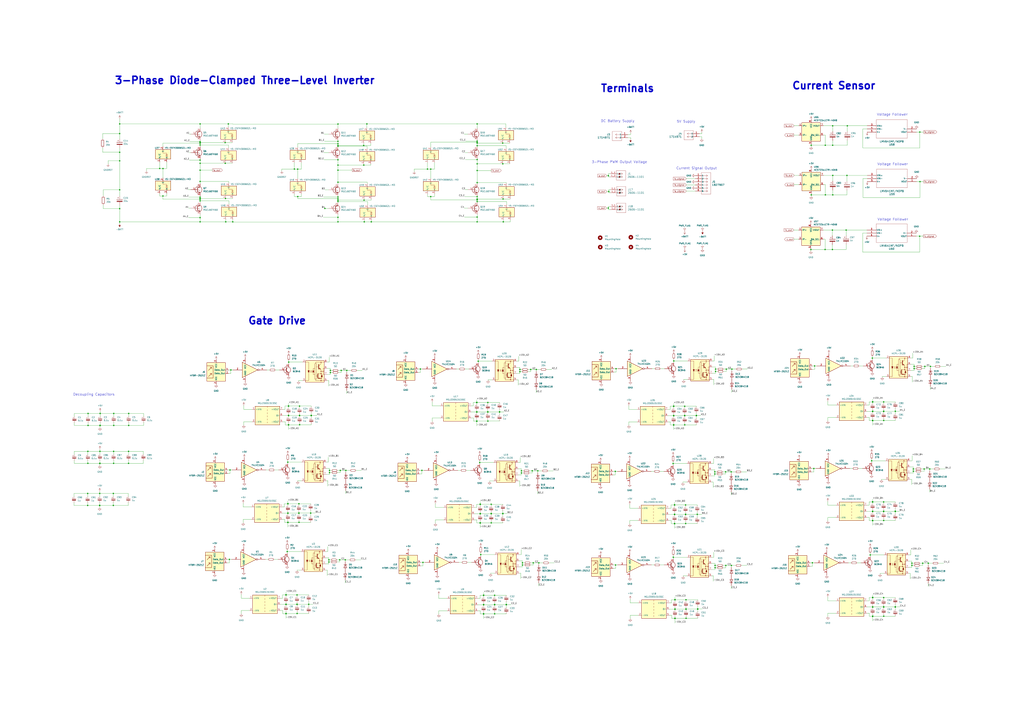
<source format=kicad_sch>
(kicad_sch (version 20230121) (generator eeschema)
  (paper "A1")
  (junction (at 725.7288 498.856))
  (junction (at 505.5362 464.3628))
  (junction (at 554.355 500.6086))
  (junction (at 394.3604 429.768))
  (junction (at 553.9994 422.7322))
  (junction (at 406.1968 496.9002))
  (junction (at 391.8458 115.951))
  (junction (at 397.1544 504.5456))
  (junction (at 410.2608 338.5058))
  (junction (at 716.6864 498.8814))
  (junction (at 716.661 412.496))
  (junction (at 716.6864 506.4506))
  (junction (at 82.0928 370.8908))
  (junction (at 82.1182 349.6564))
  (junction (at 277.5712 178.6128))
  (junction (at 243.9416 488.9246))
  (junction (at 413.1564 163.5252))
  (junction (at 403.4028 422.148))
  (junction (at 298.9834 164.5412))
  (junction (at 245.999 341.4776))
  (junction (at 236.474 429.3108))
  (junction (at 750.7224 301.0662))
  (junction (at 391.8458 140.1064))
  (junction (at 437.9468 462.5594))
  (junction (at 716.6864 345.6432))
  (junction (at 164.3126 178.8414))
  (junction (at 234.8992 496.6716))
  (junction (at 236.9566 341.503))
  (junction (at 750.1128 385.4196))
  (junction (at 245.5672 429.2854))
  (junction (at 105.6894 349.6564))
  (junction (at 298.7802 135.6868))
  (junction (at 164.3126 117.6782))
  (junction (at 394.3604 414.401))
  (junction (at 284.0736 386.588))
  (junction (at 234.8992 496.697))
  (junction (at 716.6864 338.0232))
  (junction (at 735.2792 498.8306))
  (junction (at 669.0106 300.7106))
  (junction (at 410.2862 338.5058))
  (junction (at 572.9986 500.5324))
  (junction (at 571.9318 341.5792))
  (junction (at 280.2128 304.3682))
  (junction (at 393.9794 380.1364))
  (junction (at 755.4722 108.4834))
  (junction (at 442.5442 462.5594))
  (junction (at 392.7348 296.8752))
  (junction (at 666.1658 119.4054))
  (junction (at 725.7288 338.0232))
  (junction (at 725.7288 491.109))
  (junction (at 725.7034 420.243))
  (junction (at 98.2726 125.1712))
  (junction (at 391.8458 164.2618))
  (junction (at 391.8458 150.0886))
  (junction (at 236.474 413.9438))
  (junction (at 554.355 492.8108))
  (junction (at 353.7458 161.5186))
  (junction (at 185.3946 182.3212))
  (junction (at 236.9566 349.0976))
  (junction (at 394.3604 422.148))
  (junction (at 553.2628 341.6046))
  (junction (at 277.5712 164.5412))
  (junction (at 415.8488 496.9002))
  (junction (at 164.3126 101.8286))
  (junction (at 266.827 171.2976))
  (junction (at 596.1126 464.7184))
  (junction (at 391.6172 346.1258))
  (junction (at 234.8992 504.2916))
  (junction (at 695.9092 103.4034))
  (junction (at 725.7542 427.8122))
  (junction (at 587.0448 387.731))
  (junction (at 553.9994 414.9852))
  (junction (at 505.9426 303.022))
  (junction (at 246.0498 349.0722))
  (junction (at 347.3704 462.2038))
  (junction (at 187.5536 101.8286))
  (junction (at 677.9006 160.147))
  (junction (at 735.3046 498.8306))
  (junction (at 563.0926 430.3014))
  (junction (at 563.3974 500.5832))
  (junction (at 391.8458 101.8286))
  (junction (at 236.9566 333.7306))
  (junction (at 245.5164 421.6908))
  (junction (at 98.2726 171.4754))
  (junction (at 397.1544 489.1786))
  (junction (at 553.2628 349.2246))
  (junction (at 563.0418 422.7068))
  (junction (at 185.1914 163.1188))
  (junction (at 725.7288 498.8306))
  (junction (at 748.9444 464.6676))
  (junction (at 716.6864 491.109))
  (junction (at 758.9774 385.4196))
  (junction (at 716.661 427.863))
  (junction (at 98.2726 101.8286))
  (junction (at 164.3126 119.126))
  (junction (at 563.3974 500.5578))
  (junction (at 72.1868 370.8908))
  (junction (at 164.3126 139.8778))
  (junction (at 72.3138 339.7758))
  (junction (at 188.8998 386.2324))
  (junction (at 413.0294 422.0972))
  (junction (at 553.2628 333.8576))
  (junction (at 595.9094 387.731))
  (junction (at 553.2628 349.1992))
  (junction (at 164.3126 134.239))
  (junction (at 244.475 138.9888))
  (junction (at 391.8458 182.3212))
  (junction (at 683.8442 119.4054))
  (junction (at 391.8458 134.6454))
  (junction (at 563.0418 422.7322))
  (junction (at 236.474 413.9692))
  (junction (at 188.4172 459.7146))
  (junction (at 429.0822 462.5594))
  (junction (at 270.6116 388.4168))
  (junction (at 277.5712 165.5826))
  (junction (at 665.988 205.0542))
  (junction (at 562.3052 333.8576))
  (junction (at 683.6664 189.0522))
  (junction (at 716.6864 338.0486))
  (junction (at 397.1544 496.951))
  (junction (at 415.8234 496.9002))
  (junction (at 694.9186 189.0522))
  (junction (at 715.8482 378.6632))
  (junction (at 683.8442 103.4034))
  (junction (at 184.9882 134.239))
  (junction (at 397.1544 489.1532))
  (junction (at 236.9566 333.756))
  (junction (at 255.5748 341.4776))
  (junction (at 413.0294 422.1226))
  (junction (at 735.3046 420.2176))
  (junction (at 72.1868 380.7714))
  (junction (at 403.4028 414.401))
  (junction (at 98.2726 182.3212))
  (junction (at 553.2628 341.63))
  (junction (at 725.7288 337.9978))
  (junction (at 735.2792 420.2176))
  (junction (at 271.3482 306.197))
  (junction (at 71.9836 405.5364))
  (junction (at 133.858 138.4808))
  (junction (at 748.9444 462.8388))
  (junction (at 105.6894 339.7758))
  (junction (at 394.3604 422.1734))
  (junction (at 695.6044 144.145))
  (junction (at 236.474 421.7162))
  (junction (at 236.474 429.3362))
  (junction (at 72.3138 349.6564))
  (junction (at 397.1544 504.5202))
  (junction (at 406.1968 496.9256))
  (junction (at 600.71 464.7184))
  (junction (at 164.3126 163.7792))
  (junction (at 271.3482 304.3682))
  (junction (at 346.5322 386.5372))
  (junction (at 105.5624 380.7714))
  (junction (at 759.587 301.0662))
  (junction (at 277.5712 182.3212))
  (junction (at 133.8326 161.036))
  (junction (at 284.8102 304.3682))
  (junction (at 98.2726 109.7788))
  (junction (at 677.799 119.4054))
  (junction (at 394.3604 429.7426))
  (junction (at 255.143 421.6908))
  (junction (at 554.355 492.8362))
  (junction (at 429.0822 464.3882))
  (junction (at 725.7034 412.496))
  (junction (at 400.6596 330.7842))
  (junction (at 499.6434 170.9674))
  (junction (at 553.2628 333.8322))
  (junction (at 299.1866 182.3212))
  (junction (at 277.5712 118.1862))
  (junction (at 553.9994 422.7576))
  (junction (at 440.4614 303.6316))
  (junction (at 164.3126 162.0774))
  (junction (at 301.3456 101.8286))
  (junction (at 716.6864 498.856))
  (junction (at 755.2944 194.1322))
  (junction (at 277.5712 101.9048))
  (junction (at 400.6596 338.5312))
  (junction (at 82.0928 380.7714))
  (junction (at 270.129 461.899))
  (junction (at 81.788 415.417))
  (junction (at 428.244 388.7216))
  (junction (at 677.6212 205.0542))
  (junction (at 93.2942 370.8908))
  (junction (at 243.9416 496.6462))
  (junction (at 716.661 412.4706))
  (junction (at 716.6864 330.2508))
  (junction (at 403.4536 429.7172))
  (junction (at 725.7288 330.2762))
  (junction (at 277.5712 116.1796))
  (junction (at 244.5512 161.5186))
  (junction (at 270.6116 386.588))
  (junction (at 243.9924 504.2408))
  (junction (at 666.2674 160.147))
  (junction (at 391.8458 163.5252))
  (junction (at 189.6364 304.0126))
  (junction (at 184.8866 117.1956))
  (junction (at 277.5712 119.5832))
  (junction (at 391.8458 116.9162))
  (junction (at 572.9986 500.5578))
  (junction (at 98.2726 132.1816))
  (junction (at 298.6786 119.5578))
  (junction (at 563.0418 414.9852))
  (junction (at 304.9524 182.3212))
  (junction (at 255.651 341.4776))
  (junction (at 435.864 303.6316))
  (junction (at 397.1544 496.9256))
  (junction (at 600.5068 387.731))
  (junction (at 105.5624 370.8908))
  (junction (at 277.5712 149.7838))
  (junction (at 164.3126 163.1188))
  (junction (at 277.5712 131.3434))
  (junction (at 234.8992 488.8992))
  (junction (at 164.3126 182.3212))
  (junction (at 563.4482 508.1524))
  (junction (at 164.3126 165.0492))
  (junction (at 93.4212 349.6564))
  (junction (at 587.6544 305.2064))
  (junction (at 412.8516 117.602))
  (junction (at 587.248 466.5472))
  (junction (at 353.7712 138.9634))
  (junction (at 98.2726 156.0068))
  (junction (at 764.1844 301.0662))
  (junction (at 82.2198 349.6564))
  (junction (at 235.8644 453.3138))
  (junction (at 93.4212 339.7758))
  (junction (at 505.333 387.3754))
  (junction (at 394.8176 455.803))
  (junction (at 554.355 508.1778))
  (junction (at 413.3596 182.3212))
  (junction (at 716.6864 330.2762))
  (junction (at 391.6172 338.5566))
  (junction (at 81.8896 415.417))
  (junction (at 716.661 427.8376))
  (junction (at 499.6688 144.3736))
  (junction (at 683.9458 160.147))
  (junction (at 164.3126 116.4082))
  (junction (at 563.3974 492.8362))
  (junction (at 391.8458 117.602))
  (junction (at 406.2476 504.4948))
  (junction (at 552.9834 457.962))
  (junction (at 437.1086 386.8928))
  (junction (at 716.4578 294.3098))
  (junction (at 82.2198 339.7758))
  (junction (at 755.5738 149.225))
  (junction (at 164.3126 131.572))
  (junction (at 406.1968 489.1786))
  (junction (at 391.8458 165.6588))
  (junction (at 763.5748 385.4196))
  (junction (at 735.33 337.9978))
  (junction (at 81.9912 380.7714))
  (junction (at 716.661 420.243))
  (junction (at 243.9416 496.6716))
  (junction (at 236.347 379.8316))
  (junction (at 164.3126 149.098))
  (junction (at 757.809 462.8388))
  (junction (at 400.6596 338.5058))
  (junction (at 562.356 349.1738))
  (junction (at 237.0836 297.6118))
  (junction (at 725.7796 506.4252))
  (junction (at 587.248 464.7184))
  (junction (at 725.7796 345.5924))
  (junction (at 391.8458 161.6202))
  (junction (at 391.8458 178.3842))
  (junction (at 391.6172 346.1512))
  (junction (at 131.1656 138.4554))
  (junction (at 554.355 508.2032))
  (junction (at 241.7826 138.9126))
  (junction (at 714.6798 456.0824))
  (junction (at 394.3604 414.3756))
  (junction (at 750.7224 302.895))
  (junction (at 572.643 422.7068))
  (junction (at 277.5712 161.8488))
  (junction (at 553.9994 430.3268))
  (junction (at 552.7802 380.9746))
  (junction (at 245.5164 421.7162))
  (junction (at 81.8896 405.5364))
  (junction (at 71.9836 415.417))
  (junction (at 283.591 460.0702))
  (junction (at 391.6172 338.5312))
  (junction (at 391.8458 131.1148))
  (junction (at 164.3126 117.1956))
  (junction (at 403.4028 422.1226))
  (junction (at 245.999 333.756))
  (junction (at 587.6544 303.3776))
  (junction (at 391.6172 330.7588))
  (junction (at 554.355 500.5832))
  (junction (at 553.9994 430.3522))
  (junction (at 351.0788 138.938))
  (junction (at 279.4762 386.588))
  (junction (at 428.244 386.8928))
  (junction (at 391.8458 119.7356))
  (junction (at 426.9994 303.6316))
  (junction (at 716.6864 345.6178))
  (junction (at 668.401 385.064))
  (junction (at 236.9566 341.5284))
  (junction (at 277.5712 163.322))
  (junction (at 716.661 420.2684))
  (junction (at 683.6664 205.0542))
  (junction (at 93.091 405.5364))
  (junction (at 234.8992 488.9246))
  (junction (at 426.9994 305.4604))
  (junction (at 683.9458 144.145))
  (junction (at 441.706 386.8928))
  (junction (at 278.9936 460.0702))
  (junction (at 553.9994 414.9598))
  (junction (at 571.9572 341.5792))
  (junction (at 553.3898 296.6212))
  (junction (at 253.5682 496.6462))
  (junction (at 596.519 303.3776))
  (junction (at 245.999 341.503))
  (junction (at 93.2942 380.7714))
  (junction (at 236.474 421.7416))
  (junction (at 725.7034 420.2176))
  (junction (at 716.6864 506.476))
  (junction (at 277.5712 135.6868))
  (junction (at 93.091 415.417))
  (junction (at 412.9532 134.6454))
  (junction (at 236.9566 349.123))
  (junction (at 587.0448 389.5598))
  (junction (at 750.1128 387.2484))
  (junction (at 400.7104 346.1004))
  (junction (at 270.129 460.0702))
  (junction (at 345.2876 303.276))
  (junction (at 601.1164 303.3776))
  (junction (at 500.0244 157.353))
  (junction (at 716.6864 491.0836))
  (junction (at 762.4064 462.8388))
  (junction (at 234.8992 504.2662))
  (junction (at 245.5164 413.9692))
  (junction (at 191.1604 182.3212))
  (junction (at 667.2326 462.4832))
  (junction (at 277.5712 139.8778))
  (junction (at 391.6172 330.7842))
  (junction (at 562.3052 341.6046))
  (junction (at 277.5712 120.1928))
  (junction (at 562.3052 341.5792))
  (wire (pts (xy 755.6246 462.8388) (xy 757.809 462.8388)))
  (wire (pts (xy 651.9926 189.0522) (xy 655.828 189.0522)))
  (wire (pts (xy 283.591 460.0702) (xy 286.9438 460.0702)))
  (wire (pts (xy 560.8828 396.2146) (xy 564.1086 396.2146)))
  (wire (pts (xy 397.1544 489.1532) (xy 406.1968 489.1532)))
  (wire (pts (xy 725.7034 420.243) (xy 725.7034 420.2176)))
  (wire (pts (xy 299.1866 182.3212) (xy 304.9524 182.3212)))
  (wire (pts (xy 245.5164 421.6908) (xy 245.5164 420.4208)))
  (wire (pts (xy 277.5712 176.3522) (xy 277.5712 178.6128)))
  (wire (pts (xy 232.0036 488.9246) (xy 234.8992 488.9246)))
  (wire (pts (xy 234.2642 346.6084) (xy 234.2642 349.123)))
  (wire (pts (xy 383.2606 386.5372) (xy 386.3594 386.5372)))
  (wire (pts (xy 686.689 493.8014) (xy 679.958 493.8014)))
  (wire (pts (xy 550.3672 336.55) (xy 550.3672 333.8576)))
  (wire (pts (xy 725.7288 498.856) (xy 725.7796 498.856)))
  (wire (pts (xy 553.2628 333.8322) (xy 553.2628 333.8576)))
  (wire (pts (xy 60.7822 415.417) (xy 71.9836 415.417)))
  (wire (pts (xy 683.9458 144.145) (xy 695.6044 144.145)))
  (wire (pts (xy 243.9924 502.8692) (xy 243.9924 504.2408)))
  (wire (pts (xy 400.6596 330.7588) (xy 400.6596 330.7842)))
  (wire (pts (xy 418.6174 117.5512) (xy 418.6174 117.602)))
  (wire (pts (xy 230.3018 501.777) (xy 232.2068 501.777)))
  (wire (pts (xy 764.1844 317.7286) (xy 764.159 320.1162)))
  (wire (pts (xy 735.33 337.9978) (xy 738.8606 337.9978)))
  (wire (pts (xy 716.6864 345.6178) (xy 725.7796 345.6178)))
  (wire (pts (xy 735.33 337.9978) (xy 735.33 340.1314)))
  (wire (pts (xy 406.1968 496.9002) (xy 415.8234 496.9002)))
  (wire (pts (xy 280.2128 306.197) (xy 280.2128 304.3682)))
  (wire (pts (xy 133.858 138.4808) (xy 133.858 146.1262)))
  (wire (pts (xy 596.519 303.3776) (xy 601.1164 303.3776)))
  (wire (pts (xy 189.6364 304.0126) (xy 191.262 304.0126)))
  (wire (pts (xy 437.1086 388.7216) (xy 437.1086 386.8928)))
  (wire (pts (xy 351.1042 159.4866) (xy 351.1042 161.5186)))
  (wire (pts (xy 515.62 113.0808) (xy 517.8806 113.0808)))
  (wire (pts (xy 749.681 290.1696) (xy 749.681 294.3098)))
  (wire (pts (xy 392.7348 295.3004) (xy 392.7348 296.8752)))
  (wire (pts (xy 185.3946 182.3212) (xy 164.3126 182.3212)))
  (wire (pts (xy 277.5712 182.3212) (xy 299.1866 182.3212)))
  (wire (pts (xy 562.3052 341.6046) (xy 562.356 341.6046)))
  (wire (pts (xy 277.5712 139.8778) (xy 277.5712 149.7838)))
  (wire (pts (xy 60.7822 408.1018) (xy 60.7822 405.5364)))
  (wire (pts (xy 748.1062 299.3898) (xy 750.7224 299.3898)))
  (wire (pts (xy 188.0616 167.6146) (xy 188.0616 165.0492)))
  (wire (pts (xy 755.5738 149.225) (xy 758.6218 149.225)))
  (wire (pts (xy 245.999 333.756) (xy 255.6256 333.756)))
  (wire (pts (xy 164.3126 161.036) (xy 164.3126 162.0774)))
  (wire (pts (xy 245.1862 312.8518) (xy 245.1862 313.1058)))
  (wire (pts (xy 413.0294 419.6588) (xy 413.0294 422.0972)))
  (wire (pts (xy 356.8446 133.7056) (xy 356.8446 138.9634)))
  (wire (pts (xy 394.2588 491.871) (xy 394.2588 489.1786)))
  (wire (pts (xy 400.8374 312.1152) (xy 400.8374 312.3692)))
  (wire (pts (xy 361.6198 343.6366) (xy 354.8888 343.6366)))
  (wire (pts (xy 426.9994 307.0352) (xy 424.3832 307.0352)))
  (wire (pts (xy 735.3046 498.8306) (xy 739.14 498.8306)))
  (wire (pts (xy 391.8458 140.1064) (xy 391.8458 150.0886)))
  (wire (pts (xy 571.9572 341.5792) (xy 571.9572 343.7382)))
  (wire (pts (xy 686.689 503.9614) (xy 679.958 503.9614)))
  (wire (pts (xy 255.143 421.6908) (xy 259.08 421.6908)))
  (wire (pts (xy 234.061 336.4484) (xy 234.061 333.756)))
  (wire (pts (xy 440.4614 303.6316) (xy 443.8142 303.6316)))
  (wire (pts (xy 164.3126 149.098) (xy 164.3126 150.876)))
  (wire (pts (xy 283.591 460.0702) (xy 283.591 461.4926)))
  (wire (pts (xy 277.2918 386.588) (xy 279.4762 386.588)))
  (wire (pts (xy 391.8458 117.602) (xy 391.8458 119.7356)))
  (wire (pts (xy 524.002 427.8376) (xy 517.271 427.8376)))
  (wire (pts (xy 757.809 462.8388) (xy 762.4064 462.8388)))
  (wire (pts (xy 266.8016 171.2976) (xy 266.827 171.2976)))
  (wire (pts (xy 234.8992 488.8992) (xy 234.8992 488.9246)))
  (wire (pts (xy 84.3026 109.7788) (xy 84.3026 113.9444)))
  (wire (pts (xy 406.2476 503.1232) (xy 406.2476 504.4948)))
  (wire (pts (xy 270.129 460.0702) (xy 270.129 461.899)))
  (wire (pts (xy 437.1086 386.8928) (xy 441.706 386.8928)))
  (wire (pts (xy 187.5536 101.8286) (xy 164.3126 101.8286)))
  (wire (pts (xy 236.347 378.2568) (xy 236.347 379.8316)))
  (wire (pts (xy 206.9592 346.6084) (xy 200.2282 346.6084)))
  (wire (pts (xy 562.356 347.8022) (xy 562.356 349.1738)))
  (wire (pts (xy 357.632 427.2534) (xy 357.632 429.895)))
  (wire (pts (xy 298.6786 119.5578) (xy 298.6786 119.5832)))
  (wire (pts (xy 716.6864 506.4506) (xy 716.6864 504.952)))
  (wire (pts (xy 198.1708 488.5182) (xy 198.1708 491.617)))
  (wire (pts (xy 217.9828 459.7146) (xy 220.0656 459.7146)))
  (wire (pts (xy 71.9836 415.417) (xy 81.788 415.417)))
  (wire (pts (xy 284.8102 304.3682) (xy 284.8102 305.7906)))
  (wire (pts (xy 391.6172 338.5312) (xy 391.6172 338.5566)))
  (wire (pts (xy 594.3346 305.2064) (xy 596.519 305.2064)))
  (wire (pts (xy 723.9508 393.9032) (xy 727.1766 393.9032)))
  (wire (pts (xy 758.9774 387.2484) (xy 758.9774 385.4196)))
  (wire (pts (xy 82.0928 378.3838) (xy 82.0928 380.7714)))
  (wire (pts (xy 725.7034 412.4706) (xy 725.7034 412.496)))
  (wire (pts (xy 563.0418 414.9598) (xy 563.0418 414.9852)))
  (wire (pts (xy 84.3026 109.7788) (xy 98.2726 109.7788)))
  (wire (pts (xy 84.3026 125.1712) (xy 98.2726 125.1712)))
  (wire (pts (xy 708.4822 191.5922) (xy 708.4822 207.2132)))
  (wire (pts (xy 298.7802 134.8994) (xy 298.7802 135.6868)))
  (wire (pts (xy 381.9906 155.956) (xy 384.2258 155.956)))
  (wire (pts (xy 601.1164 322.4276) (xy 601.091 322.4276)))
  (wire (pts (xy 397.1544 496.951) (xy 397.1544 497.9416)))
  (wire (pts (xy 391.8458 182.3212) (xy 413.3596 182.3212)))
  (wire (pts (xy 584.6318 473.202) (xy 585.9018 473.202)))
  (wire (pts (xy 716.6864 506.476) (xy 716.6864 510.3622)))
  (wire (pts (xy 563.4482 501.7008) (xy 563.4482 500.5832)))
  (wire (pts (xy 500.0244 157.353) (xy 498.475 157.353)))
  (wire (pts (xy 88.773 132.1816) (xy 98.2726 132.1816)))
  (wire (pts (xy 716.6864 338.0232) (xy 716.6864 338.0486)))
  (wire (pts (xy 236.474 429.3362) (xy 236.474 429.3108)))
  (wire (pts (xy 164.3126 101.8286) (xy 98.2726 101.8286)))
  (wire (pts (xy 747.903 451.9422) (xy 747.903 456.0824)))
  (wire (pts (xy 500.0244 157.353) (xy 500.0244 158.4452)))
  (wire (pts (xy 387.0198 333.4766) (xy 388.7216 333.4766)))
  (wire (pts (xy 277.5712 165.5826) (xy 277.5712 166.1922)))
  (wire (pts (xy 562.3052 333.8322) (xy 562.3052 333.8576)))
  (wire (pts (xy 503.4534 387.3754) (xy 505.333 387.3754)))
  (wire (pts (xy 204.9018 491.617) (xy 198.1708 491.617)))
  (wire (pts (xy 410.2862 338.5058) (xy 413.8422 338.5058)))
  (wire (pts (xy 188.8998 389.0772) (xy 188.8998 386.2324)))
  (wire (pts (xy 277.5712 130.6322) (xy 277.5712 131.3434)))
  (wire (pts (xy 244.4496 395.0716) (xy 247.6754 395.0716)))
  (wire (pts (xy 367.157 502.031) (xy 360.426 502.031)))
  (wire (pts (xy 204.9018 501.777) (xy 198.1708 501.777)))
  (wire (pts (xy 712.2414 146.685) (xy 708.7616 146.685)))
  (wire (pts (xy 697.9666 385.064) (xy 700.0494 385.064)))
  (wire (pts (xy 277.5712 161.1122) (xy 277.5712 161.8488)))
  (wire (pts (xy 713.7654 412.496) (xy 716.661 412.496)))
  (wire (pts (xy 81.8896 413.0294) (xy 81.8896 415.417)))
  (wire (pts (xy 562.3052 341.5792) (xy 562.3052 340.3092)))
  (wire (pts (xy 601.1164 303.3776) (xy 601.1164 304.8)))
  (wire (pts (xy 748.9444 464.6676) (xy 748.9444 466.2424)))
  (wire (pts (xy 245.999 333.7306) (xy 245.999 333.756)))
  (wire (pts (xy 93.2942 370.8908) (xy 93.2942 373.3038)))
  (wire (pts (xy 755.4722 108.4834) (xy 758.5202 108.4834)))
  (wire (pts (xy 117.9068 347.2434) (xy 117.9068 349.6564)))
  (wire (pts (xy 164.3126 116.4082) (xy 164.3126 117.1956)))
  (wire (pts (xy 277.5712 164.5412) (xy 298.9834 164.5412)))
  (wire (pts (xy 391.6172 337.3374) (xy 391.6172 338.5312)))
  (wire (pts (xy 191.2112 182.3974) (xy 191.2112 182.3212)))
  (wire (pts (xy 267.5128 468.5538) (xy 268.7828 468.5538)))
  (wire (pts (xy 360.426 502.031) (xy 360.426 504.6726)))
  (wire (pts (xy 553.9994 430.3522) (xy 553.9994 434.2384)))
  (wire (pts (xy 440.4614 322.6816) (xy 440.436 322.6816)))
  (wire (pts (xy 714.6798 456.0824) (xy 714.6798 457.4032)))
  (wire (pts (xy 301.3456 101.8286) (xy 301.3456 104.9782)))
  (wire (pts (xy 695.6044 160.147) (xy 683.9458 160.147)))
  (wire (pts (xy 187.7822 306.8574) (xy 189.6364 306.8574)))
  (wire (pts (xy 381.6604 161.6202) (xy 391.8458 161.6202)))
  (wire (pts (xy 561.086 473.202) (xy 561.086 473.456)))
  (wire (pts (xy 683.8442 115.6208) (xy 683.8442 119.4054)))
  (wire (pts (xy 277.5712 118.1862) (xy 277.5712 119.5832)))
  (wire (pts (xy 198.1708 501.777) (xy 198.1708 504.4186)))
  (wire (pts (xy 410.2608 338.5058) (xy 410.2862 338.5058)))
  (wire (pts (xy 388.9248 343.6366) (xy 388.9248 346.1512)))
  (wire (pts (xy 403.4028 414.401) (xy 403.4028 415.7726)))
  (wire (pts (xy 735.2792 491.109) (xy 735.2792 491.49)))
  (wire (pts (xy 344.6526 386.5372) (xy 346.5322 386.5372)))
  (wire (pts (xy 93.2942 370.8908) (xy 82.0928 370.8908)))
  (wire (pts (xy 131.191 159.004) (xy 131.191 161.036)))
  (wire (pts (xy 391.6172 338.5312) (xy 400.6596 338.5312)))
  (wire (pts (xy 425.6278 385.2164) (xy 428.244 385.2164)))
  (wire (pts (xy 735.3046 420.2176) (xy 735.3046 422.4528)))
  (wire (pts (xy 400.6596 330.7842) (xy 400.6596 332.1558)))
  (wire (pts (xy 523.2654 346.71) (xy 516.5344 346.71)))
  (wire (pts (xy 425.958 292.735) (xy 425.958 296.8752)))
  (wire (pts (xy 587.248 464.7184) (xy 587.248 466.5472)))
  (wire (pts (xy 677.6212 205.0542) (xy 683.6664 205.0542)))
  (wire (pts (xy 413.3596 182.3212) (xy 419.1254 182.3212)))
  (wire (pts (xy 164.3126 134.239) (xy 184.9882 134.239)))
  (wire (pts (xy 499.6434 172.1866) (xy 499.6434 170.9674)))
  (wire (pts (xy 394.3604 414.3756) (xy 394.3604 414.401)))
  (wire (pts (xy 571.9318 333.8576) (xy 571.9318 334.3402)))
  (wire (pts (xy 231.8766 421.7416) (xy 236.474 421.7416)))
  (wire (pts (xy 553.9994 421.5384) (xy 553.9994 422.7322)))
  (wire (pts (xy 298.9834 163.7792) (xy 298.9834 164.5412)))
  (wire (pts (xy 253.5682 488.9246) (xy 253.5682 489.1024)))
  (wire (pts (xy 755.2944 207.2132) (xy 755.2944 194.1322)))
  (wire (pts (xy 391.8458 131.1148) (xy 391.8458 134.6454)))
  (wire (pts (xy 563.0418 414.9852) (xy 572.643 414.9852)))
  (wire (pts (xy 283.591 476.7326) (xy 283.5656 479.1202)))
  (wire (pts (xy 236.474 420.5224) (xy 236.474 421.7162)))
  (wire (pts (xy 677.799 119.4054) (xy 683.8442 119.4054)))
  (wire (pts (xy 234.8992 504.2916) (xy 234.8992 508.1778)))
  (wire (pts (xy 278.0284 306.197) (xy 280.2128 306.197)))
  (wire (pts (xy 164.3126 117.1956) (xy 164.3126 117.6782)))
  (wire (pts (xy 356.87 161.4932) (xy 353.7458 161.4932)))
  (wire (pts (xy 233.5784 413.9692) (xy 236.474 413.9692)))
  (wire (pts (xy 562.3052 341.6046) (xy 562.3052 341.5792)))
  (wire (pts (xy 304.9524 181.102) (xy 304.9524 182.3212)))
  (wire (pts (xy 243.9416 496.6716) (xy 243.9924 496.6716)))
  (wire (pts (xy 572.9986 500.5578) (xy 572.9986 502.666)))
  (wire (pts (xy 419.1254 180.848) (xy 419.1254 182.3212)))
  (wire (pts (xy 441.706 386.8928) (xy 441.706 388.3152)))
  (wire (pts (xy 748.1062 294.3098) (xy 749.681 294.3098)))
  (wire (pts (xy 245.1862 312.8518) (xy 248.412 312.8518)))
  (wire (pts (xy 234.8992 496.697) (xy 234.8992 497.6876)))
  (wire (pts (xy 429.0822 464.3882) (xy 429.0822 465.963)))
  (wire (pts (xy 584.6318 457.962) (xy 586.2066 457.962)))
  (wire (pts (xy 554.355 508.1778) (xy 563.4482 508.1778)))
  (wire (pts (xy 665.988 205.0542) (xy 665.988 206.121)))
  (wire (pts (xy 392.557 502.031) (xy 394.462 502.031)))
  (wire (pts (xy 725.7796 345.5924) (xy 725.7796 345.6178)))
  (wire (pts (xy 301.3456 101.8286) (xy 391.8458 101.8286)))
  (wire (pts (xy 594.3346 303.3776) (xy 596.519 303.3776)))
  (wire (pts (xy 652.1704 103.4034) (xy 656.0058 103.4034)))
  (wire (pts (xy 683.9458 156.3624) (xy 683.9458 160.147)))
  (wire (pts (xy 750.1128 383.7432) (xy 750.1128 385.4196)))
  (wire (pts (xy 716.6864 497.6622) (xy 716.6864 498.856)))
  (wire (pts (xy 98.2726 101.8286) (xy 98.2726 109.7788)))
  (wire (pts (xy 683.8442 103.4034) (xy 695.9092 103.4034)))
  (wire (pts (xy 353.7458 161.5186) (xy 351.1042 161.5186)))
  (wire (pts (xy 191.2112 101.8286) (xy 187.5536 101.8286)))
  (wire (pts (xy 403.4536 428.3456) (xy 403.4536 429.7172)))
  (wire (pts (xy 725.7542 427.8122) (xy 735.3046 427.8122)))
  (wire (pts (xy 243.9924 504.2408) (xy 243.9924 504.2662)))
  (wire (pts (xy 764.1844 301.0662) (xy 764.1844 302.4886)))
  (wire (pts (xy 247.5738 159.4612) (xy 247.5738 161.5186)))
  (wire (pts (xy 725.7796 339.1408) (xy 725.7796 338.0232)))
  (wire (pts (xy 770.8392 462.8388) (xy 775.1572 462.8388)))
  (wire (pts (xy 164.3126 117.6782) (xy 164.3126 119.126)))
  (wire (pts (xy 271.3482 306.197) (xy 271.3482 307.7718)))
  (wire (pts (xy 427.736 471.043) (xy 427.736 475.5388)))
  (wire (pts (xy 425.6532 312.1152) (xy 425.6532 316.611)))
  (wire (pts (xy 270.6116 384.9116) (xy 270.6116 386.588)))
  (wire (pts (xy 245.999 341.503) (xy 245.999 341.4776)))
  (wire (pts (xy 98.2726 97.536) (xy 98.2726 101.8286)))
  (wire (pts (xy 679.958 503.9614) (xy 679.958 506.603)))
  (wire (pts (xy 234.8992 486.7402) (xy 234.8992 488.8992)))
  (wire (pts (xy 713.9686 425.3484) (xy 713.9686 427.863)))
  (wire (pts (xy 225.6282 386.2324) (xy 228.727 386.2324)))
  (wire (pts (xy 356.87 159.4358) (xy 356.87 161.4932)))
  (wire (pts (xy 81.8896 403.8346) (xy 81.8896 405.5364)))
  (wire (pts (xy 277.5712 131.3434) (xy 277.5712 135.6868)))
  (wire (pts (xy 133.8326 161.0106) (xy 133.8326 161.036)))
  (wire (pts (xy 683.9458 144.145) (xy 683.9458 148.7424)))
  (wire (pts (xy 683.8442 103.4034) (xy 683.8442 108.0008)))
  (wire (pts (xy 551.1038 414.9852) (xy 553.9994 414.9852)))
  (wire (pts (xy 406.1968 489.1532) (xy 406.1968 489.1786)))
  (wire (pts (xy 71.9836 408.1018) (xy 71.9836 405.5364)))
  (wire (pts (xy 185.3946 180.4924) (xy 185.3946 182.3212)))
  (wire (pts (xy 698.5762 300.7106) (xy 700.659 300.7106)))
  (wire (pts (xy 98.2726 125.1712) (xy 98.2726 132.1816)))
  (wire (pts (xy 553.9994 422.7322) (xy 553.9994 422.7576)))
  (wire (pts (xy 391.6172 346.1258) (xy 391.6172 344.6272)))
  (wire (pts (xy 164.3126 162.0774) (xy 164.3126 163.1188)))
  (wire (pts (xy 253.5682 496.6462) (xy 257.0734 496.6462)))
  (wire (pts (xy 245.5164 413.9438) (xy 245.5164 413.9692)))
  (wire (pts (xy 131.1656 138.4554) (xy 120.3198 138.4554)))
  (wire (pts (xy 713.7908 493.8014) (xy 713.7908 491.109)))
  (wire (pts (xy 703.961 462.4832) (xy 707.0598 462.4832)))
  (wire (pts (xy 725.7288 338.0232) (xy 725.7796 338.0232)))
  (wire (pts (xy 391.8458 163.5252) (xy 413.1564 163.5252)))
  (wire (pts (xy 84.3026 121.5644) (xy 84.3026 125.1712)))
  (wire (pts (xy 133.858 138.4808) (xy 136.9314 138.4808)))
  (wire (pts (xy 415.8488 496.9002) (xy 419.7858 496.9002)))
  (wire (pts (xy 725.7288 337.9978) (xy 725.7288 336.7278)))
  (wire (pts (xy 748.9444 464.6676) (xy 750.5446 464.6676)))
  (wire (pts (xy 231.8766 426.8216) (xy 233.7816 426.8216)))
  (wire (pts (xy 81.8896 415.417) (xy 93.091 415.417)))
  (wire (pts (xy 136.9314 133.223) (xy 136.9314 138.4808)))
  (wire (pts (xy 746.3282 456.0824) (xy 747.903 456.0824)))
  (wire (pts (xy 542.2646 464.3628) (xy 545.3634 464.3628)))
  (wire (pts (xy 105.6894 349.6564) (xy 117.9068 349.6564)))
  (wire (pts (xy 587.248 468.122) (xy 584.6318 468.122)))
  (wire (pts (xy 406.2476 504.4948) (xy 406.2476 504.5202)))
  (wire (pts (xy 552.9834 457.962) (xy 552.9834 459.2828)))
  (wire (pts (xy 81.9912 380.7714) (xy 82.0928 380.7714)))
  (wire (pts (xy 88.773 134.6962) (xy 88.773 132.1816)))
  (wire (pts (xy 394.8176 455.803) (xy 394.8176 457.1238)))
  (wire (pts (xy 277.5712 161.8488) (xy 277.5712 163.322)))
  (wire (pts (xy 553.9994 422.7322) (xy 563.0418 422.7322)))
  (wire (pts (xy 277.5712 182.3212) (xy 277.5712 182.3974)))
  (wire (pts (xy 595.9094 389.5598) (xy 595.9094 387.731)))
  (wire (pts (xy 105.5624 378.3838) (xy 105.5624 380.7714)))
  (wire (pts (xy 304.9524 182.3212) (xy 391.8458 182.3212)))
  (wire (pts (xy 424.3832 312.1152) (xy 425.6532 312.1152)))
  (wire (pts (xy 353.7712 138.9634) (xy 356.8446 138.9634)))
  (wire (pts (xy 387.0198 343.6366) (xy 388.9248 343.6366)))
  (wire (pts (xy 234.8992 504.2662) (xy 243.9924 504.2662)))
  (wire (pts (xy 415.8488 504.19) (xy 415.8488 504.4948)))
  (wire (pts (xy 695.6044 156.5402) (xy 695.6044 160.147)))
  (wire (pts (xy 762.4064 479.5012) (xy 762.381 481.8888)))
  (wire (pts (xy 269.5702 375.6914) (xy 269.5702 379.8316)))
  (wire (pts (xy 270.6116 386.588) (xy 270.6116 388.4168)))
  (wire (pts (xy 752.7798 108.4834) (xy 755.4722 108.4834)))
  (wire (pts (xy 752.8814 149.225) (xy 755.5738 149.225)))
  (wire (pts (xy 98.2726 132.1816) (xy 98.2726 156.0068)))
  (wire (pts (xy 587.6544 305.2064) (xy 589.2546 305.2064)))
  (wire (pts (xy 713.7908 491.109) (xy 716.6864 491.109)))
  (wire (pts (xy 554.355 508.1778) (xy 554.355 506.6792)))
  (wire (pts (xy 553.2628 349.1992) (xy 562.356 349.1992)))
  (wire (pts (xy 667.131 300.7106) (xy 669.0106 300.7106)))
  (wire (pts (xy 253.5682 503.8852) (xy 253.5682 504.2408)))
  (wire (pts (xy 601.1164 303.3776) (xy 604.4692 303.3776)))
  (wire (pts (xy 82.2198 347.2688) (xy 82.2198 349.6564)))
  (wire (pts (xy 255.143 421.6908) (xy 255.143 424.0784)))
  (wire (pts (xy 82.0928 380.7714) (xy 93.2942 380.7714)))
  (wire (pts (xy 600.5068 387.731) (xy 600.5068 389.1534)))
  (wire (pts (xy 442.5442 481.6094) (xy 442.5188 481.6094)))
  (wire (pts (xy 563.6768 151.9682) (xy 571.0174 151.9682)))
  (wire (pts (xy 441.706 403.5552) (xy 441.6806 405.9428)))
  (wire (pts (xy 542.0614 387.3754) (xy 545.1602 387.3754)))
  (wire (pts (xy 98.2726 156.0068) (xy 98.2726 161.036)))
  (wire (pts (xy 236.474 421.7162) (xy 245.5164 421.7162)))
  (wire (pts (xy 131.1656 133.2738) (xy 131.1656 138.4554)))
  (wire (pts (xy 563.0926 423.8498) (xy 563.0926 422.7322)))
  (wire (pts (xy 725.7288 491.0836) (xy 725.7288 491.109)))
  (wire (pts (xy 120.3198 138.4554) (xy 120.3198 140.4366)))
  (wire (pts (xy 750.1128 387.2484) (xy 750.1128 388.8232)))
  (wire (pts (xy 679.958 490.7026) (xy 679.958 493.8014)))
  (wire (pts (xy 393.9794 380.1364) (xy 393.9794 381.4572)))
  (wire (pts (xy 551.307 430.3522) (xy 553.9994 430.3522)))
  (wire (pts (xy 187.5536 101.8286) (xy 187.5536 104.3178)))
  (wire (pts (xy 713.994 343.1286) (xy 713.994 345.6432)))
  (wire (pts (xy 391.8458 116.9162) (xy 391.8458 117.602)))
  (wire (pts (xy 234.2642 349.123) (xy 236.9566 349.123)))
  (wire (pts (xy 713.7654 415.1884) (xy 713.7654 412.496)))
  (wire (pts (xy 98.2726 168.656) (xy 98.2726 171.4754)))
  (wire (pts (xy 267.5128 458.3938) (xy 270.129 458.3938)))
  (wire (pts (xy 164.3126 176.276) (xy 164.3126 178.8414)))
  (wire (pts (xy 426.9994 303.6316) (xy 428.5996 303.6316)))
  (wire (pts (xy 667.1564 303.5554) (xy 669.0106 303.5554)))
  (wire (pts (xy 428.244 390.2964) (xy 425.6278 390.2964)))
  (wire (pts (xy 403.4028 414.3756) (xy 403.4028 414.401)))
  (wire (pts (xy 554.355 490.6518) (xy 554.355 492.8108)))
  (wire (pts (xy 276.8092 461.899) (xy 278.9936 461.899)))
  (wire (pts (xy 712.089 503.9614) (xy 713.994 503.9614)))
  (wire (pts (xy 713.9686 427.863) (xy 716.661 427.863)))
  (wire (pts (xy 351.0788 133.7564) (xy 351.0788 138.938)))
  (wire (pts (xy 748.7666 393.9032) (xy 748.7666 398.399)))
  (wire (pts (xy 426.466 471.043) (xy 427.736 471.043)))
  (wire (pts (xy 245.5672 429.2854) (xy 245.5672 429.3108)))
  (wire (pts (xy 705.1294 385.064) (xy 708.2282 385.064)))
  (wire (pts (xy 406.1968 496.9002) (xy 406.1968 495.6302)))
  (wire (pts (xy 415.6202 121.7676) (xy 415.6202 119.7356)))
  (wire (pts (xy 523.2654 336.55) (xy 516.5344 336.55)))
  (wire (pts (xy 429.0822 465.963) (xy 426.466 465.963)))
  (wire (pts (xy 505.333 390.2202) (xy 505.333 387.3754)))
  (wire (pts (xy 391.6172 346.1258) (xy 400.7104 346.1258)))
  (wire (pts (xy 735.33 345.2114) (xy 735.33 345.5924)))
  (wire (pts (xy 716.661 410.3116) (xy 716.661 412.4706)))
  (wire (pts (xy 429.0822 460.883) (xy 429.0822 462.5594)))
  (wire (pts (xy 188.0616 165.0492) (xy 164.3126 165.0492)))
  (wire (pts (xy 267.9954 395.0716) (xy 269.2654 395.0716)))
  (wire (pts (xy 667.2326 465.328) (xy 667.2326 462.4832)))
  (wire (pts (xy 206.4766 416.6616) (xy 199.7456 416.6616)))
  (wire (pts (xy 725.7288 330.2762) (xy 725.7288 331.6478)))
  (wire (pts (xy 426.9994 305.4604) (xy 428.5996 305.4604)))
  (wire (pts (xy 750.1128 385.4196) (xy 750.1128 387.2484)))
  (wire (pts (xy 572.643 414.9852) (xy 572.643 415.7218)))
  (wire (pts (xy 155.6004 110.236) (xy 156.6926 110.236)))
  (wire (pts (xy 572.643 430.1236) (xy 572.643 430.3014)))
  (wire (pts (xy 191.1604 180.4416) (xy 191.1604 182.3212)))
  (wire (pts (xy 392.557 496.951) (xy 397.1544 496.951)))
  (wire (pts (xy 563.6768 157.0482) (xy 571.0174 157.0482)))
  (wire (pts (xy 98.2726 171.4754) (xy 98.2726 182.3212)))
  (wire (pts (xy 164.3126 139.8778) (xy 164.3126 149.098)))
  (wire (pts (xy 549.7576 495.5286) (xy 551.4594 495.5286)))
  (wire (pts (xy 757.4026 302.895) (xy 759.587 302.895)))
  (wire (pts (xy 298.9834 164.5412) (xy 304.7492 164.5412)))
  (wire (pts (xy 755.5738 162.306) (xy 755.5738 149.225)))
  (wire (pts (xy 343.408 303.276) (xy 345.2876 303.276)))
  (wire (pts (xy 245.5672 429.2854) (xy 255.143 429.2854)))
  (wire (pts (xy 388.7216 330.7842) (xy 391.6172 330.7842)))
  (wire (pts (xy 505.9426 305.8668) (xy 505.9426 303.022)))
  (wire (pts (xy 391.8458 101.8286) (xy 391.8458 105.156)))
  (wire (pts (xy 560.8828 396.2146) (xy 560.8828 396.4686)))
  (wire (pts (xy 353.7712 138.9634) (xy 353.7712 146.6088)))
  (wire (pts (xy 266.1412 131.3434) (xy 277.5712 131.3434)))
  (wire (pts (xy 245.999 333.756) (xy 245.999 335.1276)))
  (wire (pts (xy 189.6364 306.8574) (xy 189.6364 304.0126)))
  (wire (pts (xy 389.763 417.0934) (xy 391.4648 417.0934)))
  (wire (pts (xy 391.8458 161.6202) (xy 391.8458 163.5252)))
  (wire (pts (xy 683.6664 189.0522) (xy 694.9186 189.0522)))
  (wire (pts (xy 593.725 387.731) (xy 595.9094 387.731)))
  (wire (pts (xy 755.4722 121.5644) (xy 755.4722 108.4834)))
  (wire (pts (xy 750.1128 388.8232) (xy 747.4966 388.8232)))
  (wire (pts (xy 572.643 422.7068) (xy 572.643 425.0436)))
  (wire (pts (xy 499.6688 144.3736) (xy 498.3734 144.3736)))
  (wire (pts (xy 236.9566 333.7306) (xy 245.999 333.7306)))
  (wire (pts (xy 725.7034 420.2176) (xy 735.2792 420.2176)))
  (wire (pts (xy 716.6864 338.0232) (xy 725.7288 338.0232)))
  (wire (pts (xy 243.9416 488.9246) (xy 253.5682 488.9246)))
  (wire (pts (xy 609.5492 303.3776) (xy 613.8672 303.3776)))
  (wire (pts (xy 382.016 303.276) (xy 385.1148 303.276)))
  (wire (pts (xy 98.2726 109.7788) (xy 98.2726 114.046)))
  (wire (pts (xy 219.202 304.0126) (xy 221.2848 304.0126)))
  (wire (pts (xy 403.4536 429.7172) (xy 413.0294 429.7172)))
  (wire (pts (xy 164.3126 182.3212) (xy 98.2726 182.3212)))
  (wire (pts (xy 260.2992 341.4776) (xy 260.2992 341.4522)))
  (wire (pts (xy 241.808 161.5186) (xy 244.5512 161.5186)))
  (wire (pts (xy 750.7224 302.895) (xy 752.3226 302.895)))
  (wire (pts (xy 586.3082 311.8612) (xy 586.3082 316.357)))
  (wire (pts (xy 364.363 417.0934) (xy 357.632 417.0934)))
  (wire (pts (xy 93.091 415.417) (xy 105.3592 415.417)))
  (wire (pts (xy 235.8644 453.3138) (xy 235.8644 454.6346)))
  (wire (pts (xy 716.6864 330.2508) (xy 725.7288 330.2508)))
  (wire (pts (xy 357.632 413.9946) (xy 357.632 417.0934)))
  (wire (pts (xy 561.086 473.202) (xy 564.3118 473.202)))
  (wire (pts (xy 666.2674 160.147) (xy 666.2674 161.2138)))
  (wire (pts (xy 245.5672 422.8338) (xy 245.5672 421.7162)))
  (wire (pts (xy 505.5362 467.2076) (xy 505.5362 464.3628)))
  (wire (pts (xy 391.8458 115.951) (xy 391.8458 116.9162)))
  (wire (pts (xy 748.9444 466.2424) (xy 746.3282 466.2424)))
  (wire (pts (xy 716.6864 491.109) (xy 716.6864 492.5822)))
  (wire (pts (xy 60.9854 373.4562) (xy 60.9854 370.8908)))
  (wire (pts (xy 353.7458 164.2618) (xy 391.8458 164.2618)))
  (wire (pts (xy 750.1128 385.4196) (xy 751.713 385.4196)))
  (wire (pts (xy 725.7034 420.243) (xy 725.7542 420.243)))
  (wire (pts (xy 394.3604 429.7426) (xy 394.3604 428.244)))
  (wire (pts (xy 725.7542 427.8122) (xy 725.7542 427.8376)))
  (wire (pts (xy 716.661 412.496) (xy 716.661 413.9692)))
  (wire (pts (xy 301.6504 150.9014) (xy 301.6504 149.7838)))
  (wire (pts (xy 236.9566 331.5716) (xy 236.9566 333.7306)))
  (wire (pts (xy 233.5784 416.6616) (xy 233.5784 413.9692)))
  (wire (pts (xy 164.3126 101.8286) (xy 164.3126 105.156)))
  (wire (pts (xy 716.6864 345.6178) (xy 716.6864 344.1192)))
  (wire (pts (xy 391.4648 414.401) (xy 394.3604 414.401)))
  (wire (pts (xy 133.8326 120.396) (xy 133.8326 117.6782)))
  (wire (pts (xy 716.6864 328.0918) (xy 716.6864 330.2508)))
  (wire (pts (xy 716.661 427.863) (xy 716.661 427.8376)))
  (wire (pts (xy 82.1182 349.6564) (xy 82.1182 351.282)))
  (wire (pts (xy 651.9164 111.0234) (xy 656.0058 111.0234)))
  (wire (pts (xy 345.2876 303.276) (xy 346.9132 303.276)))
  (wire (pts (xy 762.4064 462.8388) (xy 762.4064 464.2612)))
  (wire (pts (xy 585.9018 473.202) (xy 585.9018 477.6978)))
  (wire (pts (xy 695.6044 144.145) (xy 712.2414 144.145)))
  (wire (pts (xy 552.7802 379.3998) (xy 552.7802 380.9746)))
  (wire (pts (xy 716.661 427.8376) (xy 716.661 426.339)))
  (wire (pts (xy 402.9202 471.043) (xy 402.9202 471.297)))
  (wire (pts (xy 237.0836 296.037) (xy 237.0836 297.6118)))
  (wire (pts (xy 61.1124 347.4212) (xy 61.1124 349.6564)))
  (wire (pts (xy 397.1544 504.5202) (xy 406.2476 504.5202)))
  (wire (pts (xy 231.4702 138.9126) (xy 231.4702 140.462)))
  (wire (pts (xy 155.3718 125.476) (xy 156.6926 125.476)))
  (wire (pts (xy 772.6172 301.0662) (xy 776.9352 301.0662)))
  (wire (pts (xy 755.6246 464.6676) (xy 757.809 464.6676)))
  (wire (pts (xy 278.9936 460.0702) (xy 283.591 460.0702)))
  (wire (pts (xy 563.3974 500.5578) (xy 563.3974 499.2878)))
  (wire (pts (xy 563.0926 428.9298) (xy 563.0926 430.3014)))
  (wire (pts (xy 255.6256 339.471) (xy 255.6256 341.4522)))
  (wire (pts (xy 551.1038 417.6776) (xy 551.1038 414.9852)))
  (wire (pts (xy 677.9006 160.147) (xy 683.9458 160.147)))
  (wire (pts (xy 353.7458 161.4932) (xy 353.7458 161.5186)))
  (wire (pts (xy 304.4444 119.5578) (xy 304.4444 117.8052)))
  (wire (pts (xy 505.9426 303.022) (xy 507.5682 303.022)))
  (wire (pts (xy 410.2862 336.3468) (xy 410.2862 338.5058)))
  (wire (pts (xy 428.244 386.8928) (xy 429.8442 386.8928)))
  (wire (pts (xy 563.0418 414.9852) (xy 563.0418 416.3568)))
  (wire (pts (xy 716.661 419.0492) (xy 716.661 420.243)))
  (wire (pts (xy 245.999 341.503) (xy 246.0498 341.503)))
  (wire (pts (xy 218.4654 386.2324) (xy 220.5482 386.2324)))
  (wire (pts (xy 388.7216 333.4766) (xy 388.7216 330.7842)))
  (wire (pts (xy 225.1456 459.7146) (xy 228.2444 459.7146)))
  (wire (pts (xy 748.9444 462.8388) (xy 750.5446 462.8388)))
  (wire (pts (xy 381.3048 110.236) (xy 384.2258 110.236)))
  (wire (pts (xy 725.7288 338.0232) (xy 725.7288 337.9978)))
  (wire (pts (xy 402.082 395.3764) (xy 402.082 395.6304)))
  (wire (pts (xy 600.5068 406.781) (xy 600.4814 406.781)))
  (wire (pts (xy 190.9572 163.1188) (xy 190.9572 163.068)))
  (wire (pts (xy 450.1388 386.8928) (xy 454.4568 386.8928)))
  (wire (pts (xy 725.7288 330.2508) (xy 725.7288 330.2762)))
  (wire (pts (xy 236.9566 341.5284) (xy 236.9566 342.519)))
  (wire (pts (xy 428.244 388.7216) (xy 428.244 390.2964)))
  (wire (pts (xy 243.9416 488.8992) (xy 243.9416 488.9246)))
  (wire (pts (xy 609.1428 464.7184) (xy 613.4608 464.7184)))
  (wire (pts (xy 255.651 341.4776) (xy 260.2992 341.4522)))
  (wire (pts (xy 428.244 385.2164) (xy 428.244 386.8928)))
  (wire (pts (xy 725.7288 498.8306) (xy 735.2792 498.8306)))
  (wire (pts (xy 60.7822 405.5364) (xy 71.9836 405.5364)))
  (wire (pts (xy 554.355 492.8362) (xy 554.355 494.3094)))
  (wire (pts (xy 440.4614 303.6316) (xy 440.4614 305.054)))
  (wire (pts (xy 279.4762 386.588) (xy 284.0736 386.588)))
  (wire (pts (xy 71.9836 413.1818) (xy 71.9836 415.417)))
  (wire (pts (xy 548.6654 336.55) (xy 550.3672 336.55)))
  (wire (pts (xy 725.7796 345.5924) (xy 735.33 345.5924)))
  (wire (pts (xy 587.248 463.042) (xy 587.248 464.7184)))
  (wire (pts (xy 669.0106 303.5554) (xy 669.0106 300.7106)))
  (wire (pts (xy 243.9924 504.2408) (xy 253.5682 504.2408)))
  (wire (pts (xy 676.4274 144.145) (xy 683.9458 144.145)))
  (wire (pts (xy 268.732 302.6918) (xy 271.3482 302.6918)))
  (wire (pts (xy 563.4482 508.1524) (xy 572.9986 508.1524)))
  (wire (pts (xy 429.0822 462.5594) (xy 429.0822 464.3882)))
  (wire (pts (xy 562.3052 341.5792) (xy 571.9318 341.5792)))
  (wire (pts (xy 394.2588 489.1786) (xy 397.1544 489.1786)))
  (wire (pts (xy 551.4594 492.8362) (xy 554.355 492.8362)))
  (wire (pts (xy 433.6796 303.6316) (xy 435.864 303.6316)))
  (wire (pts (xy 394.3604 429.768) (xy 394.3604 433.6542)))
  (wire (pts (xy 277.5712 119.5832) (xy 277.5712 120.1928)))
  (wire (pts (xy 725.7288 491.109) (xy 725.7288 492.4806)))
  (wire (pts (xy 391.6172 330.7588) (xy 391.6172 330.7842)))
  (wire (pts (xy 763.5748 385.4196) (xy 766.9276 385.4196)))
  (wire (pts (xy 277.5712 120.1928) (xy 277.5712 120.4722)))
  (wire (pts (xy 374.8532 303.276) (xy 376.936 303.276)))
  (wire (pts (xy 725.7796 505.0536) (xy 725.7796 506.4252)))
  (wire (pts (xy 284.0736 405.638) (xy 284.0482 405.638)))
  (wire (pts (xy 397.1544 489.1532) (xy 397.1544 489.1786)))
  (wire (pts (xy 400.7104 339.6488) (xy 400.7104 338.5312)))
  (wire (pts (xy 574.4972 112.395) (xy 576.326 112.395)))
  (wire (pts (xy 677.799 111.0234) (xy 677.799 119.4054)))
  (wire (pts (xy 586.613 292.481) (xy 586.613 296.6212)))
  (wire (pts (xy 587.248 466.5472) (xy 587.248 468.122)))
  (wire (pts (xy 415.8488 496.9002) (xy 415.8234 496.9002)))
  (wire (pts (xy 683.6664 201.2696) (xy 683.6664 205.0542)))
  (wire (pts (xy 549.402 417.6776) (xy 551.1038 417.6776)))
  (wire (pts (xy 277.2918 388.4168) (xy 279.4762 388.4168)))
  (wire (pts (xy 553.9994 414.9852) (xy 553.9994 416.4584)))
  (wire (pts (xy 226.3648 304.0126) (xy 229.4636 304.0126)))
  (wire (pts (xy 231.8766 416.6616) (xy 233.5784 416.6616)))
  (wire (pts (xy 277.5712 101.8286) (xy 301.3456 101.8286)))
  (wire (pts (xy 403.4028 422.148) (xy 403.4028 422.1226)))
  (wire (pts (xy 712.0636 415.1884) (xy 713.7654 415.1884)))
  (wire (pts (xy 563.3974 492.8362) (xy 572.9986 492.8362)))
  (wire (pts (xy 585.0382 311.8612) (xy 586.3082 311.8612)))
  (wire (pts (xy 756.793 387.2484) (xy 758.9774 387.2484)))
  (wire (pts (xy 84.8106 168.4782) (xy 84.8106 171.4754)))
  (wire (pts (xy 402.9202 471.043) (xy 406.146 471.043)))
  (wire (pts (xy 397.1544 496.9256) (xy 397.1544 496.951)))
  (wire (pts (xy 245.999 341.4776) (xy 245.999 340.2076)))
  (wire (pts (xy 712.1398 105.9434) (xy 708.66 105.9434)))
  (wire (pts (xy 190.754 134.1882) (xy 184.9882 134.1882)))
  (wire (pts (xy 587.0448 386.0546) (xy 587.0448 387.731)))
  (wire (pts (xy 188.4172 462.5594) (xy 188.4172 459.7146)))
  (wire (pts (xy 266.319 110.3122) (xy 269.9512 110.3122)))
  (wire (pts (xy 415.8488 496.9002) (xy 415.8488 499.11)))
  (wire (pts (xy 391.668 427.2534) (xy 391.668 429.768)))
  (wire (pts (xy 600.71 464.7184) (xy 604.0628 464.7184)))
  (wire (pts (xy 725.7796 506.4252) (xy 725.7796 506.4506)))
  (wire (pts (xy 244.5512 161.5186) (xy 247.5738 161.5186)))
  (wire (pts (xy 695.9092 103.4034) (xy 712.1398 103.4034)))
  (wire (pts (xy 244.5512 163.322) (xy 277.5712 163.322)))
  (wire (pts (xy 255.651 348.4118) (xy 255.651 349.0722)))
  (wire (pts (xy 762.4064 481.8888) (xy 762.381 481.8888)))
  (wire (pts (xy 549.402 427.8376) (xy 551.307 427.8376)))
  (wire (pts (xy 424.3832 301.9552) (xy 426.9994 301.9552)))
  (wire (pts (xy 542.671 303.022) (xy 545.7698 303.022)))
  (wire (pts (xy 584.6318 463.042) (xy 587.248 463.042)))
  (wire (pts (xy 376.936 462.2038) (xy 379.0188 462.2038)))
  (wire (pts (xy 244.475 138.9888) (xy 244.475 146.6342)))
  (wire (pts (xy 549.402 422.7576) (xy 553.9994 422.7576)))
  (wire (pts (xy 716.4578 294.3098) (xy 727.7862 294.3098)))
  (wire (pts (xy 164.3126 134.239) (xy 164.3126 139.8778)))
  (wire (pts (xy 164.3126 163.1188) (xy 185.1914 163.1188)))
  (wire (pts (xy 440.4614 320.294) (xy 440.436 322.6816)))
  (wire (pts (xy 724.5604 309.5498) (xy 724.5604 309.8038)))
  (wire (pts (xy 164.3126 131.572) (xy 164.3126 134.239)))
  (wire (pts (xy 735.3046 498.8306) (xy 735.3046 501.142)))
  (wire (pts (xy 277.5712 163.322) (xy 277.5712 164.5412)))
  (wire (pts (xy 517.271 414.5788) (xy 517.271 417.6776)))
  (wire (pts (xy 354.8888 330.3778) (xy 354.8888 333.4766)))
  (wire (pts (xy 187.7568 304.0126) (xy 189.6364 304.0126)))
  (wire (pts (xy 232.2068 504.2916) (xy 234.8992 504.2916)))
  (wire (pts (xy 759.587 301.0662) (xy 764.1844 301.0662)))
  (wire (pts (xy 266.827 171.2976) (xy 269.9512 171.2722)))
  (wire (pts (xy 725.7034 412.496) (xy 735.2792 412.496)))
  (wire (pts (xy 187.8584 149.098) (xy 164.3126 149.098)))
  (wire (pts (xy 416.0266 165.6588) (xy 391.8458 165.6588)))
  (wire (pts (xy 384.0988 462.2038) (xy 387.1976 462.2038)))
  (wire (pts (xy 426.9994 303.6316) (xy 426.9994 305.4604)))
  (wire (pts (xy 60.9854 378.5362) (xy 60.9854 380.7714)))
  (wire (pts (xy 551.6626 508.2032) (xy 554.355 508.2032)))
  (wire (pts (xy 666.5468 387.9088) (xy 668.401 387.9088)))
  (wire (pts (xy 715.8482 378.6632) (xy 715.8482 379.984)))
  (wire (pts (xy 712.089 498.8814) (xy 716.6864 498.8814)))
  (wire (pts (xy 725.7542 421.3606) (xy 725.7542 420.243)))
  (wire (pts (xy 608.9396 387.731) (xy 613.2576 387.731)))
  (wire (pts (xy 553.2628 341.6046) (xy 562.3052 341.6046)))
  (wire (pts (xy 548.6654 341.63) (xy 553.2628 341.63)))
  (wire (pts (xy 400.7104 346.1004) (xy 400.7104 346.1258)))
  (wire (pts (xy 587.0448 389.5598) (xy 587.0448 391.1346)))
  (wire (pts (xy 747.4966 378.6632) (xy 749.0714 378.6632)))
  (wire (pts (xy 676.4274 151.765) (xy 677.9006 151.765)))
  (wire (pts (xy 695.6044 144.145) (xy 695.6044 148.9202)))
  (wire (pts (xy 271.3482 307.7718) (xy 268.732 307.7718)))
  (wire (pts (xy 501.3452 158.4452) (xy 500.0244 158.4452)))
  (wire (pts (xy 131.1656 138.4808) (xy 133.858 138.4808)))
  (wire (pts (xy 382.4732 115.951) (xy 391.8458 115.951)))
  (wire (pts (xy 600.71 483.7684) (xy 600.6846 483.7684)))
  (wire (pts (xy 394.3604 414.401) (xy 394.3604 415.8742)))
  (wire (pts (xy 406.1968 489.1786) (xy 406.1968 490.5502)))
  (wire (pts (xy 686.689 332.9686) (xy 679.958 332.9686)))
  (wire (pts (xy 397.1544 489.1786) (xy 397.1544 490.6518)))
  (wire (pts (xy 60.9854 380.7714) (xy 72.1868 380.7714)))
  (wire (pts (xy 270.129 460.0702) (xy 271.7292 460.0702)))
  (wire (pts (xy 191.1604 182.3212) (xy 185.3946 182.3212)))
  (wire (pts (xy 747.4966 393.9032) (xy 748.7666 393.9032)))
  (wire (pts (xy 391.6172 346.1512) (xy 391.6172 350.0374)))
  (wire (pts (xy 98.2726 182.3212) (xy 98.2726 183.896)))
  (wire (pts (xy 400.6596 338.5312) (xy 400.7104 338.5312)))
  (wire (pts (xy 716.6864 330.2508) (xy 716.6864 330.2762)))
  (wire (pts (xy 270.6116 389.9916) (xy 267.9954 389.9916)))
  (wire (pts (xy 763.5748 385.4196) (xy 763.5748 386.842)))
  (wire (pts (xy 553.2628 341.6046) (xy 553.2628 341.63)))
  (wire (pts (xy 277.5712 115.3922) (xy 277.5712 116.1796)))
  (wire (pts (xy 550.3672 333.8576) (xy 553.2628 333.8576)))
  (wire (pts (xy 757.809 464.6676) (xy 757.809 462.8388)))
  (wire (pts (xy 551.307 427.8376) (xy 551.307 430.3522)))
  (wire (pts (xy 433.6796 305.4604) (xy 435.864 305.4604)))
  (wire (pts (xy 255.6256 341.4522) (xy 255.5748 341.4522)))
  (wire (pts (xy 584.4286 380.9746) (xy 586.0034 380.9746)))
  (wire (pts (xy 587.0448 391.1346) (xy 584.4286 391.1346)))
  (wire (pts (xy 268.732 312.8518) (xy 270.002 312.8518)))
  (wire (pts (xy 133.8326 117.6782) (xy 164.3126 117.6782)))
  (wire (pts (xy 416.0266 168.021) (xy 416.0266 165.6588)))
  (wire (pts (xy 534.8986 387.3754) (xy 536.9814 387.3754)))
  (wire (pts (xy 255.651 341.4776) (xy 255.651 343.3318)))
  (wire (pts (xy 105.3592 413.0294) (xy 105.3592 415.417)))
  (wire (pts (xy 394.3604 422.148) (xy 394.3604 422.1734)))
  (wire (pts (xy 516.5344 333.4512) (xy 516.5344 336.55)))
  (wire (pts (xy 233.7816 429.3362) (xy 236.474 429.3362)))
  (wire (pts (xy 501.3452 169.6466) (xy 499.6434 169.6466)))
  (wire (pts (xy 298.7802 135.6868) (xy 277.5712 135.6868)))
  (wire (pts (xy 301.8536 165.5826) (xy 277.5712 165.5826)))
  (wire (pts (xy 499.6688 145.3642) (xy 499.6688 144.3736)))
  (wire (pts (xy 376.0978 386.5372) (xy 378.1806 386.5372)))
  (wire (pts (xy 199.7456 426.8216) (xy 199.7456 429.4632)))
  (wire (pts (xy 535.5082 303.022) (xy 537.591 303.022)))
  (wire (pts (xy 713.994 506.476) (xy 716.6864 506.476)))
  (wire (pts (xy 397.1544 495.7318) (xy 397.1544 496.9256)))
  (wire (pts (xy 271.3482 302.6918) (xy 271.3482 304.3682)))
  (wire (pts (xy 243.9924 497.7892) (xy 243.9924 496.6716)))
  (wire (pts (xy 716.6864 498.856) (xy 725.7288 498.856)))
  (wire (pts (xy 722.7824 471.3224) (xy 726.0082 471.3224)))
  (wire (pts (xy 686.689 343.1286) (xy 679.958 343.1286)))
  (wire (pts (xy 553.3898 296.6212) (xy 553.3898 297.942)))
  (wire (pts (xy 267.5128 453.3138) (xy 269.0876 453.3138)))
  (wire (pts (xy 347.3704 462.2038) (xy 348.996 462.2038)))
  (wire (pts (xy 764.1844 320.1162) (xy 764.159 320.1162)))
  (wire (pts (xy 763.5748 402.082) (xy 763.5494 404.4696)))
  (wire (pts (xy 391.8458 176.276) (xy 391.8458 178.3842)))
  (wire (pts (xy 236.474 429.3362) (xy 236.474 433.2224)))
  (wire (pts (xy 351.0788 138.938) (xy 351.0788 138.9634)))
  (wire (pts (xy 406.2476 498.0432) (xy 406.2476 496.9256)))
  (wire (pts (xy 199.7456 413.5628) (xy 199.7456 416.6616)))
  (wire (pts (xy 563.6768 146.8882) (xy 571.0174 146.8882)))
  (wire (pts (xy 713.994 503.9614) (xy 713.994 506.476)))
  (wire (pts (xy 651.7386 196.6722) (xy 655.828 196.6722)))
  (wire (pts (xy 397.1544 504.5202) (xy 397.1544 503.0216)))
  (wire (pts (xy 266.8016 171.2722) (xy 266.827 171.2976)))
  (wire (pts (xy 93.4212 347.2688) (xy 93.4212 349.6564)))
  (wire (pts (xy 72.3138 342.3412) (xy 72.3138 339.7758)))
  (wire (pts (xy 435.864 305.4604) (xy 435.864 303.6316)))
  (wire (pts (xy 562.3052 333.8576) (xy 562.3052 335.2292)))
  (wire (pts (xy 391.4648 417.0934) (xy 391.4648 414.401)))
  (wire (pts (xy 231.4702 138.9126) (xy 241.7826 138.9126)))
  (wire (pts (xy 387.0198 338.5566) (xy 391.6172 338.5566)))
  (wire (pts (xy 234.8992 496.6716) (xy 234.8992 496.697)))
  (wire (pts (xy 524.3576 505.6886) (xy 517.6266 505.6886)))
  (wire (pts (xy 236.9566 333.756) (xy 236.9566 335.2292)))
  (wire (pts (xy 584.4286 386.0546) (xy 587.0448 386.0546)))
  (wire (pts (xy 233.7816 426.8216) (xy 233.7816 429.3362)))
  (wire (pts (xy 749.3762 309.5498) (xy 749.3762 314.0456)))
  (wire (pts (xy 164.3126 117.1956) (xy 184.8866 117.1956)))
  (wire (pts (xy 343.4334 306.1208) (xy 345.2876 306.1208)))
  (wire (pts (xy 400.7104 344.7288) (xy 400.7104 346.1004)))
  (wire (pts (xy 562.356 349.1738) (xy 562.356 349.1992)))
  (wire (pts (xy 756.793 385.4196) (xy 758.9774 385.4196)))
  (wire (pts (xy 200.2282 333.3496) (xy 200.2282 336.4484)))
  (wire (pts (xy 93.4212 349.6564) (xy 105.6894 349.6564)))
  (wire (pts (xy 429.0822 464.3882) (xy 430.6824 464.3882)))
  (wire (pts (xy 270.129 461.899) (xy 270.129 463.4738)))
  (wire (pts (xy 232.3592 341.5284) (xy 236.9566 341.5284)))
  (wire (pts (xy 553.3898 295.0464) (xy 553.3898 296.6212)))
  (wire (pts (xy 292.0238 460.0702) (xy 296.3418 460.0702)))
  (wire (pts (xy 301.8536 168.275) (xy 301.8536 165.5826)))
  (wire (pts (xy 752.602 194.1322) (xy 755.2944 194.1322)))
  (wire (pts (xy 93.091 413.0294) (xy 93.091 415.417)))
  (wire (pts (xy 266.7762 156.0322) (xy 269.9512 156.0322)))
  (wire (pts (xy 154.8638 178.8414) (xy 164.3126 178.8414)))
  (wire (pts (xy 234.8992 488.9246) (xy 234.8992 490.3978)))
  (wire (pts (xy 72.3138 347.4212) (xy 72.3138 349.6564)))
  (wire (pts (xy 351.0788 138.938) (xy 340.233 138.938)))
  (wire (pts (xy 413.3596 180.8988) (xy 413.3596 182.3212)))
  (wire (pts (xy 585.0382 301.7012) (xy 587.6544 301.7012)))
  (wire (pts (xy 346.5322 386.5372) (xy 348.1578 386.5372)))
  (wire (pts (xy 562.356 349.1738) (xy 571.9572 349.1738)))
  (wire (pts (xy 524.3576 495.5286) (xy 517.6266 495.5286)))
  (wire (pts (xy 236.347 379.8316) (xy 236.347 381.1524)))
  (wire (pts (xy 234.8992 496.6716) (xy 243.9416 496.6716)))
  (wire (pts (xy 391.8458 134.6454) (xy 391.8458 140.1064)))
  (wire (pts (xy 117.9068 342.1634) (xy 117.9068 339.7758)))
  (wire (pts (xy 84.8106 171.4754) (xy 98.2726 171.4754)))
  (wire (pts (xy 270.3068 293.4716) (xy 270.3068 297.6118)))
  (wire (pts (xy 105.5624 370.8908) (xy 93.2942 370.8908)))
  (wire (pts (xy 434.9242 386.8928) (xy 437.1086 386.8928)))
  (wire (pts (xy 397.1544 496.9256) (xy 406.1968 496.9256)))
  (wire (pts (xy 716.661 427.8376) (xy 725.7542 427.8376)))
  (wire (pts (xy 391.8458 161.036) (xy 391.8458 161.6202)))
  (wire (pts (xy 400.6596 338.5058) (xy 400.6596 337.2358)))
  (wire (pts (xy 725.7796 506.4252) (xy 735.3046 506.4252)))
  (wire (pts (xy 241.7826 133.7818) (xy 241.7826 138.9126)))
  (wire (pts (xy 596.1126 466.5472) (xy 596.1126 464.7184)))
  (wire (pts (xy 284.8102 321.0306) (xy 284.7848 323.4182)))
  (wire (pts (xy 393.9794 380.1364) (xy 405.3078 380.1364)))
  (wire (pts (xy 234.8992 495.4778) (xy 234.8992 496.6716)))
  (wire (pts (xy 236.474 429.3108) (xy 245.5672 429.3108)))
  (wire (pts (xy 713.7908 332.9686) (xy 713.7908 330.2762)))
  (wire (pts (xy 84.8106 156.0068) (xy 98.2726 156.0068)))
  (wire (pts (xy 572.9986 507.746) (xy 572.9986 508.1524)))
  (wire (pts (xy 747.4966 383.7432) (xy 750.1128 383.7432)))
  (wire (pts (xy 72.1868 378.5362) (xy 72.1868 380.7714)))
  (wire (pts (xy 244.4496 120.904) (xy 244.4496 118.1862)))
  (wire (pts (xy 683.6664 205.0542) (xy 694.9186 205.0542)))
  (wire (pts (xy 524.002 417.6776) (xy 517.271 417.6776)))
  (wire (pts (xy 503.6566 464.3628) (xy 505.5362 464.3628)))
  (wire (pts (xy 504.0884 305.8668) (xy 505.9426 305.8668)))
  (wire (pts (xy 82.2198 339.7758) (xy 82.2198 342.1888)))
  (wire (pts (xy 277.5712 101.9048) (xy 277.5712 105.2322)))
  (wire (pts (xy 235.8644 451.739) (xy 235.8644 453.3138)))
  (wire (pts (xy 269.2654 395.0716) (xy 269.2654 399.5674)))
  (wire (pts (xy 391.8458 163.5252) (xy 391.8458 164.2618)))
  (wire (pts (xy 679.958 343.1286) (xy 679.958 345.7702)))
  (wire (pts (xy 553.9994 414.9598) (xy 553.9994 414.9852)))
  (wire (pts (xy 499.6434 170.9674) (xy 498.2464 170.9674)))
  (wire (pts (xy 255.143 429.1584) (xy 255.143 429.2854)))
  (wire (pts (xy 724.5604 309.5498) (xy 727.7862 309.5498)))
  (wire (pts (xy 716.6864 498.8814) (xy 716.6864 499.872)))
  (wire (pts (xy 187.0202 386.2324) (xy 188.8998 386.2324)))
  (wire (pts (xy 713.7908 330.2762) (xy 716.6864 330.2762)))
  (wire (pts (xy 267.9954 384.9116) (xy 270.6116 384.9116)))
  (wire (pts (xy 429.0822 462.5594) (xy 430.6824 462.5594)))
  (wire (pts (xy 255.5748 341.4776) (xy 255.651 341.4776)))
  (wire (pts (xy 587.6544 306.7812) (xy 585.0382 306.7812)))
  (wire (pts (xy 683.6664 189.0522) (xy 683.6664 193.6496)))
  (wire (pts (xy 714.6798 456.0824) (xy 726.0082 456.0824)))
  (wire (pts (xy 652.272 144.145) (xy 656.1074 144.145)))
  (wire (pts (xy 164.3126 163.1188) (xy 164.3126 163.7792)))
  (wire (pts (xy 271.3482 304.3682) (xy 272.9484 304.3682)))
  (wire (pts (xy 234.8992 504.2916) (xy 234.8992 504.2662)))
  (wire (pts (xy 298.6786 117.856) (xy 298.6786 119.5578)))
  (wire (pts (xy 725.7796 499.9736) (xy 725.7796 498.856)))
  (wire (pts (xy 400.6596 338.5312) (xy 400.6596 338.5058)))
  (wire (pts (xy 255.143 413.9692) (xy 255.143 414.2994)))
  (wire (pts (xy 82.2198 338.074) (xy 82.2198 339.7758)))
  (wire (pts (xy 61.1124 349.6564) (xy 72.3138 349.6564)))
  (wire (pts (xy 505.5362 464.3628) (xy 507.1618 464.3628)))
  (wire (pts (xy 284.0736 403.2504) (xy 284.0482 405.638)))
  (wire (pts (xy 236.474 421.7416) (xy 236.474 422.7322)))
  (wire (pts (xy 695.9092 103.4034) (xy 695.9092 107.8484)))
  (wire (pts (xy 694.9186 189.0522) (xy 694.9186 193.4972)))
  (wire (pts (xy 232.3592 346.6084) (xy 234.2642 346.6084)))
  (wire (pts (xy 677.9006 151.765) (xy 677.9006 160.147)))
  (wire (pts (xy 391.8458 119.7356) (xy 391.8458 120.396)))
  (wire (pts (xy 81.788 415.417) (xy 81.788 417.0426)))
  (wire (pts (xy 561.4924 311.8612) (xy 564.7182 311.8612)))
  (wire (pts (xy 441.706 386.8928) (xy 445.0588 386.8928)))
  (wire (pts (xy 551.4594 495.5286) (xy 551.4594 492.8362)))
  (wire (pts (xy 267.9954 379.8316) (xy 269.5702 379.8316)))
  (wire (pts (xy 676.148 196.6722) (xy 677.6212 196.6722)))
  (wire (pts (xy 676.3258 111.0234) (xy 677.799 111.0234)))
  (wire (pts (xy 600.71 481.3808) (xy 600.6846 483.7684)))
  (wire (pts (xy 245.5164 421.6908) (xy 255.143 421.6908)))
  (wire (pts (xy 712.089 343.1286) (xy 713.994 343.1286)))
  (wire (pts (xy 735.33 335.7372) (xy 735.33 337.9978)))
  (wire (pts (xy 441.706 405.9428) (xy 441.6806 405.9428)))
  (wire (pts (xy 236.474 413.9692) (xy 236.474 415.4424)))
  (wire (pts (xy 499.6434 169.6466) (xy 499.6434 170.9674)))
  (wire (pts (xy 714.6798 454.5076) (xy 714.6798 456.0824)))
  (wire (pts (xy 413.1564 163.5252) (xy 418.9222 163.5252)))
  (wire (pts (xy 270.6116 386.588) (xy 272.2118 386.588)))
  (wire (pts (xy 501.1166 145.3642) (xy 499.6688 145.3642)))
  (wire (pts (xy 750.7224 301.0662) (xy 752.3226 301.0662)))
  (wire (pts (xy 716.6864 491.0836) (xy 716.6864 491.109)))
  (wire (pts (xy 304.7492 163.7284) (xy 304.7492 164.5412)))
  (wire (pts (xy 400.8374 312.1152) (xy 404.0632 312.1152)))
  (wire (pts (xy 561.4924 311.8612) (xy 561.4924 312.1152)))
  (wire (pts (xy 435.7624 464.3882) (xy 437.9468 464.3882)))
  (wire (pts (xy 593.9282 466.5472) (xy 596.1126 466.5472)))
  (wire (pts (xy 517.6266 505.6886) (xy 517.6266 508.3302)))
  (wire (pts (xy 186.5376 459.7146) (xy 188.4172 459.7146)))
  (wire (pts (xy 563.4482 508.1524) (xy 563.4482 508.1778)))
  (wire (pts (xy 586.2066 453.8218) (xy 586.2066 457.962)))
  (wire (pts (xy 413.0294 429.4124) (xy 413.0294 429.7172)))
  (wire (pts (xy 716.661 420.243) (xy 716.661 420.2684)))
  (wire (pts (xy 587.6544 303.3776) (xy 589.2546 303.3776)))
  (wire (pts (xy 301.4472 120.1928) (xy 277.5712 120.1928)))
  (wire (pts (xy 237.0836 297.6118) (xy 248.412 297.6118)))
  (wire (pts (xy 190.6524 117.1956) (xy 190.6524 117.1448)))
  (wire (pts (xy 553.9994 414.9598) (xy 563.0418 414.9598)))
  (wire (pts (xy 236.9566 341.503) (xy 245.999 341.503)))
  (wire (pts (xy 750.7224 304.4698) (xy 748.1062 304.4698)))
  (wire (pts (xy 553.2628 349.2246) (xy 553.2628 353.1108)))
  (wire (pts (xy 764.1844 301.0662) (xy 767.5372 301.0662)))
  (wire (pts (xy 105.3592 407.9494) (xy 105.3592 405.5364)))
  (wire (pts (xy 716.6864 338.0486) (xy 716.6864 339.0392)))
  (wire (pts (xy 277.5712 139.8778) (xy 289.1536 139.8778)))
  (wire (pts (xy 553.2628 333.8322) (xy 562.3052 333.8322)))
  (wire (pts (xy 391.8458 178.3842) (xy 391.8458 182.3212)))
  (wire (pts (xy 587.0448 389.5598) (xy 588.645 389.5598)))
  (wire (pts (xy 82.2198 349.6564) (xy 93.4212 349.6564)))
  (wire (pts (xy 389.763 427.2534) (xy 391.668 427.2534)))
  (wire (pts (xy 133.8326 163.7792) (xy 164.3126 163.7792)))
  (wire (pts (xy 403.4536 429.7172) (xy 403.4536 429.7426)))
  (wire (pts (xy 426.8978 395.3764) (xy 426.8978 399.8722)))
  (wire (pts (xy 410.2608 338.5058) (xy 410.2608 340.741)))
  (wire (pts (xy 389.763 422.1734) (xy 394.3604 422.1734)))
  (wire (pts (xy 232.0036 491.617) (xy 232.0036 488.9246)))
  (wire (pts (xy 234.061 333.756) (xy 236.9566 333.756)))
  (wire (pts (xy 601.1164 320.04) (xy 601.091 322.4276)))
  (wire (pts (xy 735.2792 412.496) (xy 735.2792 412.9024)))
  (wire (pts (xy 716.661 412.4706) (xy 725.7034 412.4706)))
  (wire (pts (xy 392.557 491.871) (xy 394.2588 491.871)))
  (wire (pts (xy 394.3604 429.7426) (xy 403.4536 429.7426)))
  (wire (pts (xy 284.0736 386.588) (xy 284.0736 388.0104)))
  (wire (pts (xy 553.2628 341.63) (xy 553.2628 342.6206)))
  (wire (pts (xy 244.4496 118.1862) (xy 277.5712 118.1862)))
  (wire (pts (xy 572.9986 492.8362) (xy 572.9986 493.1918)))
  (wire (pts (xy 397.1544 504.5456) (xy 397.1544 508.4318)))
  (wire (pts (xy 708.7616 146.685) (xy 708.7616 162.306)))
  (wire (pts (xy 406.1968 489.1786) (xy 415.8234 489.1786)))
  (wire (pts (xy 517.6266 492.4298) (xy 517.6266 495.5286)))
  (wire (pts (xy 587.6544 305.2064) (xy 587.6544 306.7812)))
  (wire (pts (xy 442.5442 462.5594) (xy 445.897 462.5594)))
  (wire (pts (xy 725.7288 330.2762) (xy 735.33 330.2762)))
  (wire (pts (xy 270.6116 388.4168) (xy 270.6116 389.9916)))
  (wire (pts (xy 652.018 151.765) (xy 656.1074 151.765)))
  (wire (pts (xy 164.3126 139.8778) (xy 174.5234 139.8778)))
  (wire (pts (xy 585.6986 396.2146) (xy 585.6986 400.7104)))
  (wire (pts (xy 735.3046 506.222) (xy 735.3046 506.4252)))
  (wire (pts (xy 553.2628 340.4108) (xy 553.2628 341.6046)))
  (wire (pts (xy 748.1062 309.5498) (xy 749.3762 309.5498)))
  (wire (pts (xy 695.9092 115.4684) (xy 695.9092 119.4054)))
  (wire (pts (xy 572.643 420.8018) (xy 572.643 422.7068)))
  (wire (pts (xy 668.401 387.9088) (xy 668.401 385.064)))
  (wire (pts (xy 131.1656 138.4554) (xy 131.1656 138.4808)))
  (wire (pts (xy 553.9994 412.8008) (xy 553.9994 414.9598)))
  (wire (pts (xy 587.0448 387.731) (xy 587.0448 389.5598)))
  (wire (pts (xy 428.0408 451.6628) (xy 428.0408 455.803)))
  (wire (pts (xy 391.8458 101.8286) (xy 415.5186 101.8286)))
  (wire (pts (xy 716.6864 345.6432) (xy 716.6864 345.6178)))
  (wire (pts (xy 418.719 134.5946) (xy 418.719 134.6454)))
  (wire (pts (xy 763.5748 404.4696) (xy 763.5494 404.4696)))
  (wire (pts (xy 270.6116 388.4168) (xy 272.2118 388.4168)))
  (wire (pts (xy 596.1126 464.7184) (xy 600.71 464.7184)))
  (wire (pts (xy 574.4972 109.855) (xy 576.4276 109.855)))
  (wire (pts (xy 572.9986 500.5324) (xy 572.9986 500.5578)))
  (wire (pts (xy 549.7576 505.6886) (xy 551.6626 505.6886)))
  (wire (pts (xy 236.9566 341.503) (xy 236.9566 341.5284)))
  (wire (pts (xy 136.9568 158.9532) (xy 136.9568 161.0106)))
  (wire (pts (xy 255.6256 333.756) (xy 255.6256 334.391)))
  (wire (pts (xy 516.5344 346.71) (xy 516.5344 349.3516)))
  (wire (pts (xy 391.8458 134.6454) (xy 412.9532 134.6454)))
  (wire (pts (xy 360.426 488.7722) (xy 360.426 491.871)))
  (wire (pts (xy 230.3018 496.697) (xy 234.8992 496.697)))
  (wire (pts (xy 345.2876 306.1208) (xy 345.2876 303.276)))
  (wire (pts (xy 243.967 468.5538) (xy 243.967 468.8078)))
  (wire (pts (xy 93.4212 339.7758) (xy 93.4212 342.1888)))
  (wire (pts (xy 245.999 341.4776) (xy 255.5748 341.4776)))
  (wire (pts (xy 280.2128 304.3682) (xy 284.8102 304.3682)))
  (wire (pts (xy 504.063 303.022) (xy 505.9426 303.022)))
  (wire (pts (xy 246.0498 347.7006) (xy 246.0498 349.0722)))
  (wire (pts (xy 746.3282 461.1624) (xy 748.9444 461.1624)))
  (wire (pts (xy 415.8234 150.6474) (xy 415.8234 150.0886)))
  (wire (pts (xy 712.0636 420.2684) (xy 716.661 420.2684)))
  (wire (pts (xy 552.9834 457.962) (xy 564.3118 457.962)))
  (wire (pts (xy 716.661 420.243) (xy 725.7034 420.243)))
  (wire (pts (xy 749.0714 374.523) (xy 749.0714 378.6632)))
  (wire (pts (xy 716.6864 330.2762) (xy 716.6864 331.7494)))
  (wire (pts (xy 60.7822 413.1818) (xy 60.7822 415.417)))
  (wire (pts (xy 266.0396 125.5522) (xy 269.9512 125.5522)))
  (wire (pts (xy 232.2068 501.777) (xy 232.2068 504.2916)))
  (wire (pts (xy 428.244 386.8928) (xy 428.244 388.7216)))
  (wire (pts (xy 284.0736 386.588) (xy 287.4264 386.588)))
  (wire (pts (xy 750.7224 301.0662) (xy 750.7224 302.895)))
  (wire (pts (xy 406.1968 496.9256) (xy 406.2476 496.9256)))
  (wire (pts (xy 548.6654 346.71) (xy 550.5704 346.71)))
  (wire (pts (xy 277.5712 164.5412) (xy 277.5712 165.5826)))
  (wire (pts (xy 71.9836 405.5364) (xy 81.8896 405.5364)))
  (wire (pts (xy 351.0788 138.9634) (xy 353.7712 138.9634)))
  (wire (pts (xy 595.9094 387.731) (xy 600.5068 387.731)))
  (wire (pts (xy 105.5624 380.7714) (xy 117.7798 380.7714)))
  (wire (pts (xy 164.3126 163.7792) (xy 164.3126 165.0492)))
  (wire (pts (xy 553.9994 430.3268) (xy 563.0926 430.3268)))
  (wire (pts (xy 735.3046 427.5328) (xy 735.3046 427.8122)))
  (wire (pts (xy 117.7798 378.3584) (xy 117.7798 380.7714)))
  (wire (pts (xy 244.4496 395.0716) (xy 244.4496 395.3256)))
  (wire (pts (xy 587.248 464.7184) (xy 588.8482 464.7184)))
  (wire (pts (xy 345.5162 465.0486) (xy 347.3704 465.0486)))
  (wire (pts (xy 133.8326 161.036) (xy 131.191 161.036)))
  (wire (pts (xy 435.864 303.6316) (xy 440.4614 303.6316)))
  (wire (pts (xy 344.678 389.382) (xy 346.5322 389.382)))
  (wire (pts (xy 593.725 389.5598) (xy 595.9094 389.5598)))
  (wire (pts (xy 442.5442 479.2218) (xy 442.5188 481.6094)))
  (wire (pts (xy 437.9468 464.3882) (xy 437.9468 462.5594)))
  (wire (pts (xy 245.5164 413.9692) (xy 255.143 413.9692)))
  (wire (pts (xy 60.9854 370.8908) (xy 72.1868 370.8908)))
  (wire (pts (xy 563.3974 500.5578) (xy 572.9986 500.5578)))
  (wire (pts (xy 677.6212 196.6722) (xy 677.6212 205.0542)))
  (wire (pts (xy 551.6626 505.6886) (xy 551.6626 508.2032)))
  (wire (pts (xy 666.1658 119.4054) (xy 677.799 119.4054)))
  (wire (pts (xy 571.9318 339.4202) (xy 571.9318 341.5792)))
  (wire (pts (xy 391.6172 346.1512) (xy 391.6172 346.1258)))
  (wire (pts (xy 268.732 297.6118) (xy 270.3068 297.6118)))
  (wire (pts (xy 394.3604 422.1734) (xy 394.3604 423.164)))
  (wire (pts (xy 500.0244 155.9052) (xy 500.0244 157.353)))
  (wire (pts (xy 81.8896 405.5364) (xy 81.8896 407.9494)))
  (wire (pts (xy 394.462 502.031) (xy 394.462 504.5456)))
  (wire (pts (xy 426.466 460.883) (xy 429.0822 460.883)))
  (wire (pts (xy 61.1124 339.7758) (xy 72.3138 339.7758)))
  (wire (pts (xy 725.7542 426.4406) (xy 725.7542 427.8122)))
  (wire (pts (xy 278.0284 304.3682) (xy 280.2128 304.3682)))
  (wire (pts (xy 735.2792 496.57) (xy 735.2792 498.8306)))
  (wire (pts (xy 713.994 345.6432) (xy 716.6864 345.6432)))
  (wire (pts (xy 234.8992 488.8992) (xy 243.9416 488.8992)))
  (wire (pts (xy 82.0928 369.189) (xy 82.0928 370.8908)))
  (wire (pts (xy 164.3126 130.556) (xy 164.3126 131.572)))
  (wire (pts (xy 155.0416 162.0774) (xy 164.3126 162.0774)))
  (wire (pts (xy 391.8458 164.2618) (xy 391.8458 165.6588)))
  (wire (pts (xy 293.243 304.3682) (xy 297.561 304.3682)))
  (wire (pts (xy 340.233 138.938) (xy 340.233 140.9192)))
  (wire (pts (xy 426.466 455.803) (xy 428.0408 455.803)))
  (wire (pts (xy 563.3974 500.5832) (xy 563.3974 500.5578)))
  (wire (pts (xy 554.355 500.5832) (xy 554.355 500.6086)))
  (wire (pts (xy 403.4028 414.401) (xy 413.0294 414.401)))
  (wire (pts (xy 277.5712 101.8286) (xy 277.5712 101.9048)))
  (wire (pts (xy 600.5068 387.731) (xy 603.8596 387.731)))
  (wire (pts (xy 105.5624 373.3038) (xy 105.5624 370.8908)))
  (wire (pts (xy 164.3126 165.0492) (xy 164.3126 166.116)))
  (wire (pts (xy 735.2792 420.2176) (xy 735.3046 420.2176)))
  (wire (pts (xy 716.6864 491.0836) (xy 725.7288 491.0836)))
  (wire (pts (xy 136.9568 161.0106) (xy 133.8326 161.0106)))
  (wire (pts (xy 72.1868 380.7714) (xy 81.9912 380.7714)))
  (wire (pts (xy 400.6596 330.7842) (xy 410.2862 330.7842)))
  (wire (pts (xy 393.9794 378.5616) (xy 393.9794 380.1364)))
  (wire (pts (xy 716.6864 336.8294) (xy 716.6864 338.0232)))
  (wire (pts (xy 425.6278 395.3764) (xy 426.8978 395.3764)))
  (wire (pts (xy 503.682 467.2076) (xy 505.5362 467.2076)))
  (wire (pts (xy 236.474 411.7848) (xy 236.474 413.9438)))
  (wire (pts (xy 394.8176 454.2282) (xy 394.8176 455.803)))
  (wire (pts (xy 364.363 427.2534) (xy 357.632 427.2534)))
  (wire (pts (xy 554.355 492.8108) (xy 563.3974 492.8108)))
  (wire (pts (xy 381.9906 125.476) (xy 384.2258 125.476)))
  (wire (pts (xy 277.5712 116.1796) (xy 277.5712 118.1862)))
  (wire (pts (xy 676.148 189.0522) (xy 683.6664 189.0522)))
  (wire (pts (xy 394.3604 414.3756) (xy 403.4028 414.3756)))
  (wire (pts (xy 571.9572 348.8182) (xy 571.9572 349.1738)))
  (wire (pts (xy 716.661 420.2684) (xy 716.661 421.259)))
  (wire (pts (xy 596.519 305.2064) (xy 596.519 303.3776)))
  (wire (pts (xy 424.3832 296.8752) (xy 425.958 296.8752)))
  (wire (pts (xy 72.1868 370.8908) (xy 82.0928 370.8908)))
  (wire (pts (xy 708.7616 162.306) (xy 755.5738 162.306)))
  (wire (pts (xy 299.1866 181.1528) (xy 299.1866 182.3212)))
  (wire (pts (xy 549.7576 500.6086) (xy 554.355 500.6086)))
  (wire (pts (xy 61.1124 342.3412) (xy 61.1124 339.7758)))
  (wire (pts (xy 587.6544 301.7012) (xy 587.6544 303.3776)))
  (wire (pts (xy 245.5164 421.7162) (xy 245.5164 421.6908)))
  (wire (pts (xy 185.1914 163.1188) (xy 190.9572 163.1188)))
  (wire (pts (xy 503.4788 390.2202) (xy 505.333 390.2202)))
  (wire (pts (xy 413.0294 422.1226) (xy 413.0294 424.3324)))
  (wire (pts (xy 276.8092 460.0702) (xy 278.9936 460.0702)))
  (wire (pts (xy 381.2286 171.196) (xy 384.2258 171.196)))
  (wire (pts (xy 412.8516 117.602) (xy 418.6174 117.602)))
  (wire (pts (xy 750.7224 299.3898) (xy 750.7224 301.0662)))
  (wire (pts (xy 553.9994 430.3522) (xy 553.9994 430.3268)))
  (wire (pts (xy 266.4714 116.1796) (xy 277.5712 116.1796)))
  (wire (pts (xy 735.2792 417.9824) (xy 735.2792 420.2176)))
  (wire (pts (xy 236.347 379.8316) (xy 247.6754 379.8316)))
  (wire (pts (xy 81.9912 380.7714) (xy 81.9912 382.397)))
  (wire (pts (xy 154.8384 171.196) (xy 156.6926 171.196)))
  (wire (pts (xy 694.9186 201.1172) (xy 694.9186 205.0542)))
  (wire (pts (xy 563.0926 430.3014) (xy 572.643 430.3014)))
  (wire (pts (xy 517.271 427.8376) (xy 517.271 430.4792)))
  (wire (pts (xy 236.474 413.9438) (xy 245.5164 413.9438)))
  (wire (pts (xy 572.9986 498.2718) (xy 572.9986 500.5324)))
  (wire (pts (xy 571.9572 341.5792) (xy 575.564 341.5792)))
  (wire (pts (xy 391.8458 130.556) (xy 391.8458 131.1148)))
  (wire (pts (xy 206.9592 336.4484) (xy 200.2282 336.4484)))
  (wire (pts (xy 187.6552 121.3612) (xy 187.6552 119.126)))
  (wire (pts (xy 563.0418 422.7068) (xy 563.0418 421.4368)))
  (wire (pts (xy 501.1166 142.8242) (xy 499.6688 142.8242)))
  (wire (pts (xy 415.8234 150.0886) (xy 391.8458 150.0886)))
  (wire (pts (xy 400.7104 346.1004) (xy 410.2608 346.1004)))
  (wire (pts (xy 105.6894 347.2688) (xy 105.6894 349.6564)))
  (wire (pts (xy 716.4578 294.3098) (xy 716.4578 295.6306)))
  (wire (pts (xy 277.5712 182.3974) (xy 191.2112 182.3974)))
  (wire (pts (xy 246.0498 342.6206) (xy 246.0498 341.503)))
  (wire (pts (xy 93.4212 339.7758) (xy 82.2198 339.7758)))
  (wire (pts (xy 755.2944 194.1322) (xy 758.3424 194.1322)))
  (wire (pts (xy 413.0294 414.401) (xy 413.0294 414.5788)))
  (wire (pts (xy 394.3604 422.148) (xy 403.4028 422.148)))
  (wire (pts (xy 735.2792 498.8306) (xy 735.3046 498.8306)))
  (wire (pts (xy 553.2628 331.6732) (xy 553.2628 333.8322)))
  (wire (pts (xy 391.6172 328.5998) (xy 391.6172 330.7588)))
  (wire (pts (xy 277.5712 149.7838) (xy 277.5712 150.9522)))
  (wire (pts (xy 72.1868 373.4562) (xy 72.1868 370.8908)))
  (wire (pts (xy 394.3604 412.2166) (xy 394.3604 414.3756)))
  (wire (pts (xy 164.3126 119.126) (xy 164.3126 120.396)))
  (wire (pts (xy 746.3282 471.3224) (xy 747.5982 471.3224)))
  (wire (pts (xy 164.3126 115.316) (xy 164.3126 116.4082)))
  (wire (pts (xy 712.089 493.8014) (xy 713.7908 493.8014)))
  (wire (pts (xy 81.788 415.417) (xy 81.8896 415.417)))
  (wire (pts (xy 347.3704 465.0486) (xy 347.3704 462.2038)))
  (wire (pts (xy 354.8888 343.6366) (xy 354.8888 346.2782)))
  (wire (pts (xy 72.3138 339.7758) (xy 82.2198 339.7758)))
  (wire (pts (xy 206.4766 426.8216) (xy 199.7456 426.8216)))
  (wire (pts (xy 184.8866 117.1956) (xy 190.6524 117.1956)))
  (wire (pts (xy 292.5064 386.588) (xy 296.8244 386.588)))
  (wire (pts (xy 237.0836 297.6118) (xy 237.0836 298.9326)))
  (wire (pts (xy 191.2112 101.9048) (xy 191.2112 101.8286)))
  (wire (pts (xy 587.0448 387.731) (xy 588.645 387.731)))
  (wire (pts (xy 758.9774 385.4196) (xy 763.5748 385.4196)))
  (wire (pts (xy 712.089 332.9686) (xy 713.7908 332.9686)))
  (wire (pts (xy 757.4026 301.0662) (xy 759.587 301.0662)))
  (wire (pts (xy 391.6172 338.5566) (xy 391.6172 339.5472)))
  (wire (pts (xy 391.8458 150.0886) (xy 391.8458 150.876)))
  (wire (pts (xy 236.9566 340.3092) (xy 236.9566 341.503)))
  (wire (pts (xy 554.355 508.2032) (xy 554.355 508.1778)))
  (wire (pts (xy 413.0294 422.0972) (xy 413.0294 422.1226)))
  (wire (pts (xy 247.5484 133.731) (xy 247.5484 138.9888)))
  (wire (pts (xy 554.355 492.8108) (xy 554.355 492.8362)))
  (wire (pts (xy 563.0418 422.7068) (xy 572.643 422.7068)))
  (wire (pts (xy 391.6172 330.7588) (xy 400.6596 330.7588)))
  (wire (pts (xy 666.2674 159.385) (xy 666.2674 160.147)))
  (wire (pts (xy 415.6202 119.7356) (xy 391.8458 119.7356)))
  (wire (pts (xy 253.5682 494.1824) (xy 253.5682 496.6462)))
  (wire (pts (xy 716.661 412.4706) (xy 716.661 412.496)))
  (wire (pts (xy 552.9834 456.3872) (xy 552.9834 457.962)))
  (wire (pts (xy 413.0294 422.0972) (xy 416.6362 422.0972)))
  (wire (pts (xy 236.9566 349.0976) (xy 246.0498 349.0976)))
  (wire (pts (xy 397.1544 486.9942) (xy 397.1544 489.1532)))
  (wire (pts (xy 200.2282 346.6084) (xy 200.2282 349.25)))
  (wire (pts (xy 188.8998 386.2324) (xy 190.5254 386.2324)))
  (wire (pts (xy 572.643 422.7068) (xy 576.453 422.7068)))
  (wire (pts (xy 154.559 155.956) (xy 156.6926 155.956)))
  (wire (pts (xy 505.333 387.3754) (xy 506.9586 387.3754)))
  (wire (pts (xy 725.7796 344.2208) (xy 725.7796 345.5924)))
  (wire (pts (xy 747.5982 471.3224) (xy 747.5982 475.8182)))
  (wire (pts (xy 82.1182 349.6564) (xy 82.2198 349.6564)))
  (wire (pts (xy 271.3482 306.197) (xy 272.9484 306.197)))
  (wire (pts (xy 716.6864 506.4506) (xy 725.7796 506.4506)))
  (wire (pts (xy 187.6552 119.126) (xy 164.3126 119.126)))
  (wire (pts (xy 750.1128 387.2484) (xy 751.713 387.2484)))
  (wire (pts (xy 571.9318 341.5792) (xy 571.9572 341.5792)))
  (wire (pts (xy 679.9326 425.3484) (xy 679.9326 427.99)))
  (wire (pts (xy 552.7802 380.9746) (xy 564.1086 380.9746)))
  (wire (pts (xy 391.8458 140.1064) (xy 403.5806 140.1064)))
  (wire (pts (xy 232.3592 336.4484) (xy 234.061 336.4484)))
  (wire (pts (xy 265.6586 161.8488) (xy 277.5712 161.8488)))
  (wire (pts (xy 586.0034 376.8344) (xy 586.0034 380.9746)))
  (wire (pts (xy 665.3784 465.328) (xy 667.2326 465.328)))
  (wire (pts (xy 427.2026 375.9962) (xy 427.2026 380.1364)))
  (wire (pts (xy 284.8102 323.4182) (xy 284.7848 323.4182)))
  (wire (pts (xy 187.0456 389.0772) (xy 188.8998 389.0772)))
  (wire (pts (xy 245.5164 421.7162) (xy 245.5672 421.7162)))
  (wire (pts (xy 246.0498 349.0722) (xy 246.0498 349.0976)))
  (wire (pts (xy 665.988 204.2922) (xy 665.988 205.0542)))
  (wire (pts (xy 301.4472 122.0216) (xy 301.4472 120.1928)))
  (wire (pts (xy 236.474 429.3108) (xy 236.474 427.8122)))
  (wire (pts (xy 243.9416 488.9246) (xy 243.9416 490.2962)))
  (wire (pts (xy 553.2628 349.2246) (xy 553.2628 349.1992)))
  (wire (pts (xy 279.4762 388.4168) (xy 279.4762 386.588)))
  (wire (pts (xy 353.7458 116.9162) (xy 391.8458 116.9162)))
  (wire (pts (xy 298.6786 119.5832) (xy 277.5712 119.5832)))
  (wire (pts (xy 278.9936 461.899) (xy 278.9936 460.0702)))
  (wire (pts (xy 665.988 205.0542) (xy 677.6212 205.0542)))
  (wire (pts (xy 346.5322 389.382) (xy 346.5322 386.5372)))
  (wire (pts (xy 418.9222 163.4744) (xy 418.9222 163.5252)))
  (wire (pts (xy 186.563 462.5594) (xy 188.4172 462.5594)))
  (wire (pts (xy 394.3604 429.768) (xy 394.3604 429.7426)))
  (wire (pts (xy 268.7828 468.5538) (xy 268.7828 473.0496)))
  (wire (pts (xy 243.9416 496.6462) (xy 243.9416 495.3762)))
  (wire (pts (xy 725.7034 412.496) (xy 725.7034 413.8676)))
  (wire (pts (xy 748.9444 461.1624) (xy 748.9444 462.8388)))
  (wire (pts (xy 686.6636 425.3484) (xy 679.9326 425.3484)))
  (wire (pts (xy 270.129 458.3938) (xy 270.129 460.0702)))
  (wire (pts (xy 725.7288 498.8306) (xy 725.7288 497.5606)))
  (wire (pts (xy 392.7348 296.8752) (xy 404.0632 296.8752)))
  (wire (pts (xy 277.5712 178.6128) (xy 277.5712 182.3212)))
  (wire (pts (xy 517.8806 109.4994) (xy 517.8806 110.5408)))
  (wire (pts (xy 563.3974 492.8362) (xy 563.3974 494.2078)))
  (wire (pts (xy 406.1968 496.9256) (xy 406.1968 496.9002)))
  (wire (pts (xy 554.355 500.6086) (xy 554.355 501.5992)))
  (wire (pts (xy 428.244 388.7216) (xy 429.8442 388.7216)))
  (wire (pts (xy 84.8106 160.8582) (xy 84.8106 156.0068)))
  (wire (pts (xy 716.6864 506.476) (xy 716.6864 506.4506)))
  (wire (pts (xy 388.9248 346.1512) (xy 391.6172 346.1512)))
  (wire (pts (xy 284.8102 304.3682) (xy 288.163 304.3682)))
  (wire (pts (xy 716.6864 488.9246) (xy 716.6864 491.0836)))
  (wire (pts (xy 762.4064 462.8388) (xy 765.7592 462.8388)))
  (wire (pts (xy 725.7288 337.9978) (xy 735.33 337.9978)))
  (wire (pts (xy 270.129 463.4738) (xy 267.5128 463.4738)))
  (wire (pts (xy 246.0498 349.0722) (xy 255.651 349.0722)))
  (wire (pts (xy 253.5682 496.6462) (xy 253.5682 498.8052)))
  (wire (pts (xy 434.9242 388.7216) (xy 437.1086 388.7216)))
  (wire (pts (xy 415.5186 104.7242) (xy 415.5186 101.8286)))
  (wire (pts (xy 715.8482 377.0884) (xy 715.8482 378.6632)))
  (wire (pts (xy 553.2628 349.1992) (xy 553.2628 347.7006)))
  (wire (pts (xy 563.0926 430.3014) (xy 563.0926 430.3268)))
  (wire (pts (xy 435.7624 462.5594) (xy 437.9468 462.5594)))
  (wire (pts (xy 403.4028 422.148) (xy 403.4536 422.148)))
  (wire (pts (xy 705.739 300.7106) (xy 708.8378 300.7106)))
  (wire (pts (xy 236.474 413.9438) (xy 236.474 413.9692)))
  (wire (pts (xy 696.7982 462.4832) (xy 698.881 462.4832)))
  (wire (pts (xy 750.7224 302.895) (xy 750.7224 304.4698)))
  (wire (pts (xy 397.1544 504.5456) (xy 397.1544 504.5202)))
  (wire (pts (xy 255.5748 341.4522) (xy 255.5748 341.4776)))
  (wire (pts (xy 410.2862 330.7842) (xy 410.2862 331.2668)))
  (wire (pts (xy 587.248 466.5472) (xy 588.8482 466.5472)))
  (wire (pts (xy 412.9532 134.6454) (xy 418.719 134.6454)))
  (wire (pts (xy 410.2608 345.821) (xy 410.2608 346.1004)))
  (wire (pts (xy 391.8458 115.316) (xy 391.8458 115.951)))
  (wire (pts (xy 694.9186 189.0522) (xy 711.962 189.0522)))
  (wire (pts (xy 241.7826 138.9888) (xy 244.475 138.9888)))
  (wire (pts (xy 593.9282 464.7184) (xy 596.1126 464.7184)))
  (wire (pts (xy 382.143 131.1148) (xy 391.8458 131.1148)))
  (wire (pts (xy 191.2112 182.3212) (xy 191.1604 182.3212)))
  (wire (pts (xy 269.0876 449.1736) (xy 269.0876 453.3138)))
  (wire (pts (xy 587.6544 303.3776) (xy 587.6544 305.2064)))
  (wire (pts (xy 187.8584 150.241) (xy 187.8584 149.098)))
  (wire (pts (xy 563.3974 492.8108) (xy 563.3974 492.8362)))
  (wire (pts (xy 772.0076 385.4196) (xy 776.3256 385.4196)))
  (wire (pts (xy 283.591 479.1202) (xy 283.5656 479.1202)))
  (wire (pts (xy 394.3604 420.9542) (xy 394.3604 422.148)))
  (wire (pts (xy 236.9566 333.7306) (xy 236.9566 333.756)))
  (wire (pts (xy 403.4028 422.1226) (xy 403.4028 420.8526)))
  (wire (pts (xy 553.9994 422.7576) (xy 553.9994 423.7482)))
  (wire (pts (xy 515.62 110.5408) (xy 517.8806 110.5408)))
  (wire (pts (xy 679.958 329.8698) (xy 679.958 332.9686)))
  (wire (pts (xy 381.4826 178.3842) (xy 391.8458 178.3842)))
  (wire (pts (xy 82.0928 370.8908) (xy 82.0928 373.3038)))
  (wire (pts (xy 553.2628 333.8576) (xy 553.2628 335.3308)))
  (wire (pts (xy 562.3052 333.8576) (xy 571.9318 333.8576)))
  (wire (pts (xy 716.661 427.863) (xy 716.661 431.7492)))
  (wire (pts (xy 735.33 330.2762) (xy 735.33 330.6572)))
  (wire (pts (xy 442.5442 462.5594) (xy 442.5442 463.9818)))
  (wire (pts (xy 563.3974 500.5832) (xy 563.4482 500.5832)))
  (wire (pts (xy 554.355 499.3894) (xy 554.355 500.5832)))
  (wire (pts (xy 277.5712 135.6868) (xy 277.5712 139.8778)))
  (wire (pts (xy 572.9986 500.5324) (xy 576.8848 500.5324)))
  (wire (pts (xy 600.71 464.7184) (xy 600.71 466.1408)))
  (wire (pts (xy 722.7824 471.3224) (xy 722.7824 471.5764)))
  (wire (pts (xy 353.7458 161.5186) (xy 353.7458 164.2618)))
  (wire (pts (xy 666.2674 160.147) (xy 677.9006 160.147)))
  (wire (pts (xy 133.8326 161.036) (xy 133.8326 163.7792)))
  (wire (pts (xy 600.5068 404.3934) (xy 600.4814 406.781)))
  (wire (pts (xy 585.0382 296.6212) (xy 586.613 296.6212)))
  (wire (pts (xy 759.587 302.895) (xy 759.587 301.0662)))
  (wire (pts (xy 236.9566 349.123) (xy 236.9566 353.0092)))
  (wire (pts (xy 683.8442 119.4054) (xy 695.9092 119.4054)))
  (wire (pts (xy 403.4028 422.1226) (xy 413.0294 422.1226)))
  (wire (pts (xy 715.8482 378.6632) (xy 727.1766 378.6632)))
  (wire (pts (xy 563.0418 422.7322) (xy 563.0418 422.7068)))
  (wire (pts (xy 235.8644 453.3138) (xy 247.1928 453.3138)))
  (wire (pts (xy 243.9416 496.6462) (xy 253.5682 496.6462)))
  (wire (pts (xy 711.962 191.5922) (xy 708.4822 191.5922)))
  (wire (pts (xy 230.3018 491.617) (xy 232.0036 491.617)))
  (wire (pts (xy 155.5242 131.572) (xy 164.3126 131.572)))
  (wire (pts (xy 415.8234 489.1786) (xy 415.8234 489.458)))
  (wire (pts (xy 93.2942 378.3838) (xy 93.2942 380.7714)))
  (wire (pts (xy 748.9444 462.8388) (xy 748.9444 464.6676)))
  (wire (pts (xy 426.9994 305.4604) (xy 426.9994 307.0352)))
  (wire (pts (xy 243.967 468.5538) (xy 247.1928 468.5538)))
  (wire (pts (xy 679.9326 412.0896) (xy 679.9326 415.1884)))
  (wire (pts (xy 117.7798 370.8908) (xy 105.5624 370.8908)))
  (wire (pts (xy 191.2112 101.9048) (xy 277.5712 101.9048)))
  (wire (pts (xy 298.6786 119.5578) (xy 304.4444 119.5578)))
  (wire (pts (xy 304.546 135.6868) (xy 298.7802 135.6868)))
  (wire (pts (xy 665.353 462.4832) (xy 667.2326 462.4832)))
  (wire (pts (xy 716.6864 498.856) (xy 716.6864 498.8814)))
  (wire (pts (xy 666.5214 385.064) (xy 668.401 385.064)))
  (wire (pts (xy 576.4276 108.9152) (xy 576.4276 109.855)))
  (wire (pts (xy 93.091 405.5364) (xy 81.8896 405.5364)))
  (wire (pts (xy 501.3452 172.1866) (xy 499.6434 172.1866)))
  (wire (pts (xy 708.66 105.9434) (xy 708.66 121.5644)))
  (wire (pts (xy 361.6198 333.4766) (xy 354.8888 333.4766)))
  (wire (pts (xy 708.4822 207.2132) (xy 755.2944 207.2132)))
  (wire (pts (xy 394.8176 455.803) (xy 406.146 455.803)))
  (wire (pts (xy 584.4286 396.2146) (xy 585.6986 396.2146)))
  (wire (pts (xy 93.091 405.5364) (xy 93.091 407.9494)))
  (wire (pts (xy 686.6636 415.1884) (xy 679.9326 415.1884)))
  (wire (pts (xy 391.6172 330.7842) (xy 391.6172 332.2574)))
  (wire (pts (xy 437.9468 462.5594) (xy 442.5442 462.5594)))
  (wire (pts (xy 93.2942 380.7714) (xy 105.5624 380.7714)))
  (wire (pts (xy 391.668 429.768) (xy 394.3604 429.768)))
  (wire (pts (xy 105.6894 339.7758) (xy 93.4212 339.7758)))
  (wire (pts (xy 301.6504 149.7838) (xy 277.5712 149.7838)))
  (wire (pts (xy 426.9994 301.9552) (xy 426.9994 303.6316)))
  (wire (pts (xy 345.4908 462.2038) (xy 347.3704 462.2038)))
  (wire (pts (xy 712.089 338.0486) (xy 716.6864 338.0486)))
  (wire (pts (xy 241.808 159.512) (xy 241.808 161.5186)))
  (wire (pts (xy 716.4578 292.735) (xy 716.4578 294.3098)))
  (wire (pts (xy 117.7798 373.2784) (xy 117.7798 370.8908)))
  (wire (pts (xy 255.143 419.3794) (xy 255.143 421.6908)))
  (wire (pts (xy 392.7348 296.8752) (xy 392.7348 298.196)))
  (wire (pts (xy 725.7288 491.109) (xy 735.2792 491.109)))
  (wire (pts (xy 164.3126 178.8414) (xy 164.3126 182.3212)))
  (wire (pts (xy 499.6688 142.8242) (xy 499.6688 144.3736)))
  (wire (pts (xy 117.9068 339.7758) (xy 105.6894 339.7758)))
  (wire (pts (xy 243.9416 496.6716) (xy 243.9416 496.6462)))
  (wire (pts (xy 403.4536 423.2656) (xy 403.4536 422.148)))
  (wire (pts (xy 265.4808 178.6128) (xy 277.5712 178.6128)))
  (wire (pts (xy 270.129 461.899) (xy 271.7292 461.899)))
  (wire (pts (xy 245.5672 427.9138) (xy 245.5672 429.2854)))
  (wire (pts (xy 666.1658 118.6434) (xy 666.1658 119.4054)))
  (wire (pts (xy 367.157 491.871) (xy 360.426 491.871)))
  (wire (pts (xy 425.6278 380.1364) (xy 427.2026 380.1364)))
  (wire (pts (xy 245.5164 413.9692) (xy 245.5164 415.3408)))
  (wire (pts (xy 708.66 121.5644) (xy 755.4722 121.5644)))
  (wire (pts (xy 576.326 112.395) (xy 576.326 113.9698)))
  (wire (pts (xy 669.0106 300.7106) (xy 670.6362 300.7106)))
  (wire (pts (xy 353.7458 116.9162) (xy 353.7458 120.8786)))
  (wire (pts (xy 550.5704 346.71) (xy 550.5704 349.2246)))
  (wire (pts (xy 304.546 134.8486) (xy 304.546 135.6868)))
  (wire (pts (xy 184.9882 134.1882) (xy 184.9882 134.239)))
  (wire (pts (xy 450.977 462.5594) (xy 455.295 462.5594)))
  (wire (pts (xy 666.1658 119.4054) (xy 666.1658 120.4722)))
  (wire (pts (xy 105.6894 342.1888) (xy 105.6894 339.7758)))
  (wire (pts (xy 236.474 421.7162) (xy 236.474 421.7416)))
  (wire (pts (xy 712.0636 425.3484) (xy 713.9686 425.3484)))
  (wire (pts (xy 241.7826 138.9126) (xy 241.7826 138.9888)))
  (wire (pts (xy 188.4172 459.7146) (xy 190.0428 459.7146)))
  (wire (pts (xy 244.475 138.9888) (xy 247.5484 138.9888)))
  (wire (pts (xy 415.8234 494.538) (xy 415.8234 496.9002)))
  (wire (pts (xy 553.9994 430.3268) (xy 553.9994 428.8282)))
  (wire (pts (xy 667.2326 462.4832) (xy 668.8582 462.4832)))
  (wire (pts (xy 725.7288 498.856) (xy 725.7288 498.8306)))
  (wire (pts (xy 668.401 385.064) (xy 670.0266 385.064)))
  (wire (pts (xy 391.8458 117.602) (xy 412.8516 117.602)))
  (wire (pts (xy 394.462 504.5456) (xy 397.1544 504.5456)))
  (wire (pts (xy 517.8806 113.0808) (xy 517.8806 114.2238)))
  (wire (pts (xy 244.5512 161.5186) (xy 244.5512 163.322)))
  (wire (pts (xy 550.5704 349.2246) (xy 553.2628 349.2246)))
  (wire (pts (xy 552.7802 380.9746) (xy 552.7802 382.2954)))
  (wire (pts (xy 155.8544 116.4082) (xy 164.3126 116.4082)))
  (wire (pts (xy 98.2726 121.666) (xy 98.2726 125.1712)))
  (wire (pts (xy 105.3592 405.5364) (xy 93.091 405.5364)))
  (wire (pts (xy 535.1018 464.3628) (xy 537.1846 464.3628)))
  (wire (pts (xy 676.3258 103.4034) (xy 683.8442 103.4034)))
  (wire (pts (xy 270.002 312.8518) (xy 270.002 317.3476)))
  (wire (pts (xy 406.2476 504.4948) (xy 415.8488 504.4948)))
  (wire (pts (xy 554.355 508.2032) (xy 554.355 512.0894)))
  (wire (pts (xy 72.3138 349.6564) (xy 82.1182 349.6564)))
  (wire (pts (xy 448.8942 303.6316) (xy 453.2122 303.6316)))
  (wire (pts (xy 735.3046 420.2176) (xy 738.7082 420.2176)))
  (wire (pts (xy 271.3482 304.3682) (xy 271.3482 306.197)))
  (wire (pts (xy 562.356 342.7222) (xy 562.356 341.6046)))
  (wire (pts (xy 236.9566 349.123) (xy 236.9566 349.0976)))
  (wire (pts (xy 723.9508 393.9032) (xy 723.9508 394.1572)))
  (wire (pts (xy 725.7034 420.2176) (xy 725.7034 418.9476)))
  (wire (pts (xy 501.3452 155.9052) (xy 500.0244 155.9052)))
  (wire (pts (xy 236.9566 349.0976) (xy 236.9566 347.599)))
  (wire (pts (xy 563.4482 506.7808) (xy 563.4482 508.1524)))
  (wire (pts (xy 402.082 395.3764) (xy 405.3078 395.3764)))
  (wire (pts (xy 716.6864 345.6432) (xy 716.6864 349.5294)))
  (wire (pts (xy 400.6596 338.5058) (xy 410.2608 338.5058)))
  (wire (pts (xy 234.8992 504.2662) (xy 234.8992 502.7676)))
  (wire (pts (xy 553.3898 296.6212) (xy 564.7182 296.6212)))
  (wire (pts (xy 554.355 500.5832) (xy 563.3974 500.5832)))
  (wire (pts (xy 266.8016 171.2722) (xy 266.8016 171.2976)))
  (wire (pts (xy 563.0418 422.7322) (xy 563.0926 422.7322)))
  (wire (pts (xy 391.8458 165.6588) (xy 391.8458 166.116)))
  (text "Voltage Follower" (at 720.471 136.144 0) (effects (font (size 2 2)) (justify left bottom)))
  (text "Gate Drive" (at 203.4032 267.1826 0) (effects (font (size 6 6) bold) (justify left bottom)))
  (text "Voltage Follower" (at 720.1916 95.377 0) (effects (font (size 2 2)) (justify left bottom)))
  (text "Voltage Follower" (at 720.598 181.5846 0) (effects (font (size 2 2)) (justify left bottom)))
  (text "3-Phase Diode-Clamped Three-Level Inverter" (at 93.8276 69.6976 0) (effects (font (size 6 6) bold) (justify left bottom)))
  (text "Terminals" (at 493.014 76.2254 0) (effects (font (size 6 6) bold) (justify left bottom)))
  (text "DC Battery Supply" (at 493.4458 100.7364 0) (effects (font (size 2 2)) (justify left bottom)))
  (text "Decoupling Capacitors" (at 60.071 325.4502 0) (effects (font (size 2 2)) (justify left bottom)))
  (text "5V Supply" (at 555.8282 101.1428 0) (effects (font (size 2 2)) (justify left bottom)))
  (text "Current Signal Output" (at 555.4218 139.573 0) (effects (font (size 2 2)) (justify left bottom)))
  (text "3-Phase PWM Output Voltage" (at 485.9528 134.4168 0) (effects (font (size 2 2)) (justify left bottom)))
  (text "Current Sensor" (at 650.1892 74.041 0) (effects (font (size 6 6) bold) (justify left bottom)))
  (label "+15V_C2" (at 428.0408 451.6628 0))
  (label "+15V_A2" (at 391.6172 328.5998 0))
  (label "-15V_B1" (at 269.2654 399.5674 0))
  (label "-15V_C2" (at 397.1544 508.4318 0))
  (label "A3_E" (at 575.564 341.5792 0))
  (label "+15V_B1" (at 236.474 411.7848 0))
  (label "A3_E" (at 613.8672 303.3776 0))
  (label "B3_E" (at 613.2576 387.731 0))
  (label "B2_E" (at 454.4568 386.8928 0))
  (label "-15V_C4" (at 716.6864 510.3622 0))
  (label "C2" (at 439.3184 462.5594 0))
  (label "A2_E" (at 155.5242 131.572 180))
  (label "-15V_B3" (at 553.9994 434.2384 0))
  (label "+15V_C1" (at 234.8992 486.7402 0))
  (label "C3_E" (at 613.4608 464.7184 0))
  (label "A4" (at 154.8384 171.196 180))
  (label "A4_E" (at 154.8638 178.8414 180))
  (label "B1_E" (at 259.08 421.6908 0))
  (label "A2_E" (at 453.2122 303.6316 0))
  (label "A4_E" (at 776.9352 301.0662 0))
  (label "C3" (at 597.4842 464.7184 0))
  (label "C3_E" (at 600.71 483.7684 0))
  (label "-15V_C3" (at 585.9018 477.6978 0))
  (label "A2" (at 155.3718 125.476 180))
  (label "-15V_A4" (at 716.6864 349.5294 0))
  (label "C2_E" (at 419.7858 496.9002 0))
  (label "C4_E" (at 739.14 498.8306 0))
  (label "C4_E" (at 775.1572 462.8388 0))
  (label "A2_E" (at 440.4614 322.6816 0))
  (label "+15V_A3" (at 586.613 292.481 0))
  (label "-15V_A4" (at 749.3762 314.0456 0))
  (label "-15V_B1" (at 236.474 433.2224 0))
  (label "B3_E" (at 265.6586 161.8488 180))
  (label "C1_E" (at 296.3418 460.0702 0))
  (label "+15V_B4" (at 749.0714 374.523 0))
  (label "A1_E" (at 284.8102 323.4182 0))
  (label "A3_E" (at 601.1164 322.4276 0))
  (label "C1_E" (at 257.0734 496.6462 0))
  (label "B3_E" (at 576.453 422.7068 0))
  (label "A1_E" (at 297.561 304.3682 0))
  (label "-15V_B3" (at 585.6986 400.7104 0))
  (label "A3" (at 154.559 155.956 180))
  (label "B2_E" (at 441.706 405.9428 0))
  (label "B1_E" (at 296.8244 386.588 0))
  (label "A3" (at 597.8906 303.3776 0))
  (label "B1" (at 280.8478 386.588 0))
  (label "B3" (at 266.7762 156.0322 180))
  (label "B2" (at 266.0396 125.5522 180))
  (label "+15V_B4" (at 716.661 410.3116 0))
  (label "-15V_A2" (at 425.6532 316.611 0))
  (label "+15V_C4" (at 716.6864 488.9246 0))
  (label "+15V_B3" (at 586.0034 376.8344 0))
  (label "C1_E" (at 382.4732 115.951 180))
  (label "-15V_B4" (at 748.7666 398.399 0))
  (label "B3" (at 597.281 387.731 0))
  (label "B2_E" (at 266.1412 131.3434 180))
  (label "C3" (at 381.9906 155.956 180))
  (label "+15V_B1" (at 269.5702 375.6914 0))
  (label "+15V_A4" (at 716.6864 328.0918 0))
  (label "+15V_A2" (at 425.958 292.735 0))
  (label "+15V_C3" (at 586.2066 453.8218 0))
  (label "A1" (at 155.6004 110.236 180))
  (label "C2" (at 381.9906 125.476 180))
  (label "B3_E" (at 600.5068 406.781 0))
  (label "A1_E" (at 155.8544 116.4082 180))
  (label "C4_E" (at 381.4826 178.3842 180))
  (label "C2_E" (at 442.5442 481.6094 0))
  (label "C4" (at 759.1806 462.8388 0))
  (label "+15V_C3" (at 554.355 490.6518 0))
  (label "A4_E" (at 738.8606 337.9978 0))
  (label "A4_E" (at 764.1844 320.1162 0))
  (label "-15V_A2" (at 391.6172 350.0374 0))
  (label "+15V_A3" (at 553.2628 331.6732 0))
  (label "C4" (at 381.2286 171.196 180))
  (label "A1" (at 281.5844 304.3682 0))
  (label "A1_E" (at 260.2992 341.4776 0))
  (label "A3_E" (at 155.0416 162.0774 180))
  (label "B2" (at 438.4802 386.8928 0))
  (label "B2_E" (at 416.6362 422.0972 0))
  (label "B1_E" (at 266.4714 116.1796 180))
  (label "+15V_C1" (at 269.0876 449.1736 0))
  (label "B4_E" (at 738.7082 420.2176 0))
  (label "-15V_C3" (at 554.355 512.0894 0))
  (label "B1_E" (at 284.0736 405.638 0))
  (label "-15V_C1" (at 268.7828 473.0496 0))
  (label "C3_E" (at 576.8848 500.5324 0))
  (label "B4_E" (at 776.3256 385.4196 0))
  (label "B4" (at 266.8016 171.2722 180))
  (label "-15V_B2" (at 394.3604 433.6542 0))
  (label "B4_E" (at 763.5748 404.4696 0))
  (label "-15V_B4" (at 716.661 431.7492 0))
  (label "-15V_B2" (at 426.8978 399.8722 0))
  (label "+15V_B2" (at 394.3604 412.2166 0))
  (label "-15V_A1" (at 236.9566 353.0092 0))
  (label "C2_E" (at 382.143 131.1148 180))
  (label "+15V_B2" (at 427.2026 375.9962 0))
  (label "+15V_A1" (at 236.9566 331.5716 0))
  (label "B1" (at 266.319 110.3122 180))
  (label "+15V_A4" (at 749.681 290.1696 0))
  (label "C4_E" (at 762.4064 481.8888 0))
  (label "A4" (at 760.9586 301.0662 0))
  (label "C3_E" (at 381.6604 161.6202 180))
  (label "-15V_A1" (at 270.002 317.3476 0))
  (label "+15V_C4" (at 747.903 451.9422 0))
  (label "+15V_A1" (at 270.3068 293.4716 0))
  (label "-15V_A3" (at 553.2628 353.1108 0))
  (label "A2_E" (at 413.8422 338.5058 0))
  (label "B4_E" (at 265.4808 178.6128 180))
  (label "+15V_C2" (at 397.1544 486.9942 0))
  (label "C2_E" (at 455.295 462.5594 0))
  (label "-15V_C4" (at 747.5982 475.8182 0))
  (label "B4" (at 760.349 385.4196 0))
  (label "+15V_B3" (at 553.9994 412.8008 0))
  (label "A2" (at 437.2356 303.6316 0))
  (label "C1" (at 280.3652 460.0702 0))
  (label "C1" (at 381.3048 110.236 180))
  (label "-15V_A3" (at 586.3082 316.357 0))
  (label "C1_E" (at 283.591 479.1202 0))
  (label "-15V_C2" (at 427.736 475.5388 0))
  (label "-15V_C1" (at 234.8992 508.1778 0))
  (global_label "ia_out" (shape input) (at 652.1704 103.4034 180) (property "Intersheetrefs" "${INTERSHEET_REFS}" (effects hide)))
  (global_label "a_out" (shape output) (at 651.9164 111.0234 180) (property "Intersheetrefs" "${INTERSHEET_REFS}" (effects hide)))
  (global_label "ib_out" (shape input) (at 652.272 144.145 180) (property "Intersheetrefs" "${INTERSHEET_REFS}" (effects hide)))
  (global_label "ia_out" (shape output) (at 174.5234 139.8778 0) (property "Intersheetrefs" "${INTERSHEET_REFS}" (effects hide)))
  (global_label "ic_signal" (shape output) (at 758.3424 194.1322 0) (property "Intersheetrefs" "${INTERSHEET_REFS}" (effects hide)))
  (global_label "ic_signal" (shape input) (at 563.6768 146.8882 180) (property "Intersheetrefs" "${INTERSHEET_REFS}" (effects hide)))
  (global_label "c_out" (shape input) (at 498.2464 170.9674 180) (property "Intersheetrefs" "${INTERSHEET_REFS}" (effects hide)))
  (global_label "ib_signal" (shape output) (at 758.6218 149.225 0) (property "Intersheetrefs" "${INTERSHEET_REFS}" (effects hide)))
  (global_label "b_out" (shape input) (at 498.475 157.353 180) (property "Intersheetrefs" "${INTERSHEET_REFS}" (effects hide)))
  (global_label "ic_out" (shape input) (at 651.9926 189.0522 180) (property "Intersheetrefs" "${INTERSHEET_REFS}" (effects hide)))
  (global_label "ic_out" (shape output) (at 403.5806 140.1064 0) (property "Intersheetrefs" "${INTERSHEET_REFS}" (effects hide)))
  (global_label "ib_signal" (shape input) (at 563.6768 151.9682 180) (property "Intersheetrefs" "${INTERSHEET_REFS}" (effects hide)))
  (global_label "c_out" (shape output) (at 651.7386 196.6722 180) (property "Intersheetrefs" "${INTERSHEET_REFS}" (effects hide)))
  (global_label "ib_out" (shape output) (at 289.1536 139.8778 0) (property "Intersheetrefs" "${INTERSHEET_REFS}" (effects hide)))
  (global_label "a_out" (shape input) (at 498.3734 144.3736 180) (property "Intersheetrefs" "${INTERSHEET_REFS}" (effects hide)))
  (global_label "ia_signal" (shape output) (at 758.5202 108.4834 0) (property "Intersheetrefs" "${INTERSHEET_REFS}" (effects hide)))
  (global_label "b_out" (shape output) (at 652.018 151.765 180) (property "Intersheetrefs" "${INTERSHEET_REFS}" (effects hide)))
  (global_label "ia_signal" (shape input) (at 563.6768 157.0482 180) (property "Intersheetrefs" "${INTERSHEET_REFS}" (effects hide)))
  (symbol (lib_id "FYP_Components:HFBR-2521Z") (at 495.7064 302.133 0) (unit 1)
    (property "Reference" "J11" (at 484.8098 304.6984 0) (effects (justify right)))
    (property "Value" "HFBR-2521Z" (at 478.6884 307.6194 0))
    (property "Footprint" "OptoDevice:Broadcom_AFBR-16xxZ_Horizontal" (effects hide))
    (property "Datasheet" "https://docs.broadcom.com/doc/AV02-1501EN" (effects hide))
  )
  (symbol (lib_name "GND_1") (lib_id "power:GND") (at 493.2426 399.2118 0) (unit 1)
    (property "Reference" "#PWR065" (effects hide))
    (property "Value" "GND" (at 493.2426 404.5966 0))
  )
  (symbol (lib_id "Converter_DCDC:MGJ2D051515SC") (at 217.6018 496.697 0) (unit 1)
    (property "Reference" "U2" (at 217.6018 484.0224 0))
    (property "Value" "MGJ2D051515SC" (at 217.6018 486.5624 0))
    (property "Footprint" "Converter_DCDC:Converter_DCDC_Murata_MGJ2DxxxxxxSC_THT" (effects hide))
    (property "Datasheet" "https://power.murata.com/pub/data/power/ncl/kdc_mgj2.pdf" (effects hide))
  )
  (symbol (lib_id "power:+5V") (at 655.1422 453.9996 0) (unit 1)
    (property "Reference" "#PWR072" (effects hide))
    (property "Value" "+5V" (at 655.1422 449.2244 0))
  )
  (symbol (lib_id "Device:R_Small") (at 393.9794 376.0216 180) (unit 1)
    (property "Reference" "R18" (at 396.5194 374.7516 0) (effects (justify right)))
    (property "Value" "270" (at 396.5194 377.2916 0) (effects (justify right)))
    (property "Footprint" "Resistor_SMD:R_1206_3216Metric" (effects hide))
  )
  (symbol (lib_id "Device:C_Polarized_Small") (at 572.9986 495.7318 0) (unit 1)
    (property "Reference" "C50" (at 575.8942 493.9157 0) (effects (justify left)))
    (property "Value" "1u" (at 575.8942 496.4557 0) (effects (justify left)))
    (property "Footprint" "Capacitor_SMD:C_1206_3216Metric" (effects hide))
  )
  (symbol (lib_id "Device:C_Polarized_Small") (at 571.9572 346.2782 0) (unit 1)
    (property "Reference" "C67" (at 574.8528 344.4621 0) (effects (justify left)))
    (property "Value" "1u" (at 574.8528 347.0021 0) (effects (justify left)))
    (property "Footprint" "Capacitor_SMD:C_1206_3216Metric" (effects hide))
  )
  (symbol (lib_id "FYP_Components:VS-E5TH3006S2L-M3") (at 244.475 151.9936 0) (unit 1)
    (property "Reference" "U40" (at 237.7948 147.8026 0) (effects (justify left)))
    (property "Value" "VS-E5TH3006S2L-M3" (at 256.667 147.7518 0))
    (property "Footprint" "Package_TO_SOT_SMD:TO-263-2" (effects hide))
    (property "Datasheet" "https://www.vishay.com/docs/97024/vs-e5th3006s2l-m3.pdf" (effects hide))
  )
  (symbol (lib_name "GND_1") (lib_id "power:GND") (at 393.9794 391.6172 0) (unit 1)
    (property "Reference" "#PWR055" (effects hide))
    (property "Value" "GND" (at 393.9794 397.002 0))
  )
  (symbol (lib_id "Device:R_Small") (at 432.3842 386.8928 90) (unit 1)
    (property "Reference" "R21" (at 432.3842 381 90))
    (property "Value" "50" (at 432.3842 383.54 90))
    (property "Footprint" "Resistor_SMD:R_1206_3216Metric" (effects hide))
  )
  (symbol (lib_id "FYP_Components:VS-E5TH3006S2L-M3") (at 301.4472 127.381 0) (unit 1)
    (property "Reference" "U48" (at 294.767 123.19 0) (effects (justify left)))
    (property "Value" "VS-E5TH3006S2L-M3" (at 313.6392 123.1392 0))
    (property "Footprint" "Package_TO_SOT_SMD:TO-263-2" (effects hide))
    (property "Datasheet" "https://www.vishay.com/docs/97024/vs-e5th3006s2l-m3.pdf" (effects hide))
  )
  (symbol (lib_id "Device:C_Polarized_Small") (at 255.143 426.6184 0) (unit 1)
    (property "Reference" "C29" (at 258.0386 424.8023 0) (effects (justify left)))
    (property "Value" "1u" (at 258.0386 427.3423 0) (effects (justify left)))
    (property "Footprint" "Capacitor_SMD:C_1206_3216Metric" (effects hide))
  )
  (symbol (lib_id "power:+5V") (at 81.8896 403.8346 0) (unit 1)
    (property "Reference" "#PWR0141" (effects hide))
    (property "Value" "+5V" (at 81.8896 399.0594 0))
  )
  (symbol (lib_id "74xGxx:74LVC1G04") (at 364.236 462.2038 0) (unit 1)
    (property "Reference" "U6" (at 370.2558 455.7522 0))
    (property "Value" "74LVC1G04" (at 370.2558 458.2922 0))
    (property "Footprint" "Package_TO_SOT_SMD:SOT-23-5" (effects hide))
    (property "Datasheet" "https://www.ti.com/lit/ds/symlink/sn74lvc1g04.pdf" (effects hide))
  )
  (symbol (lib_id "Device:C_Polarized") (at 683.6664 197.4596 0) (unit 1)
    (property "Reference" "C84" (at 686.689 195.3005 0) (effects (justify left)))
    (property "Value" "1n" (at 686.689 197.8405 0) (effects (justify left)))
    (property "Footprint" "Capacitor_SMD:C_1206_3216Metric" (effects hide))
  )
  (symbol (lib_id "power:PWR_FLAG") (at 576.9864 189.8904 0) (unit 1)
    (property "Reference" "#FLG06" (effects hide))
    (property "Value" "PWR_FLAG" (at 576.9864 185.3692 0))
  )
  (symbol (lib_id "power:+5V") (at 333.1972 294.7924 0) (unit 1)
    (property "Reference" "#PWR044" (effects hide))
    (property "Value" "+5V" (at 333.1972 290.0172 0))
  )
  (symbol (lib_id "Device:R_Small") (at 591.185 387.731 90) (unit 1)
    (property "Reference" "R30" (at 591.185 381.8382 90))
    (property "Value" "50" (at 591.185 384.3782 90))
    (property "Footprint" "Resistor_SMD:R_1206_3216Metric" (effects hide))
  )
  (symbol (lib_name "GND_1") (lib_id "power:GND") (at 200.2028 469.8746 0) (unit 1)
    (property "Reference" "#PWR0114" (effects hide))
    (property "Value" "GND" (at 200.2028 475.2594 0))
  )
  (symbol (lib_id "Converter_DCDC:MGJ2D051515SC") (at 374.3198 338.5566 0) (unit 1)
    (property "Reference" "U17" (at 374.3198 325.882 0))
    (property "Value" "MGJ2D051515SC" (at 374.3198 328.422 0))
    (property "Footprint" "Converter_DCDC:Converter_DCDC_Murata_MGJ2DxxxxxxSC_THT" (effects hide))
    (property "Datasheet" "https://power.murata.com/pub/data/power/ncl/kdc_mgj2.pdf" (effects hide))
  )
  (symbol (lib_id "Device:C_Polarized_Small") (at 553.9994 418.9984 0) (unit 1)
    (property "Reference" "C52" (at 556.895 417.1823 0) (effects (justify left)))
    (property "Value" "1u" (at 556.895 419.7223 0) (effects (justify left)))
    (property "Footprint" "Capacitor_SMD:C_1206_3216Metric" (effects hide))
  )
  (symbol (lib_id "FYP_Components:LMV641MF_NOPB") (at 752.7798 108.4834 180) (unit 1)
    (property "Reference" "U58" (at 732.4598 118.8466 0) (effects (font (size 1.524 1.524))))
    (property "Value" "LMV641MF/NOPB" (at 732.4598 116.3066 0) (effects (font (size 1.524 1.524))))
    (property "Footprint" "FYP_Components:DBV5_TEX" (effects hide))
    (property "Datasheet" "LMV641MF/NOPB" (effects hide))
  )
  (symbol (lib_name "GND_1") (lib_id "power:GND") (at 517.3218 474.5228 0) (unit 1)
    (property "Reference" "#PWR0126" (effects hide))
    (property "Value" "GND" (at 517.3218 479.9076 0))
  )
  (symbol (lib_id "FYP_Components:HFBR-2521Z") (at 656.9964 461.5942 0) (unit 1)
    (property "Reference" "J16" (at 646.0998 464.1596 0) (effects (justify right)))
    (property "Value" "HFBR-2521Z" (at 639.9784 467.0806 0))
    (property "Footprint" "OptoDevice:Broadcom_AFBR-16xxZ_Horizontal" (effects hide))
    (property "Datasheet" "https://docs.broadcom.com/doc/AV02-1501EN" (effects hide))
  )
  (symbol (lib_id "Device:C_Polarized_Small") (at 61.1124 344.8812 0) (unit 1)
    (property "Reference" "C1" (at 64.008 343.0651 0) (effects (justify left)))
    (property "Value" "0.1u" (at 64.008 345.6051 0) (effects (justify left)))
    (property "Footprint" "Capacitor_SMD:C_1206_3216Metric" (effects hide))
  )
  (symbol (lib_id "Device:C_Polarized_Small") (at 245.5672 425.3738 0) (unit 1)
    (property "Reference" "C23" (at 248.4628 423.5577 0) (effects (justify left)))
    (property "Value" "1u" (at 248.4628 426.0977 0) (effects (justify left)))
    (property "Footprint" "Capacitor_SMD:C_1206_3216Metric" (effects hide))
  )
  (symbol (lib_id "Device:C_Polarized_Small") (at 400.6596 334.6958 0) (unit 1)
    (property "Reference" "C40" (at 403.5552 332.8797 0) (effects (justify left)))
    (property "Value" "1u" (at 403.5552 335.4197 0) (effects (justify left)))
    (property "Footprint" "Capacitor_SMD:C_1206_3216Metric" (effects hide))
  )
  (symbol (lib_id "Device:C_Polarized_Small") (at 572.643 427.5836 0) (unit 1)
    (property "Reference" "C65" (at 575.5386 425.7675 0) (effects (justify left)))
    (property "Value" "1u" (at 575.5386 428.3075 0) (effects (justify left)))
    (property "Footprint" "Capacitor_SMD:C_1206_3216Metric" (effects hide))
  )
  (symbol (lib_id "Device:Q_NIGBT_GCE") (at 389.3058 155.956 0) (unit 1)
    (property "Reference" "Q18" (at 394.3858 154.6859 0) (effects (justify left)))
    (property "Value" "RGCL60TK60" (at 394.3858 157.2259 0) (effects (justify left)))
    (property "Footprint" "Package_TO_SOT_THT:TO-3P-3_Vertical" (effects hide))
    (property "Datasheet" "https://fscdn.rohm.com/en/products/databook/datasheet/discrete/igbt/rgcl60tk60-e.pdf" (effects hide))
  )
  (symbol (lib_name "GND_1") (lib_id "power:GND") (at 493.4458 476.1992 0) (unit 1)
    (property "Reference" "#PWR051" (effects hide))
    (property "Value" "GND" (at 493.4458 481.584 0))
  )
  (symbol (lib_name "GND_1") (lib_id "power:GND") (at 679.9326 427.99 0) (unit 1)
    (property "Reference" "#PWR090" (effects hide))
    (property "Value" "GND" (at 679.9326 433.3748 0))
  )
  (symbol (lib_id "Device:R_Small") (at 274.7518 388.4168 90) (mirror x) (unit 1)
    (property "Reference" "R41" (at 274.7518 393.5222 90))
    (property "Value" "50" (at 274.7518 390.9822 90))
    (property "Footprint" "Resistor_SMD:R_1206_3216Metric" (effects hide))
  )
  (symbol (lib_id "power:+5V") (at 358.3178 376.3772 0) (unit 1)
    (property "Reference" "#PWR0117" (effects hide))
    (property "Value" "+5V" (at 358.3178 371.602 0))
  )
  (symbol (lib_id "power:+5V") (at 199.7456 413.5628 0) (unit 1)
    (property "Reference" "#PWR023" (effects hide))
    (property "Value" "+5V" (at 199.7456 408.7876 0))
  )
  (symbol (lib_id "Diode:BZX384xxxx") (at 442.5442 467.7918 270) (unit 1)
    (property "Reference" "D11" (at 445.3636 466.5218 90) (effects (justify left)))
    (property "Value" "BZX384C18" (at 445.3636 469.0618 90) (effects (justify left)))
    (property "Footprint" "Diode_SMD:D_SOD-323" (effects hide))
    (property "Datasheet" "https://www.vishay.com/docs/85764/bzx384.pdf" (effects hide))
  )
  (symbol (lib_id "power:+5V") (at 354.8888 330.3778 0) (unit 1)
    (property "Reference" "#PWR048" (effects hide))
    (property "Value" "+5V" (at 354.8888 325.6026 0))
  )
  (symbol (lib_id "Diode:BZX384xxxx") (at 283.591 465.3026 270) (unit 1)
    (property "Reference" "D5" (at 286.4104 464.0326 90) (effects (justify left)))
    (property "Value" "BZX384C18" (at 286.4104 466.5726 90) (effects (justify left)))
    (property "Footprint" "Diode_SMD:D_SOD-323" (effects hide))
    (property "Datasheet" "https://www.vishay.com/docs/85764/bzx384.pdf" (effects hide))
  )
  (symbol (lib_id "FYP_Components:VS-E5TH3006S2L-M3") (at 353.7458 126.238 0) (unit 1)
    (property "Reference" "U41" (at 347.0656 122.047 0) (effects (justify left)))
    (property "Value" "VS-E5TH3006S2L-M3" (at 365.9378 121.9962 0))
    (property "Footprint" "Package_TO_SOT_SMD:TO-263-2" (effects hide))
    (property "Datasheet" "https://www.vishay.com/docs/97024/vs-e5th3006s2l-m3.pdf" (effects hide))
  )
  (symbol (lib_id "Device:R_Small") (at 289.4838 460.0702 90) (unit 1)
    (property "Reference" "R44" (at 289.4838 454.1774 90))
    (property "Value" "20k" (at 289.4838 456.7174 90))
    (property "Footprint" "Resistor_SMD:R_1206_3216Metric" (effects hide))
  )
  (symbol (lib_id "power:GNDREF") (at 340.233 140.9192 0) (unit 1)
    (property "Reference" "#PWR063" (effects hide))
    (property "Value" "GNDREF" (at 340.233 145.923 0))
  )
  (symbol (lib_id "Mechanical:MountingHole") (at 518.1346 203.073 0) (unit 1)
    (property "Reference" "H4" (at 521.9192 201.8029 0) (effects (justify left)))
    (property "Value" "MountingHole" (at 521.9192 204.3429 0) (effects (justify left)))
    (property "Footprint" "MountingHole:MountingHole_3.2mm_M3_Pad_Via" (effects hide))
  )
  (symbol (lib_id "Device:R_Small") (at 591.7946 305.2064 90) (mirror x) (unit 1)
    (property "Reference" "R51" (at 591.7946 310.3118 90))
    (property "Value" "50" (at 591.7946 307.7718 90))
    (property "Footprint" "Resistor_SMD:R_1206_3216Metric" (effects hide))
  )
  (symbol (lib_id "power:+5V") (at 517.271 414.5788 0) (unit 1)
    (property "Reference" "#PWR068" (effects hide))
    (property "Value" "+5V" (at 517.271 409.8036 0))
  )
  (symbol (lib_id "power:+5V") (at 200.2282 333.3496 0) (unit 1)
    (property "Reference" "#PWR025" (effects hide))
    (property "Value" "+5V" (at 200.2282 328.5744 0))
  )
  (symbol (lib_name "GND_1") (lib_id "power:GND") (at 237.0836 309.0926 0) (unit 1)
    (property "Reference" "#PWR035" (effects hide))
    (property "Value" "GND" (at 237.0836 314.4774 0))
  )
  (symbol (lib_id "Device:R_Small") (at 606.3996 387.731 90) (unit 1)
    (property "Reference" "R54" (at 606.3996 381.8382 90))
    (property "Value" "20k" (at 606.3996 384.3782 90))
    (property "Footprint" "Resistor_SMD:R_1206_3216Metric" (effects hide))
  )
  (symbol (lib_id "Transistor_BJT:BC846") (at 391.4394 386.5372 0) (unit 1)
    (property "Reference" "Q9" (at 397.2052 385.2672 0) (effects (justify left)))
    (property "Value" "BC846" (at 397.2052 387.8072 0) (effects (justify left)))
    (property "Footprint" "Package_TO_SOT_SMD:SOT-23" (effects hide))
    (property "Datasheet" "https://assets.nexperia.com/documents/data-sheet/BC846_SER.pdf" (effects hide))
  )
  (symbol (lib_id "74xGxx:74LVC1G04") (at 205.2828 459.7146 0) (unit 1)
    (property "Reference" "U1" (at 211.3026 453.263 0))
    (property "Value" "74LVC1G04" (at 211.3026 455.803 0))
    (property "Footprint" "Package_TO_SOT_SMD:SOT-23-5" (effects hide))
    (property "Datasheet" "https://www.ti.com/lit/ds/symlink/sn74lvc1g04.pdf" (effects hide))
  )
  (symbol (lib_id "Device:C_Polarized_Small") (at 245.999 337.6676 0) (unit 1)
    (property "Reference" "C24" (at 248.8946 335.8515 0) (effects (justify left)))
    (property "Value" "1u" (at 248.8946 338.3915 0) (effects (justify left)))
    (property "Footprint" "Capacitor_SMD:C_1206_3216Metric" (effects hide))
  )
  (symbol (lib_id "power:+5V") (at 679.958 490.7026 0) (unit 1)
    (property "Reference" "#PWR074" (effects hide))
    (property "Value" "+5V" (at 679.958 485.9274 0))
  )
  (symbol (lib_id "Device:C_Polarized_Small") (at 236.9566 337.7692 0) (unit 1)
    (property "Reference" "C18" (at 239.8522 335.9531 0) (effects (justify left)))
    (property "Value" "1u" (at 239.8522 338.4931 0) (effects (justify left)))
    (property "Footprint" "Capacitor_SMD:C_1206_3216Metric" (effects hide))
  )
  (symbol (lib_id "Device:R_Small") (at 431.1396 303.6316 90) (unit 1)
    (property "Reference" "R22" (at 431.1396 297.7388 90))
    (property "Value" "50" (at 431.1396 300.2788 90))
    (property "Footprint" "Resistor_SMD:R_1206_3216Metric" (effects hide))
  )
  (symbol (lib_id "Device:C_Polarized_Small") (at 403.4536 425.8056 0) (unit 1)
    (property "Reference" "C39" (at 406.3492 423.9895 0) (effects (justify left)))
    (property "Value" "1u" (at 406.3492 426.5295 0) (effects (justify left)))
    (property "Footprint" "Capacitor_SMD:C_1206_3216Metric" (effects hide))
  )
  (symbol (lib_id "Device:R_Small") (at 237.0836 293.497 180) (unit 1)
    (property "Reference" "R10" (at 239.6236 292.227 0) (effects (justify right)))
    (property "Value" "270" (at 239.6236 294.767 0) (effects (justify right)))
    (property "Footprint" "Resistor_SMD:R_1206_3216Metric" (effects hide))
  )
  (symbol (lib_id "Device:Q_NIGBT_GCE") (at 389.3058 125.476 0) (unit 1)
    (property "Reference" "Q17" (at 394.3858 124.2059 0) (effects (justify left)))
    (property "Value" "RGCL60TK60" (at 394.3858 126.7459 0) (effects (justify left)))
    (property "Footprint" "Package_TO_SOT_THT:TO-3P-3_Vertical" (effects hide))
    (property "Datasheet" "https://fscdn.rohm.com/en/products/databook/datasheet/discrete/igbt/rgcl60tk60-e.pdf" (effects hide))
  )
  (symbol (lib_id "Device:C_Polarized_Small") (at 93.2942 375.8438 0) (unit 1)
    (property "Reference" "C87" (at 96.1898 374.0277 0) (effects (justify left)))
    (property "Value" "0.1u" (at 96.1898 376.5677 0) (effects (justify left)))
    (property "Footprint" "Capacitor_SMD:C_1206_3216Metric" (effects hide))
  )
  (symbol (lib_id "Device:R_Small") (at 715.8482 374.5484 180) (unit 1)
    (property "Reference" "R35" (at 718.3882 373.2784 0) (effects (justify right)))
    (property "Value" "270" (at 718.3882 375.8184 0) (effects (justify right)))
    (property "Footprint" "Resistor_SMD:R_1206_3216Metric" (effects hide))
  )
  (symbol (lib_name "GND_1") (lib_id "power:GND") (at 552.9834 469.4428 0) (unit 1)
    (property "Reference" "#PWR061" (effects hide))
    (property "Value" "GND" (at 552.9834 474.8276 0))
  )
  (symbol (lib_name "GND_1") (lib_id "power:GND") (at 553.3898 308.102 0) (unit 1)
    (property "Reference" "#PWR079" (effects hide))
    (property "Value" "GND" (at 553.3898 313.4868 0))
  )
  (symbol (lib_id "Device:C_Polarized_Small") (at 406.1968 493.0902 0) (unit 1)
    (property "Reference" "C26" (at 409.0924 491.2741 0) (effects (justify left)))
    (property "Value" "1u" (at 409.0924 493.8141 0) (effects (justify left)))
    (property "Footprint" "Capacitor_SMD:C_1206_3216Metric" (effects hide))
  )
  (symbol (lib_id "Device:C_Polarized_Small") (at 563.4482 504.2408 0) (unit 1)
    (property "Reference" "C49" (at 566.3438 502.4247 0) (effects (justify left)))
    (property "Value" "1u" (at 566.3438 504.9647 0) (effects (justify left)))
    (property "Footprint" "Capacitor_SMD:C_1206_3216Metric" (effects hide))
  )
  (symbol (lib_id "power:+5V") (at 176.3268 451.231 0) (unit 1)
    (property "Reference" "#PWR01" (effects hide))
    (property "Value" "+5V" (at 176.3268 446.4558 0))
  )
  (symbol (lib_id "Device:C_Polarized_Small") (at 253.5682 491.6424 0) (unit 1)
    (property "Reference" "C12" (at 256.4638 489.8263 0) (effects (justify left)))
    (property "Value" "1u" (at 256.4638 492.3663 0) (effects (justify left)))
    (property "Footprint" "Capacitor_SMD:C_1206_3216Metric" (effects hide))
  )
  (symbol (lib_id "74xGxx:74LVC1G04") (at 362.1532 303.276 0) (unit 1)
    (property "Reference" "U14" (at 368.173 296.8244 0))
    (property "Value" "74LVC1G04" (at 368.173 299.3644 0))
    (property "Footprint" "Package_TO_SOT_SMD:SOT-23-5" (effects hide))
    (property "Datasheet" "https://www.ti.com/lit/ds/symlink/sn74lvc1g04.pdf" (effects hide))
  )
  (symbol (lib_id "power:+5V") (at 666.2674 139.065 0) (unit 1)
    (property "Reference" "#PWR0105" (effects hide))
    (property "Value" "+5V" (at 666.2674 134.2898 0))
  )
  (symbol (lib_id "Transistor_BJT:BC846") (at 712.1398 462.4832 0) (unit 1)
    (property "Reference" "Q22" (at 717.9056 461.2132 0) (effects (justify left)))
    (property "Value" "BC846" (at 717.9056 463.7532 0) (effects (justify left)))
    (property "Footprint" "Package_TO_SOT_SMD:SOT-23" (effects hide))
    (property "Datasheet" "https://assets.nexperia.com/documents/data-sheet/BC846_SER.pdf" (effects hide))
  )
  (symbol (lib_id "Device:C_Polarized_Small") (at 93.4212 344.7288 0) (unit 1)
    (property "Reference" "C4" (at 96.3168 342.9127 0) (effects (justify left)))
    (property "Value" "0.1u" (at 96.3168 345.4527 0) (effects (justify left)))
    (property "Footprint" "Capacitor_SMD:C_1206_3216Metric" (effects hide))
  )
  (symbol (lib_id "74xGxx:74LVC1G04") (at 522.1986 387.3754 0) (unit 1)
    (property "Reference" "U22" (at 528.2184 380.9238 0))
    (property "Value" "74LVC1G04" (at 528.2184 383.4638 0))
    (property "Footprint" "Package_TO_SOT_SMD:SOT-23-5" (effects hide))
    (property "Datasheet" "https://www.ti.com/lit/ds/symlink/sn74lvc1g04.pdf" (effects hide))
  )
  (symbol (lib_id "FYP_Components:VS-E5TH3006S2L-M3") (at 133.8326 125.7554 0) (unit 1)
    (property "Reference" "U37" (at 127.1524 121.5644 0) (effects (justify left)))
    (property "Value" "VS-E5TH3006S2L-M3" (at 146.0246 121.5136 0))
    (property "Footprint" "Package_TO_SOT_SMD:TO-263-2" (effects hide))
    (property "Datasheet" "https://www.vishay.com/docs/97024/vs-e5th3006s2l-m3.pdf" (effects hide))
  )
  (symbol (lib_name "GND_1") (lib_id "power:GND") (at 176.8094 398.0688 0) (unit 1)
    (property "Reference" "#PWR020" (effects hide))
    (property "Value" "GND" (at 176.8094 403.4536 0))
  )
  (symbol (lib_id "Device:C_Polarized_Small") (at 415.8234 491.998 0) (unit 1)
    (property "Reference" "C32" (at 418.719 490.1819 0) (effects (justify left)))
    (property "Value" "1u" (at 418.719 492.7219 0) (effects (justify left)))
    (property "Footprint" "Capacitor_SMD:C_1206_3216Metric" (effects hide))
  )
  (symbol (lib_id "Transistor_BJT:BC846") (at 550.8498 303.022 0) (unit 1)
    (property "Reference" "Q21" (at 556.6156 301.752 0) (effects (justify left)))
    (property "Value" "BC846" (at 556.6156 304.292 0) (effects (justify left)))
    (property "Footprint" "Package_TO_SOT_SMD:SOT-23" (effects hide))
    (property "Datasheet" "https://assets.nexperia.com/documents/data-sheet/BC846_SER.pdf" (effects hide))
  )
  (symbol (lib_name "GND_1") (lib_id "power:GND") (at 359.156 472.3638 0) (unit 1)
    (property "Reference" "#PWR0120" (effects hide))
    (property "Value" "GND" (at 359.156 477.7486 0))
  )
  (symbol (lib_id "Driver_FET:HCPL-3120") (at 414.2232 304.4952 0) (unit 1)
    (property "Reference" "U20" (at 414.2232 290.5252 0))
    (property "Value" "HCPL-3120" (at 414.2232 293.0652 0))
    (property "Footprint" "Package_DIP:DIP-8_W8.89mm_SMDSocket_LongPads" (effects hide))
    (property "Datasheet" "https://docs.broadcom.com/docs/AV02-0161EN" (effects hide))
  )
  (symbol (lib_name "GND_1") (lib_id "power:GND") (at 560.8828 396.4686 0) (unit 1)
    (property "Reference" "#PWR082" (effects hide))
    (property "Value" "GND" (at 560.8828 401.8534 0))
  )
  (symbol (lib_name "GND_1") (lib_id "power:GND") (at 198.1708 504.4186 0) (unit 1)
    (property "Reference" "#PWR04" (effects hide))
    (property "Value" "GND" (at 198.1708 509.8034 0))
  )
  (symbol (lib_id "Diode:BZX384xxxx") (at 284.0736 399.4404 90) (unit 1)
    (property "Reference" "D4" (at 286.3342 398.1704 90) (effects (justify right)))
    (property "Value" "BZX384C18" (at 286.3342 400.7104 90) (effects (justify right)))
    (property "Footprint" "Diode_SMD:D_SOD-323" (effects hide))
    (property "Datasheet" "https://www.vishay.com/docs/85764/bzx384.pdf" (effects hide))
  )
  (symbol (lib_id "power:GNDREF") (at 88.773 134.6962 0) (unit 1)
    (property "Reference" "#PWR016" (effects hide))
    (property "Value" "GNDREF" (at 88.773 139.7 0))
  )
  (symbol (lib_id "power:+5V") (at 553.3898 289.9664 0) (unit 1)
    (property "Reference" "#PWR078" (effects hide))
    (property "Value" "+5V" (at 553.3898 285.1912 0))
  )
  (symbol (lib_id "FYP_Components:VS-E5TH3006S2L-M3") (at 187.6552 126.7206 0) (unit 1)
    (property "Reference" "U44" (at 180.975 122.5296 0) (effects (justify left)))
    (property "Value" "VS-E5TH3006S2L-M3" (at 199.8472 122.4788 0))
    (property "Footprint" "Package_TO_SOT_SMD:TO-263-2" (effects hide))
    (property "Datasheet" "https://www.vishay.com/docs/97024/vs-e5th3006s2l-m3.pdf" (effects hide))
  )
  (symbol (lib_id "Diode:BZX384xxxx") (at 284.8102 309.6006 270) (unit 1)
    (property "Reference" "D1" (at 287.6296 308.3306 90) (effects (justify left)))
    (property "Value" "BZX384C18" (at 287.6296 310.8706 90) (effects (justify left)))
    (property "Footprint" "Diode_SMD:D_SOD-323" (effects hide))
    (property "Datasheet" "https://www.vishay.com/docs/85764/bzx384.pdf" (effects hide))
  )
  (symbol (lib_name "GND_1") (lib_id "power:GND") (at 571.0174 144.3482 270) (unit 1)
    (property "Reference" "#PWR0133" (effects hide))
    (property "Value" "GND" (at 567.7662 144.3482 90) (effects (justify right)))
  )
  (symbol (lib_id "Device:R_Small") (at 289.9664 386.588 90) (unit 1)
    (property "Reference" "R42" (at 289.9664 380.6952 90))
    (property "Value" "20k" (at 289.9664 383.2352 90))
    (property "Footprint" "Resistor_SMD:R_1206_3216Metric" (effects hide))
  )
  (symbol (lib_id "Device:R_Small") (at 552.9834 453.8472 180) (unit 1)
    (property "Reference" "R20" (at 555.5234 452.5772 0) (effects (justify right)))
    (property "Value" "270" (at 555.5234 455.1172 0) (effects (justify right)))
    (property "Footprint" "Resistor_SMD:R_1206_3216Metric" (effects hide))
  )
  (symbol (lib_id "Device:C_Polarized_Small") (at 234.8992 500.2276 0) (unit 1)
    (property "Reference" "C8" (at 237.7948 498.4115 0) (effects (justify left)))
    (property "Value" "1u" (at 237.7948 500.9515 0) (effects (justify left)))
    (property "Footprint" "Capacitor_SMD:C_1206_3216Metric" (effects hide))
  )
  (symbol (lib_id "Converter_DCDC:MGJ2D051515SC") (at 699.3636 420.2684 0) (unit 1)
    (property "Reference" "U33" (at 699.3636 407.5938 0))
    (property "Value" "MGJ2D051515SC" (at 699.3636 410.1338 0))
    (property "Footprint" "Converter_DCDC:Converter_DCDC_Murata_MGJ2DxxxxxxSC_THT" (effects hide))
    (property "Datasheet" "https://power.murata.com/pub/data/power/ncl/kdc_mgj2.pdf" (effects hide))
  )
  (symbol (lib_id "power:+5V") (at 200.2028 449.5546 0) (unit 1)
    (property "Reference" "#PWR0113" (effects hide))
    (property "Value" "+5V" (at 200.2028 444.7794 0))
  )
  (symbol (lib_id "FYP_Components:VS-E5TH3006S2L-M3") (at 415.5186 110.0836 0) (unit 1)
    (property "Reference" "U51" (at 408.8384 105.8926 0) (effects (justify left)))
    (property "Value" "VS-E5TH3006S2L-M3" (at 427.7106 105.8418 0))
    (property "Footprint" "Package_TO_SOT_SMD:TO-263-2" (effects hide))
    (property "Datasheet" "https://www.vishay.com/docs/97024/vs-e5th3006s2l-m3.pdf" (effects hide))
  )
  (symbol (lib_id "Driver_FET:HCPL-3120") (at 415.4678 387.7564 0) (unit 1)
    (property "Reference" "U19" (at 415.4678 373.7864 0))
    (property "Value" "HCPL-3120" (at 415.4678 376.3264 0))
    (property "Footprint" "Package_DIP:DIP-8_W8.89mm_SMDSocket_LongPads" (effects hide))
    (property "Datasheet" "https://docs.broadcom.com/docs/AV02-0161EN" (effects hide))
  )
  (symbol (lib_name "GND_1") (lib_id "power:GND") (at 679.958 506.603 0) (unit 1)
    (property "Reference" "#PWR075" (effects hide))
    (property "Value" "GND" (at 679.958 511.9878 0))
  )
  (symbol (lib_id "Device:C_Polarized_Small") (at 716.6864 334.2894 0) (unit 1)
    (property "Reference" "C72" (at 719.582 332.4733 0) (effects (justify left)))
    (property "Value" "1u" (at 719.582 335.0133 0) (effects (justify left)))
    (property "Footprint" "Capacitor_SMD:C_1206_3216Metric" (effects hide))
  )
  (symbol (lib_name "GND_1") (lib_id "power:GND") (at 680.7962 310.8706 0) (unit 1)
    (property "Reference" "#PWR0128" (effects hide))
    (property "Value" "GND" (at 680.7962 316.2554 0))
  )
  (symbol (lib_id "FYP_Components:1827907") (at 571.0174 144.3482 0) (unit 1)
    (property "Reference" "J5" (at 584.6572 149.4282 0) (effects (font (size 1.524 1.524)) (justify left)))
    (property "Value" "1827907" (at 584.6572 151.9682 0) (effects (font (size 1.524 1.524)) (justify left)))
    (property "Footprint" "FYP_Components:CONN_1827907" (effects hide))
    (property "Datasheet" "1827907" (effects hide))
  )
  (symbol (lib_name "GND_1") (lib_id "power:GND") (at 392.7348 308.356 0) (unit 1)
    (property "Reference" "#PWR057" (effects hide))
    (property "Value" "GND" (at 392.7348 313.7408 0))
  )
  (symbol (lib_id "Device:C_Polarized_Small") (at 725.7542 423.9006 0) (unit 1)
    (property "Reference" "C75" (at 728.6498 422.0845 0) (effects (justify left)))
    (property "Value" "1u" (at 728.6498 424.6245 0) (effects (justify left)))
    (property "Footprint" "Capacitor_SMD:C_1206_3216Metric" (effects hide))
  )
  (symbol (lib_id "power:+5V") (at 493.4458 455.8792 0) (unit 1)
    (property "Reference" "#PWR050" (effects hide))
    (property "Value" "+5V" (at 493.4458 451.104 0))
  )
  (symbol (lib_id "Device:R_Small") (at 433.2224 462.5594 90) (unit 1)
    (property "Reference" "R14" (at 433.2224 456.6666 90))
    (property "Value" "50" (at 433.2224 459.2066 90))
    (property "Footprint" "Resistor_SMD:R_1206_3216Metric" (effects hide))
  )
  (symbol (lib_id "power:+5V") (at 393.9794 373.4816 0) (unit 1)
    (property "Reference" "#PWR054" (effects hide))
    (property "Value" "+5V" (at 393.9794 368.7064 0))
  )
  (symbol (lib_id "Device:C_Polarized_Small") (at 716.661 416.5092 0) (unit 1)
    (property "Reference" "C70" (at 719.5566 414.6931 0) (effects (justify left)))
    (property "Value" "1u" (at 719.5566 417.2331 0) (effects (justify left)))
    (property "Footprint" "Capacitor_SMD:C_1206_3216Metric" (effects hide))
  )
  (symbol (lib_id "Device:C_Polarized_Small") (at 400.7104 342.1888 0) (unit 1)
    (property "Reference" "C41" (at 403.606 340.3727 0) (effects (justify left)))
    (property "Value" "1u" (at 403.606 342.9127 0) (effects (justify left)))
    (property "Footprint" "Capacitor_SMD:C_1206_3216Metric" (effects hide))
  )
  (symbol (lib_id "power:+5V") (at 716.4578 287.655 0) (unit 1)
    (property "Reference" "#PWR095" (effects hide))
    (property "Value" "+5V" (at 716.4578 282.8798 0))
  )
  (symbol (lib_name "GND_1") (lib_id "power:GND") (at 571.0174 154.5082 270) (unit 1)
    (property "Reference" "#PWR0135" (effects hide))
    (property "Value" "GND" (at 567.7662 154.5082 90) (effects (justify right)))
  )
  (symbol (lib_name "GND_1") (lib_id "power:GND") (at 402.9202 471.297 0) (unit 1)
    (property "Reference" "#PWR040" (effects hide))
    (property "Value" "GND" (at 402.9202 476.6818 0))
  )
  (symbol (lib_id "Device:C_Polarized_Small") (at 403.4028 418.3126 0) (unit 1)
    (property "Reference" "C38" (at 406.2984 416.4965 0) (effects (justify left)))
    (property "Value" "1u" (at 406.2984 419.0365 0) (effects (justify left)))
    (property "Footprint" "Capacitor_SMD:C_1206_3216Metric" (effects hide))
  )
  (symbol (lib_name "GND_1") (lib_id "power:GND") (at 576.326 113.9698 0) (unit 1)
    (property "Reference" "#PWR0102" (effects hide))
    (property "Value" "GND" (at 576.326 119.3546 0))
  )
  (symbol (lib_id "74xGxx:74LVC1G04") (at 685.2666 385.064 0) (unit 1)
    (property "Reference" "U31" (at 691.2864 378.6124 0))
    (property "Value" "74LVC1G04" (at 691.2864 381.1524 0))
    (property "Footprint" "Package_TO_SOT_SMD:SOT-23-5" (effects hide))
    (property "Datasheet" "https://www.ti.com/lit/ds/symlink/sn74lvc1g04.pdf" (effects hide))
  )
  (symbol (lib_name "GND_1") (lib_id "power:GND") (at 334.4418 398.3736 0) (unit 1)
    (property "Reference" "#PWR043" (effects hide))
    (property "Value" "GND" (at 334.4418 403.7584 0))
  )
  (symbol (lib_id "Device:C_Polarized_Small") (at 71.9836 410.6418 0) (unit 1)
    (property "Reference" "C91" (at 74.8792 408.8257 0) (effects (justify left)))
    (property "Value" "1u" (at 74.8792 411.3657 0) (effects (justify left)))
    (property "Footprint" "Capacitor_SMD:C_1206_3216Metric" (effects hide))
  )
  (symbol (lib_id "FYP_Components:VS-E5TH3006S2L-M3") (at 416.0266 173.3804 0) (unit 1)
    (property "Reference" "U54" (at 409.3464 169.1894 0) (effects (justify left)))
    (property "Value" "VS-E5TH3006S2L-M3" (at 428.2186 169.1386 0))
    (property "Footprint" "Package_TO_SOT_SMD:TO-263-2" (effects hide))
    (property "Datasheet" "https://www.vishay.com/docs/97024/vs-e5th3006s2l-m3.pdf" (effects hide))
  )
  (symbol (lib_id "power:+5V") (at 236.347 373.1768 0) (unit 1)
    (property "Reference" "#PWR032" (effects hide))
    (property "Value" "+5V" (at 236.347 368.4016 0))
  )
  (symbol (lib_id "power:+5V") (at 712.2414 149.225 180) (unit 1)
    (property "Reference" "#PWR0136" (effects hide))
    (property "Value" "+5V" (at 712.2414 154.0002 0))
  )
  (symbol (lib_id "power:-BATT") (at 576.9864 189.8904 180) (unit 1)
    (property "Reference" "#PWR015" (effects hide))
    (property "Value" "-BATT" (at 576.9864 194.5386 0))
  )
  (symbol (lib_id "Device:R_Small") (at 753.0846 462.8388 90) (unit 1)
    (property "Reference" "R32" (at 753.0846 456.946 90))
    (property "Value" "50" (at 753.0846 459.486 90))
    (property "Footprint" "Resistor_SMD:R_1206_3216Metric" (effects hide))
  )
  (symbol (lib_id "power:+5V") (at 334.4418 378.0536 0) (unit 1)
    (property "Reference" "#PWR042" (effects hide))
    (property "Value" "+5V" (at 334.4418 373.2784 0))
  )
  (symbol (lib_id "power:+BATT") (at 562.2798 189.992 180) (unit 1)
    (property "Reference" "#PWR06" (effects hide))
    (property "Value" "+BATT" (at 559.2826 194.4116 0) (effects (justify right)))
  )
  (symbol (lib_id "Device:Q_NIGBT_GCE") (at 275.0312 125.5522 0) (unit 1)
    (property "Reference" "Q12" (at 280.1112 124.2821 0) (effects (justify left)))
    (property "Value" "RGCL60TK60" (at 280.1112 126.8221 0) (effects (justify left)))
    (property "Footprint" "Package_TO_SOT_THT:TO-3P-3_Vertical" (effects hide))
    (property "Datasheet" "https://fscdn.rohm.com/en/products/databook/datasheet/discrete/igbt/rgcl60tk60-e.pdf" (effects hide))
  )
  (symbol (lib_id "FYP_Components:VS-E5TH3006S2L-M3") (at 353.7712 151.9682 0) (unit 1)
    (property "Reference" "U42" (at 347.091 147.7772 0) (effects (justify left)))
    (property "Value" "VS-E5TH3006S2L-M3" (at 365.9632 147.7264 0))
    (property "Footprint" "Package_TO_SOT_SMD:TO-263-2" (effects hide))
    (property "Datasheet" "https://www.vishay.com/docs/97024/vs-e5th3006s2l-m3.pdf" (effects hide))
  )
  (symbol (lib_id "Converter_DCDC:MGJ2D051515SC") (at 535.9654 341.63 0) (unit 1)
    (property "Reference" "U26" (at 535.9654 328.9554 0))
    (property "Value" "MGJ2D051515SC" (at 535.9654 331.4954 0))
    (property "Footprint" "Converter_DCDC:Converter_DCDC_Murata_MGJ2DxxxxxxSC_THT" (effects hide))
    (property "Datasheet" "https://power.murata.com/pub/data/power/ncl/kdc_mgj2.pdf" (effects hide))
  )
  (symbol (lib_id "Device:Q_NIGBT_GCE") (at 161.7726 125.476 0) (unit 1)
    (property "Reference" "Q6" (at 166.8526 124.2059 0) (effects (justify left)))
    (property "Value" "RGCL60TK60" (at 166.8526 126.7459 0) (effects (justify left)))
    (property "Footprint" "Package_TO_SOT_THT:TO-3P-3_Vertical" (effects hide))
    (property "Datasheet" "https://fscdn.rohm.com/en/products/databook/datasheet/discrete/igbt/rgcl60tk60-e.pdf" (effects hide))
  )
  (symbol (lib_name "GND_1") (lib_id "power:GND") (at 714.6798 467.5632 0) (unit 1)
    (property "Reference" "#PWR05" (effects hide))
    (property "Value" "GND" (at 714.6798 472.948 0))
  )
  (symbol (lib_id "Device:C_Polarized_Small") (at 571.9318 336.8802 0) (unit 1)
    (property "Reference" "C66" (at 574.8274 335.0641 0) (effects (justify left)))
    (property "Value" "1u" (at 574.8274 337.6041 0) (effects (justify left)))
    (property "Footprint" "Capacitor_SMD:C_1206_3216Metric" (effects hide))
  )
  (symbol (lib_name "GND_1") (lib_id "power:GND") (at 357.632 429.895 0) (unit 1)
    (property "Reference" "#PWR047" (effects hide))
    (property "Value" "GND" (at 357.632 435.2798 0))
  )
  (symbol (lib_id "Device:C_Polarized_Small") (at 725.7288 495.0206 0) (unit 1)
    (property "Reference" "C62" (at 728.6244 493.2045 0) (effects (justify left)))
    (property "Value" "1u" (at 728.6244 495.7445 0) (effects (justify left)))
    (property "Footprint" "Capacitor_SMD:C_1206_3216Metric" (effects hide))
  )
  (symbol (lib_id "Device:R_Small") (at 433.2224 464.3882 90) (mirror x) (unit 1)
    (property "Reference" "R49" (at 433.2224 469.4936 90))
    (property "Value" "50" (at 433.2224 466.9536 90))
    (property "Footprint" "Resistor_SMD:R_1206_3216Metric" (effects hide))
  )
  (symbol (lib_name "GND_1") (lib_id "power:GND") (at 656.3106 396.9004 0) (unit 1)
    (property "Reference" "#PWR086" (effects hide))
    (property "Value" "GND" (at 656.3106 402.2852 0))
  )
  (symbol (lib_id "power:+5V") (at 711.962 194.1322 180) (unit 1)
    (property "Reference" "#PWR0138" (effects hide))
    (property "Value" "+5V" (at 711.962 198.9074 0))
  )
  (symbol (lib_id "Device:R_Small") (at 275.4884 306.197 90) (mirror x) (unit 1)
    (property "Reference" "R39" (at 275.4884 311.3024 90))
    (property "Value" "50" (at 275.4884 308.7624 90))
    (property "Footprint" "Resistor_SMD:R_1206_3216Metric" (effects hide))
  )
  (symbol (lib_id "Diode:BZX384xxxx") (at 284.0736 391.8204 270) (unit 1)
    (property "Reference" "D3" (at 286.893 390.5504 90) (effects (justify left)))
    (property "Value" "BZX384C18" (at 286.893 393.0904 90) (effects (justify left)))
    (property "Footprint" "Diode_SMD:D_SOD-323" (effects hide))
    (property "Datasheet" "https://www.vishay.com/docs/85764/bzx384.pdf" (effects hide))
  )
  (symbol (lib_name "GND_1") (lib_id "power:GND") (at 571.0174 149.4282 270) (unit 1)
    (property "Reference" "#PWR0134" (effects hide))
    (property "Value" "GND" (at 567.7662 149.4282 90) (effects (justify right)))
  )
  (symbol (lib_id "power:+5V") (at 517.7282 292.862 0) (unit 1)
    (property "Reference" "#PWR0121" (effects hide))
    (property "Value" "+5V" (at 517.7282 288.0868 0))
  )
  (symbol (lib_id "power:+5V") (at 357.0732 293.116 0) (unit 1)
    (property "Reference" "#PWR0115" (effects hide))
    (property "Value" "+5V" (at 357.0732 288.3408 0))
  )
  (symbol (lib_id "Device:C_Polarized") (at 695.6044 152.7302 0) (unit 1)
    (property "Reference" "C96" (at 698.627 150.5711 0) (effects (justify left)))
    (property "Value" "1n" (at 698.627 153.1111 0) (effects (justify left)))
    (property "Footprint" "Capacitor_SMD:C_1206_3216Metric" (effects hide))
  )
  (symbol (lib_id "Device:C_Polarized_Small") (at 236.9566 345.059 0) (unit 1)
    (property "Reference" "C19" (at 239.8522 343.2429 0) (effects (justify left)))
    (property "Value" "1u" (at 239.8522 345.7829 0) (effects (justify left)))
    (property "Footprint" "Capacitor_SMD:C_1206_3216Metric" (effects hide))
  )
  (symbol (lib_id "Device:R") (at 84.8106 164.6682 0) (unit 1)
    (property "Reference" "R5" (at 87.3506 163.3981 0) (effects (justify left)))
    (property "Value" "20k" (at 87.3506 165.9381 0) (effects (justify left)))
    (property "Footprint" "Resistor_SMD:R_1206_3216Metric" (effects hide))
  )
  (symbol (lib_name "GND_1") (lib_id "power:GND") (at 244.4496 395.3256 0) (unit 1)
    (property "Reference" "#PWR036" (effects hide))
    (property "Value" "GND" (at 244.4496 400.7104 0))
  )
  (symbol (lib_id "Transistor_BJT:BC846") (at 234.5436 304.0126 0) (unit 1)
    (property "Reference" "Q3" (at 240.3094 302.7426 0) (effects (justify left)))
    (property "Value" "BC846" (at 240.3094 305.2826 0) (effects (justify left)))
    (property "Footprint" "Package_TO_SOT_SMD:SOT-23" (effects hide))
    (property "Datasheet" "https://assets.nexperia.com/documents/data-sheet/BC846_SER.pdf" (effects hide))
  )
  (symbol (lib_id "74xGxx:74LVC1G04") (at 522.4018 464.3628 0) (unit 1)
    (property "Reference" "U15" (at 528.4216 457.9112 0))
    (property "Value" "74LVC1G04" (at 528.4216 460.4512 0))
    (property "Footprint" "Package_TO_SOT_SMD:SOT-23-5" (effects hide))
    (property "Datasheet" "https://www.ti.com/lit/ds/symlink/sn74lvc1g04.pdf" (effects hide))
  )
  (symbol (lib_id "power:+5V") (at 235.8644 446.659 0) (unit 1)
    (property "Reference" "#PWR011" (effects hide))
    (property "Value" "+5V" (at 235.8644 441.8838 0))
  )
  (symbol (lib_id "power:+5V") (at 665.988 183.9722 0) (unit 1)
    (property "Reference" "#PWR0107" (effects hide))
    (property "Value" "+5V" (at 665.988 179.197 0))
  )
  (symbol (lib_id "Device:C_Polarized_Small") (at 391.6172 342.0872 0) (unit 1)
    (property "Reference" "C37" (at 394.5128 340.2711 0) (effects (justify left)))
    (property "Value" "1u" (at 394.5128 342.8111 0) (effects (justify left)))
    (property "Footprint" "Capacitor_SMD:C_1206_3216Metric" (effects hide))
  )
  (symbol (lib_name "GND_1") (lib_id "power:GND") (at 666.1658 120.4722 0) (unit 1)
    (property "Reference" "#PWR0104" (effects hide))
    (property "Value" "GND" (at 666.1658 125.857 0))
  )
  (symbol (lib_id "Diode:BZX384xxxx") (at 763.5748 390.652 270) (unit 1)
    (property "Reference" "D21" (at 766.3942 389.382 90) (effects (justify left)))
    (property "Value" "BZX384C18" (at 766.3942 391.922 90) (effects (justify left)))
    (property "Footprint" "Diode_SMD:D_SOD-323" (effects hide))
    (property "Datasheet" "https://www.vishay.com/docs/85764/bzx384.pdf" (effects hide))
  )
  (symbol (lib_id "Diode:BZX384xxxx") (at 284.8102 317.2206 90) (unit 1)
    (property "Reference" "D2" (at 287.0708 315.9506 90) (effects (justify right)))
    (property "Value" "BZX384C18" (at 287.0708 318.4906 90) (effects (justify right)))
    (property "Footprint" "Diode_SMD:D_SOD-323" (effects hide))
    (property "Datasheet" "https://www.vishay.com/docs/85764/bzx384.pdf" (effects hide))
  )
  (symbol (lib_id "Device:C_Polarized_Small") (at 255.143 416.8394 0) (unit 1)
    (property "Reference" "C28" (at 258.0386 415.0233 0) (effects (justify left)))
    (property "Value" "1u" (at 258.0386 417.5633 0) (effects (justify left)))
    (property "Footprint" "Capacitor_SMD:C_1206_3216Metric" (effects hide))
  )
  (symbol (lib_id "power:+5V") (at 392.7348 290.2204 0) (unit 1)
    (property "Reference" "#PWR056" (effects hide))
    (property "Value" "+5V" (at 392.7348 285.4452 0))
  )
  (symbol (lib_id "FYP_Components:HFBR-2521Z") (at 178.6636 385.3434 0) (unit 1)
    (property "Reference" "J2" (at 167.767 387.9088 0) (effects (justify right)))
    (property "Value" "HFBR-2521Z" (at 161.6456 390.8298 0))
    (property "Footprint" "OptoDevice:Broadcom_AFBR-16xxZ_Horizontal" (effects hide))
    (property "Datasheet" "https://docs.broadcom.com/doc/AV02-1501EN" (effects hide))
  )
  (symbol (lib_id "Converter_DCDC:MGJ2D051515SC") (at 699.389 338.0486 0) (unit 1)
    (property "Reference" "U34" (at 699.389 325.374 0))
    (property "Value" "MGJ2D051515SC" (at 699.389 327.914 0))
    (property "Footprint" "Converter_DCDC:Converter_DCDC_Murata_MGJ2DxxxxxxSC_THT" (effects hide))
    (property "Datasheet" "https://power.murata.com/pub/data/power/ncl/kdc_mgj2.pdf" (effects hide))
  )
  (symbol (lib_id "power:+5V") (at 517.3218 454.2028 0) (unit 1)
    (property "Reference" "#PWR0125" (effects hide))
    (property "Value" "+5V" (at 517.3218 449.4276 0))
  )
  (symbol (lib_id "Mechanical:MountingHole") (at 492.9886 203.0984 0) (unit 1)
    (property "Reference" "H3" (at 496.7732 201.8283 0) (effects (justify left)))
    (property "Value" "MountingHole" (at 496.7732 204.3683 0) (effects (justify left)))
    (property "Footprint" "MountingHole:MountingHole_3.2mm_M3_Pad_Via" (effects hide))
  )
  (symbol (lib_id "Device:C_Polarized_Small") (at 563.0926 426.3898 0) (unit 1)
    (property "Reference" "C59" (at 565.9882 424.5737 0) (effects (justify left)))
    (property "Value" "1u" (at 565.9882 427.1137 0) (effects (justify left)))
    (property "Footprint" "Capacitor_SMD:C_1206_3216Metric" (effects hide))
  )
  (symbol (lib_id "Device:C_Polarized_Small") (at 553.2628 337.8708 0) (unit 1)
    (property "Reference" "C54" (at 556.1584 336.0547 0) (effects (justify left)))
    (property "Value" "1u" (at 556.1584 338.5947 0) (effects (justify left)))
    (property "Footprint" "Capacitor_SMD:C_1206_3216Metric" (effects hide))
  )
  (symbol (lib_id "Diode:BZX384xxxx") (at 442.5442 475.4118 90) (unit 1)
    (property "Reference" "D12" (at 444.8048 474.1418 90) (effects (justify right)))
    (property "Value" "BZX384C18" (at 444.8048 476.6818 90) (effects (justify right)))
    (property "Footprint" "Diode_SMD:D_SOD-323" (effects hide))
    (property "Datasheet" "https://www.vishay.com/docs/85764/bzx384.pdf" (effects hide))
  )
  (symbol (lib_id "Device:R_Small") (at 392.7348 292.7604 180) (unit 1)
    (property "Reference" "R19" (at 395.2748 291.4904 0) (effects (justify right)))
    (property "Value" "270" (at 395.2748 294.0304 0) (effects (justify right)))
    (property "Footprint" "Resistor_SMD:R_1206_3216Metric" (effects hide))
  )
  (symbol (lib_id "power:+5V") (at 360.426 488.7722 0) (unit 1)
    (property "Reference" "#PWR029" (effects hide))
    (property "Value" "+5V" (at 360.426 483.997 0))
  )
  (symbol (lib_id "Device:Q_NIGBT_GCE") (at 275.0312 171.2722 0) (unit 1)
    (property "Reference" "Q14" (at 280.1112 170.0021 0) (effects (justify left)))
    (property "Value" "RGCL60TK60" (at 280.1112 172.5421 0) (effects (justify left)))
    (property "Footprint" "Package_TO_SOT_THT:TO-3P-3_Vertical" (effects hide))
    (property "Datasheet" "https://fscdn.rohm.com/en/products/databook/datasheet/discrete/igbt/rgcl60tk60-e.pdf" (effects hide))
  )
  (symbol (lib_id "power:+5V") (at 680.7962 290.5506 0) (unit 1)
    (property "Reference" "#PWR0127" (effects hide))
    (property "Value" "+5V" (at 680.7962 285.7754 0))
  )
  (symbol (lib_id "Mechanical:MountingHole") (at 492.9124 195.3768 0) (unit 1)
    (property "Reference" "H1" (at 496.697 194.1067 0) (effects (justify left)))
    (property "Value" "MountingHole" (at 496.697 196.6467 0) (effects (justify left)))
    (property "Footprint" "MountingHole:MountingHole_3.2mm_M3_Pad_Via" (effects hide))
  )
  (symbol (lib_id "power:+5V") (at 680.1866 374.904 0) (unit 1)
    (property "Reference" "#PWR0129" (effects hide))
    (property "Value" "+5V" (at 680.1866 370.1288 0))
  )
  (symbol (lib_id "Device:C_Polarized_Small") (at 725.7288 334.1878 0) (unit 1)
    (property "Reference" "C76" (at 728.6244 332.3717 0) (effects (justify left)))
    (property "Value" "1u" (at 728.6244 334.9117 0) (effects (justify left)))
    (property "Footprint" "Capacitor_SMD:C_1206_3216Metric" (effects hide))
  )
  (symbol (lib_id "power:+5V") (at 656.3106 376.5804 0) (unit 1)
    (property "Reference" "#PWR085" (effects hide))
    (property "Value" "+5V" (at 656.3106 371.8052 0))
  )
  (symbol (lib_id "power:+5V") (at 679.9326 412.0896 0) (unit 1)
    (property "Reference" "#PWR089" (effects hide))
    (property "Value" "+5V" (at 679.9326 407.3144 0))
  )
  (symbol (lib_id "Diode:BZX384xxxx") (at 601.1164 308.61 270) (unit 1)
    (property "Reference" "D13" (at 603.9358 307.34 90) (effects (justify left)))
    (property "Value" "BZX384C18" (at 603.9358 309.88 90) (effects (justify left)))
    (property "Footprint" "Diode_SMD:D_SOD-323" (effects hide))
    (property "Datasheet" "https://www.vishay.com/docs/85764/bzx384.pdf" (effects hide))
  )
  (symbol (lib_id "Diode:BZX384xxxx") (at 763.5748 398.272 90) (unit 1)
    (property "Reference" "D22" (at 765.8354 397.002 90) (effects (justify right)))
    (property "Value" "BZX384C18" (at 765.8354 399.542 90) (effects (justify right)))
    (property "Footprint" "Diode_SMD:D_SOD-323" (effects hide))
    (property "Datasheet" "https://www.vishay.com/docs/85764/bzx384.pdf" (effects hide))
  )
  (symbol (lib_id "Device:Q_NIGBT_GCE") (at 275.0312 110.3122 0) (unit 1)
    (property "Reference" "Q11" (at 280.1112 109.0421 0) (effects (justify left)))
    (property "Value" "RGCL60TK60" (at 280.1112 111.5821 0) (effects (justify left)))
    (property "Footprint" "Package_TO_SOT_THT:TO-3P-3_Vertical" (effects hide))
    (property "Datasheet" "https://fscdn.rohm.com/en/products/databook/datasheet/discrete/igbt/rgcl60tk60-e.pdf" (effects hide))
  )
  (symbol (lib_id "power:+5V") (at 82.0928 369.189 0) (unit 1)
    (property "Reference" "#PWR010" (effects hide))
    (property "Value" "+5V" (at 82.0928 364.4138 0))
  )
  (symbol (lib_id "power:+5V") (at 679.0182 452.3232 0) (unit 1)
    (property "Reference" "#PWR0131" (effects hide))
    (property "Value" "+5V" (at 679.0182 447.548 0))
  )
  (symbol (lib_id "FYP_Components:2606-1101") (at 501.1166 142.8242 0) (unit 1)
    (property "Reference" "J1" (at 515.3152 142.8242 0) (effects (font (size 1.524 1.524)) (justify left)))
    (property "Value" "2606-1101" (at 515.3152 145.3642 0) (effects (font (size 1.524 1.524)) (justify left)))
    (property "Footprint" "FYP_Components:CONN_2606-1101_WAG" (effects hide))
    (property "Datasheet" "2606-1101" (effects hide))
  )
  (symbol (lib_id "Device:Q_NIGBT_GCE") (at 389.3058 110.236 0) (unit 1)
    (property "Reference" "Q16" (at 394.3858 108.9659 0) (effects (justify left)))
    (property "Value" "RGCL60TK60" (at 394.3858 111.5059 0) (effects (justify left)))
    (property "Footprint" "Package_TO_SOT_THT:TO-3P-3_Vertical" (effects hide))
    (property "Datasheet" "https://fscdn.rohm.com/en/products/databook/datasheet/discrete/igbt/rgcl60tk60-e.pdf" (effects hide))
  )
  (symbol (lib_id "power:+5V") (at 335.28 453.7202 0) (unit 1)
    (property "Reference" "#PWR027" (effects hide))
    (property "Value" "+5V" (at 335.28 448.945 0))
  )
  (symbol (lib_id "Device:C_Polarized_Small") (at 81.8896 410.4894 0) (unit 1)
    (property "Reference" "C92" (at 84.7852 408.6733 0) (effects (justify left)))
    (property "Value" "1u" (at 84.7852 411.2133 0) (effects (justify left)))
    (property "Footprint" "Capacitor_SMD:C_1206_3216Metric" (effects hide))
  )
  (symbol (lib_name "GND_1") (lib_id "power:GND") (at 402.082 395.6304 0) (unit 1)
    (property "Reference" "#PWR058" (effects hide))
    (property "Value" "GND" (at 402.082 401.0152 0))
  )
  (symbol (lib_id "power:-BATT") (at 517.8806 114.2238 180) (unit 1)
    (property "Reference" "#PWR0100" (effects hide))
    (property "Value" "-BATT" (at 517.8806 118.872 0))
  )
  (symbol (lib_id "Device:C_Polarized_Small") (at 234.8992 492.9378 0) (unit 1)
    (property "Reference" "C7" (at 237.7948 491.1217 0) (effects (justify left)))
    (property "Value" "1u" (at 237.7948 493.6617 0) (effects (justify left)))
    (property "Footprint" "Capacitor_SMD:C_1206_3216Metric" (effects hide))
  )
  (symbol (lib_id "power:+5V") (at 201.422 293.8526 0) (unit 1)
    (property "Reference" "#PWR021" (effects hide))
    (property "Value" "+5V" (at 201.422 289.0774 0))
  )
  (symbol (lib_id "74xGxx:74LVC1G04") (at 205.7654 386.2324 0) (unit 1)
    (property "Reference" "U4" (at 211.7852 379.7808 0))
    (property "Value" "74LVC1G04" (at 211.7852 382.3208 0))
    (property "Footprint" "Package_TO_SOT_SMD:SOT-23-5" (effects hide))
    (property "Datasheet" "https://www.ti.com/lit/ds/symlink/sn74lvc1g04.pdf" (effects hide))
  )
  (symbol (lib_name "GND_1") (lib_id "power:GND") (at 243.967 468.8078 0) (unit 1)
    (property "Reference" "#PWR013" (effects hide))
    (property "Value" "GND" (at 243.967 474.1926 0))
  )
  (symbol (lib_id "Device:C_Polarized_Small") (at 562.356 345.2622 0) (unit 1)
    (property "Reference" "C61" (at 565.2516 343.4461 0) (effects (justify left)))
    (property "Value" "1u" (at 565.2516 345.9861 0) (effects (justify left)))
    (property "Footprint" "Capacitor_SMD:C_1206_3216Metric" (effects hide))
  )
  (symbol (lib_id "Device:C_Polarized_Small") (at 735.2792 494.03 0) (unit 1)
    (property "Reference" "C68" (at 738.1748 492.2139 0) (effects (justify left)))
    (property "Value" "1u" (at 738.1748 494.7539 0) (effects (justify left)))
    (property "Footprint" "Capacitor_SMD:C_1206_3216Metric" (effects hide))
  )
  (symbol (lib_id "FYP_Components:LMV641MF_NOPB") (at 752.602 194.1322 180) (unit 1)
    (property "Reference" "U60" (at 732.282 204.4954 0) (effects (font (size 1.524 1.524))))
    (property "Value" "LMV641MF/NOPB" (at 732.282 201.9554 0) (effects (font (size 1.524 1.524))))
    (property "Footprint" "FYP_Components:DBV5_TEX" (effects hide))
    (property "Datasheet" "LMV641MF/NOPB" (effects hide))
  )
  (symbol (lib_name "GND_1") (lib_id "power:GND") (at 666.2674 161.2138 0) (unit 1)
    (property "Reference" "#PWR0106" (effects hide))
    (property "Value" "GND" (at 666.2674 166.5986 0))
  )
  (symbol (lib_id "Device:R_Small") (at 539.5214 387.3754 90) (unit 1)
    (property "Reference" "R24" (at 539.5214 381.5588 90))
    (property "Value" "270" (at 539.5214 384.0988 90))
    (property "Footprint" "Resistor_SMD:R_1206_3216Metric" (effects hide))
  )
  (symbol (lib_id "Device:C_Polarized_Small") (at 60.7822 410.6418 0) (unit 1)
    (property "Reference" "C90" (at 63.6778 408.8257 0) (effects (justify left)))
    (property "Value" "1u" (at 63.6778 411.3657 0) (effects (justify left)))
    (property "Footprint" "Capacitor_SMD:C_1206_3216Metric" (effects hide))
  )
  (symbol (lib_id "Device:C_Polarized_Small") (at 735.33 333.1972 0) (unit 1)
    (property "Reference" "C80" (at 738.2256 331.3811 0) (effects (justify left)))
    (property "Value" "1u" (at 738.2256 333.9211 0) (effects (justify left)))
    (property "Footprint" "Capacitor_SMD:C_1206_3216Metric" (effects hide))
  )
  (symbol (lib_id "Driver_FET:HCPL-3120") (at 258.572 305.2318 0) (unit 1)
    (property "Reference" "U11" (at 258.572 291.2618 0))
    (property "Value" "HCPL-3120" (at 258.572 293.8018 0))
    (property "Footprint" "Package_DIP:DIP-8_W8.89mm_SMDSocket_LongPads" (effects hide))
    (property "Datasheet" "https://docs.broadcom.com/docs/AV02-0161EN" (effects hide))
  )
  (symbol (lib_id "Device:R_Small") (at 274.2692 460.0702 90) (unit 1)
    (property "Reference" "R3" (at 274.2692 454.1774 90))
    (property "Value" "50" (at 274.2692 456.7174 90))
    (property "Footprint" "Resistor_SMD:R_1206_3216Metric" (effects hide))
  )
  (symbol (lib_name "GND_1") (lib_id "power:GND") (at 680.1866 395.224 0) (unit 1)
    (property "Reference" "#PWR0130" (effects hide))
    (property "Value" "GND" (at 680.1866 400.6088 0))
  )
  (symbol (lib_id "Transistor_BJT:BC846") (at 390.1948 303.276 0) (unit 1)
    (property "Reference" "Q10" (at 395.9606 302.006 0) (effects (justify left)))
    (property "Value" "BC846" (at 395.9606 304.546 0) (effects (justify left)))
    (property "Footprint" "Package_TO_SOT_SMD:SOT-23" (effects hide))
    (property "Datasheet" "https://assets.nexperia.com/documents/data-sheet/BC846_SER.pdf" (effects hide))
  )
  (symbol (lib_id "Device:C_Polarized_Small") (at 255.651 345.8718 0) (unit 1)
    (property "Reference" "C31" (at 258.5466 344.0557 0) (effects (justify left)))
    (property "Value" "1u" (at 258.5466 346.5957 0) (effects (justify left)))
    (property "Footprint" "Capacitor_SMD:C_1206_3216Metric" (effects hide))
  )
  (symbol (lib_id "Device:C_Polarized") (at 695.9092 111.6584 0) (unit 1)
    (property "Reference" "C95" (at 698.9318 109.4993 0) (effects (justify left)))
    (property "Value" "1n" (at 698.9318 112.0393 0) (effects (justify left)))
    (property "Footprint" "Capacitor_SMD:C_1206_3216Metric" (effects hide))
  )
  (symbol (lib_id "Device:C_Polarized_Small") (at 255.6256 336.931 0) (unit 1)
    (property "Reference" "C30" (at 258.5212 335.1149 0) (effects (justify left)))
    (property "Value" "1u" (at 258.5212 337.6549 0) (effects (justify left)))
    (property "Footprint" "Capacitor_SMD:C_1206_3216Metric" (effects hide))
  )
  (symbol (lib_id "power:PWR_FLAG") (at 562.4576 204.6224 0) (unit 1)
    (property "Reference" "#FLG01" (effects hide))
    (property "Value" "PWR_FLAG" (at 562.4576 200.1012 0))
  )
  (symbol (lib_id "power:+5V") (at 176.8094 377.7488 0) (unit 1)
    (property "Reference" "#PWR019" (effects hide))
    (property "Value" "+5V" (at 176.8094 372.9736 0))
  )
  (symbol (lib_id "Diode:BZX384xxxx") (at 601.1164 316.23 90) (unit 1)
    (property "Reference" "D14" (at 603.377 314.96 90) (effects (justify right)))
    (property "Value" "BZX384C18" (at 603.377 317.5 90) (effects (justify right)))
    (property "Footprint" "Diode_SMD:D_SOD-323" (effects hide))
    (property "Datasheet" "https://www.vishay.com/docs/85764/bzx384.pdf" (effects hide))
  )
  (symbol (lib_id "Device:C_Polarized_Small") (at 735.3046 503.682 0) (unit 1)
    (property "Reference" "C69" (at 738.2002 501.8659 0) (effects (justify left)))
    (property "Value" "1u" (at 738.2002 504.4059 0) (effects (justify left)))
    (property "Footprint" "Capacitor_SMD:C_1206_3216Metric" (effects hide))
  )
  (symbol (lib_id "power:+5V") (at 237.0836 290.957 0) (unit 1)
    (property "Reference" "#PWR034" (effects hide))
    (property "Value" "+5V" (at 237.0836 286.1818 0))
  )
  (symbol (lib_id "power:PWR_FLAG") (at 562.2798 189.992 0) (unit 1)
    (property "Reference" "#FLG04" (effects hide))
    (property "Value" "PWR_FLAG" (at 562.2798 185.4708 0))
  )
  (symbol (lib_id "Diode:BZX384xxxx") (at 764.1844 313.9186 90) (unit 1)
    (property "Reference" "D20" (at 766.445 312.6486 90) (effects (justify right)))
    (property "Value" "BZX384C18" (at 766.445 315.1886 90) (effects (justify right)))
    (property "Footprint" "Diode_SMD:D_SOD-323" (effects hide))
    (property "Datasheet" "https://www.vishay.com/docs/85764/bzx384.pdf" (effects hide))
  )
  (symbol (lib_id "power:+5V") (at 359.156 452.0438 0) (unit 1)
    (property "Reference" "#PWR0119" (effects hide))
    (property "Value" "+5V" (at 359.156 447.2686 0))
  )
  (symbol (lib_id "Device:C_Polarized_Small") (at 117.7798 375.8184 0) (unit 1)
    (property "Reference" "C89" (at 120.6754 374.0023 0) (effects (justify left)))
    (property "Value" "0.1u" (at 120.6754 376.5423 0) (effects (justify left)))
    (property "Footprint" "Capacitor_SMD:C_1206_3216Metric" (effects hide))
  )
  (symbol (lib_id "Device:C_Polarized_Small") (at 716.6864 495.1222 0) (unit 1)
    (property "Reference" "C56" (at 719.582 493.3061 0) (effects (justify left)))
    (property "Value" "1u" (at 719.582 495.8461 0) (effects (justify left)))
    (property "Footprint" "Capacitor_SMD:C_1206_3216Metric" (effects hide))
  )
  (symbol (lib_id "Device:C_Polarized_Small") (at 72.3138 344.8812 0) (unit 1)
    (property "Reference" "C2" (at 75.2094 343.0651 0) (effects (justify left)))
    (property "Value" "0.1u" (at 75.2094 345.6051 0) (effects (justify left)))
    (property "Footprint" "Capacitor_SMD:C_1206_3216Metric" (effects hide))
  )
  (symbol (lib_id "Device:C_Polarized_Small") (at 394.3604 425.704 0) (unit 1)
    (property "Reference" "C35" (at 397.256 423.8879 0) (effects (justify left)))
    (property "Value" "1u" (at 397.256 426.4279 0) (effects (justify left)))
    (property "Footprint" "Capacitor_SMD:C_1206_3216Metric" (effects hide))
  )
  (symbol (lib_id "Device:C_Polarized_Small") (at 410.2862 333.8068 0) (unit 1)
    (property "Reference" "C46" (at 413.1818 331.9907 0) (effects (justify left)))
    (property "Value" "1u" (at 413.1818 334.5307 0) (effects (justify left)))
    (property "Footprint" "Capacitor_SMD:C_1206_3216Metric" (effects hide))
  )
  (symbol (lib_id "Converter_DCDC:MGJ2D051515SC") (at 699.389 498.8814 0) (unit 1)
    (property "Reference" "U27" (at 699.389 486.2068 0))
    (property "Value" "MGJ2D051515SC" (at 699.389 488.7468 0))
    (property "Footprint" "Converter_DCDC:Converter_DCDC_Murata_MGJ2DxxxxxxSC_THT" (effects hide))
    (property "Datasheet" "https://power.murata.com/pub/data/power/ncl/kdc_mgj2.pdf" (effects hide))
  )
  (symbol (lib_id "FYP_Components:HFBR-2521Z") (at 336.296 385.6482 0) (unit 1)
    (property "Reference" "J9" (at 325.3994 388.2136 0) (effects (justify right)))
    (property "Value" "HFBR-2521Z" (at 319.278 391.1346 0))
    (property "Footprint" "OptoDevice:Broadcom_AFBR-16xxZ_Horizontal" (effects hide))
    (property "Datasheet" "https://docs.broadcom.com/doc/AV02-1501EN" (effects hide))
  )
  (symbol (lib_id "Device:R_Small") (at 235.8644 449.199 180) (unit 1)
    (property "Reference" "R2" (at 238.4044 447.929 0) (effects (justify right)))
    (property "Value" "270" (at 238.4044 450.469 0) (effects (justify right)))
    (property "Footprint" "Resistor_SMD:R_1206_3216Metric" (effects hide))
  )
  (symbol (lib_name "GND_1") (lib_id "power:GND") (at 561.4924 312.1152 0) (unit 1)
    (property "Reference" "#PWR083" (effects hide))
    (property "Value" "GND" (at 561.4924 317.5 0))
  )
  (symbol (lib_id "Device:C_Polarized_Small") (at 397.1544 500.4816 0) (unit 1)
    (property "Reference" "C21" (at 400.05 498.6655 0) (effects (justify left)))
    (property "Value" "1u" (at 400.05 501.2055 0) (effects (justify left)))
    (property "Footprint" "Capacitor_SMD:C_1206_3216Metric" (effects hide))
  )
  (symbol (lib_name "GND_1") (lib_id "power:GND") (at 752.8814 146.685 180) (unit 1)
    (property "Reference" "#PWR0137" (effects hide))
    (property "Value" "GND" (at 752.8814 141.3002 0))
  )
  (symbol (lib_id "Diode:BZX384xxxx") (at 440.4614 308.864 270) (unit 1)
    (property "Reference" "D7" (at 443.2808 307.594 90) (effects (justify left)))
    (property "Value" "BZX384C18" (at 443.2808 310.134 90) (effects (justify left)))
    (property "Footprint" "Diode_SMD:D_SOD-323" (effects hide))
    (property "Datasheet" "https://www.vishay.com/docs/85764/bzx384.pdf" (effects hide))
  )
  (symbol (lib_id "Device:Q_NIGBT_GCE") (at 161.7726 155.956 0) (unit 1)
    (property "Reference" "Q7" (at 166.8526 154.6859 0) (effects (justify left)))
    (property "Value" "RGCL60TK60" (at 166.8526 157.2259 0) (effects (justify left)))
    (property "Footprint" "Package_TO_SOT_THT:TO-3P-3_Vertical" (effects hide))
    (property "Datasheet" "https://fscdn.rohm.com/en/products/databook/datasheet/discrete/igbt/rgcl60tk60-e.pdf" (effects hide))
  )
  (symbol (lib_name "GND_1") (lib_id "power:GND") (at 176.3268 471.551 0) (unit 1)
    (property "Reference" "#PWR02" (effects hide))
    (property "Value" "GND" (at 176.3268 476.9358 0))
  )
  (symbol (lib_id "Device:C_Polarized") (at 683.9458 152.5524 0) (unit 1)
    (property "Reference" "C83" (at 686.9684 150.3933 0) (effects (justify left)))
    (property "Value" "1n" (at 686.9684 152.9333 0) (effects (justify left)))
    (property "Footprint" "Capacitor_SMD:C_1206_3216Metric" (effects hide))
  )
  (symbol (lib_id "Device:C_Polarized_Small") (at 236.474 425.2722 0) (unit 1)
    (property "Reference" "C17" (at 239.3696 423.4561 0) (effects (justify left)))
    (property "Value" "1u" (at 239.3696 425.9961 0) (effects (justify left)))
    (property "Footprint" "Capacitor_SMD:C_1206_3216Metric" (effects hide))
  )
  (symbol (lib_id "74xGxx:74LVC1G04") (at 522.8082 303.022 0) (unit 1)
    (property "Reference" "U23" (at 528.828 296.5704 0))
    (property "Value" "74LVC1G04" (at 528.828 299.1104 0))
    (property "Footprint" "Package_TO_SOT_SMD:SOT-23-5" (effects hide))
    (property "Datasheet" "https://www.ti.com/lit/ds/symlink/sn74lvc1g04.pdf" (effects hide))
  )
  (symbol (lib_id "Device:C_Polarized_Small") (at 105.5624 375.8438 0) (unit 1)
    (property "Reference" "C88" (at 108.458 374.0277 0) (effects (justify left)))
    (property "Value" "0.1u" (at 108.458 376.5677 0) (effects (justify left)))
    (property "Footprint" "Capacitor_SMD:C_1206_3216Metric" (effects hide))
  )
  (symbol (lib_id "Diode:BZX384xxxx") (at 762.4064 468.0712 270) (unit 1)
    (property "Reference" "D23" (at 765.2258 466.8012 90) (effects (justify left)))
    (property "Value" "BZX384C18" (at 765.2258 469.3412 90) (effects (justify left)))
    (property "Footprint" "Diode_SMD:D_SOD-323" (effects hide))
    (property "Datasheet" "https://www.vishay.com/docs/85764/bzx384.pdf" (effects hide))
  )
  (symbol (lib_name "GND_1") (lib_id "power:GND") (at 516.5344 349.3516 0) (unit 1)
    (property "Reference" "#PWR071" (effects hide))
    (property "Value" "GND" (at 516.5344 354.7364 0))
  )
  (symbol (lib_id "FYP_Components:VS-E5TH3006S2L-M3") (at 301.8536 173.6344 0) (unit 1)
    (property "Reference" "U50" (at 295.1734 169.4434 0) (effects (justify left)))
    (property "Value" "VS-E5TH3006S2L-M3" (at 314.0456 169.3926 0))
    (property "Footprint" "Package_TO_SOT_SMD:TO-263-2" (effects hide))
    (property "Datasheet" "https://www.vishay.com/docs/97024/vs-e5th3006s2l-m3.pdf" (effects hide))
  )
  (symbol (lib_id "Device:R_Small") (at 446.3542 303.6316 90) (unit 1)
    (property "Reference" "R46" (at 446.3542 297.7388 90))
    (property "Value" "20k" (at 446.3542 300.2788 90))
    (property "Footprint" "Resistor_SMD:R_1206_3216Metric" (effects hide))
  )
  (symbol (lib_id "Device:C_Polarized_Small") (at 413.0294 417.1188 0) (unit 1)
    (property "Reference" "C44" (at 415.925 415.3027 0) (effects (justify left)))
    (property "Value" "1u" (at 415.925 417.8427 0) (effects (justify left)))
    (property "Footprint" "Capacitor_SMD:C_1206_3216Metric" (effects hide))
  )
  (symbol (lib_id "Device:C_Polarized_Small") (at 572.9986 505.206 0) (unit 1)
    (property "Reference" "C51" (at 575.8942 503.3899 0) (effects (justify left)))
    (property "Value" "1u" (at 575.8942 505.9299 0) (effects (justify left)))
    (property "Footprint" "Capacitor_SMD:C_1206_3216Metric" (effects hide))
  )
  (symbol (lib_name "GND_1") (lib_id "power:GND") (at 656.9202 312.547 0) (unit 1)
    (property "Reference" "#PWR088" (effects hide))
    (property "Value" "GND" (at 656.9202 317.9318 0))
  )
  (symbol (lib_id "FYP_Components:HFBR-2521Z") (at 335.0514 302.387 0) (unit 1)
    (property "Reference" "J8" (at 324.1548 304.9524 0) (effects (justify right)))
    (property "Value" "HFBR-2521Z" (at 318.0334 307.8734 0))
    (property "Footprint" "OptoDevice:Broadcom_AFBR-16xxZ_Horizontal" (effects hide))
    (property "Datasheet" "https://docs.broadcom.com/doc/AV02-1501EN" (effects hide))
  )
  (symbol (lib_id "Driver_FET:HCPL-3120") (at 574.2686 388.5946 0) (unit 1)
    (property "Reference" "U28" (at 574.2686 374.6246 0))
    (property "Value" "HCPL-3120" (at 574.2686 377.1646 0))
    (property "Footprint" "Package_DIP:DIP-8_W8.89mm_SMDSocket_LongPads" (effects hide))
    (property "Datasheet" "https://docs.broadcom.com/docs/AV02-0161EN" (effects hide))
  )
  (symbol (lib_id "Device:R_Small") (at 701.421 462.4832 90) (unit 1)
    (property "Reference" "R26" (at 701.421 456.6666 90))
    (property "Value" "270" (at 701.421 459.2066 90))
    (property "Footprint" "Resistor_SMD:R_1206_3216Metric" (effects hide))
  )
  (symbol (lib_id "74xGxx:74LVC1G04") (at 363.3978 386.5372 0) (unit 1)
    (property "Reference" "U13" (at 369.4176 380.0856 0))
    (property "Value" "74LVC1G04" (at 369.4176 382.6256 0))
    (property "Footprint" "Package_TO_SOT_SMD:SOT-23-5" (effects hide))
    (property "Datasheet" "https://www.ti.com/lit/ds/symlink/sn74lvc1g04.pdf" (effects hide))
  )
  (symbol (lib_id "Device:C_Polarized_Small") (at 725.7796 341.6808 0) (unit 1)
    (property "Reference" "C77" (at 728.6752 339.8647 0) (effects (justify left)))
    (property "Value" "1u" (at 728.6752 342.4047 0) (effects (justify left)))
    (property "Footprint" "Capacitor_SMD:C_1206_3216Metric" (effects hide))
  )
  (symbol (lib_id "Device:R_Small") (at 552.7802 376.8598 180) (unit 1)
    (property "Reference" "R27" (at 555.3202 375.5898 0) (effects (justify right)))
    (property "Value" "270" (at 555.3202 378.1298 0) (effects (justify right)))
    (property "Footprint" "Resistor_SMD:R_1206_3216Metric" (effects hide))
  )
  (symbol (lib_id "power:GNDREF") (at 231.4702 140.462 0) (unit 1)
    (property "Reference" "#PWR041" (effects hide))
    (property "Value" "GNDREF" (at 231.4702 145.4658 0))
  )
  (symbol (lib_id "Device:R_Small") (at 754.8626 301.0662 90) (unit 1)
    (property "Reference" "R38" (at 754.8626 295.1734 90))
    (property "Value" "50" (at 754.8626 297.7134 90))
    (property "Footprint" "Resistor_SMD:R_1206_3216Metric" (effects hide))
  )
  (symbol (lib_id "Device:R_Small") (at 754.253 385.4196 90) (unit 1)
    (property "Reference" "R37" (at 754.253 379.5268 90))
    (property "Value" "50" (at 754.253 382.0668 90))
    (property "Footprint" "Resistor_SMD:R_1206_3216Metric" (effects hide))
  )
  (symbol (lib_id "Device:C_Polarized") (at 98.2726 117.856 0) (unit 1)
    (property "Reference" "C14" (at 101.2952 115.6969 0) (effects (justify left)))
    (property "Value" "22u" (at 101.2952 118.2369 0) (effects (justify left)))
    (property "Footprint" "Capacitor_SMD:CP_Elec_16x17.5" (effects hide))
  )
  (symbol (lib_id "Device:C_Polarized_Small") (at 563.0418 418.8968 0) (unit 1)
    (property "Reference" "C58" (at 565.9374 417.0807 0) (effects (justify left)))
    (property "Value" "1u" (at 565.9374 419.6207 0) (effects (justify left)))
    (property "Footprint" "Capacitor_SMD:C_1206_3216Metric" (effects hide))
  )
  (symbol (lib_id "FYP_Components:HFBR-2521Z") (at 495.0968 386.4864 0) (unit 1)
    (property "Reference" "J12" (at 484.2002 389.0518 0) (effects (justify right)))
    (property "Value" "HFBR-2521Z" (at 478.0788 391.9728 0))
    (property "Footprint" "OptoDevice:Broadcom_AFBR-16xxZ_Horizontal" (effects hide))
    (property "Datasheet" "https://docs.broadcom.com/doc/AV02-1501EN" (effects hide))
  )
  (symbol (lib_id "Transistor_BJT:BC846") (at 550.4434 464.3628 0) (unit 1)
    (property "Reference" "Q15" (at 556.2092 463.0928 0) (effects (justify left)))
    (property "Value" "BC846" (at 556.2092 465.6328 0) (effects (justify left)))
    (property "Footprint" "Package_TO_SOT_SMD:SOT-23" (effects hide))
    (property "Datasheet" "https://assets.nexperia.com/documents/data-sheet/BC846_SER.pdf" (effects hide))
  )
  (symbol (lib_id "Device:Q_NIGBT_GCE") (at 161.7726 171.196 0) (unit 1)
    (property "Reference" "Q8" (at 166.8526 169.9259 0) (effects (justify left)))
    (property "Value" "RGCL60TK60" (at 166.8526 172.4659 0) (effects (justify left)))
    (property "Footprint" "Package_TO_SOT_THT:TO-3P-3_Vertical" (effects hide))
    (property "Datasheet" "https://fscdn.rohm.com/en/products/databook/datasheet/discrete/igbt/rgcl60tk60-e.pdf" (effects hide))
  )
  (symbol (lib_id "Diode:BZX384xxxx") (at 762.4064 475.6912 90) (unit 1)
    (property "Reference" "D24" (at 764.667 474.4212 90) (effects (justify right)))
    (property "Value" "BZX384C18" (at 764.667 476.9612 90) (effects (justify right)))
    (property "Footprint" "Diode_SMD:D_SOD-323" (effects hide))
    (property "Datasheet" "https://www.vishay.com/docs/85764/bzx384.pdf" (effects hide))
  )
  (symbol (lib_id "Converter_DCDC:MGJ2D051515SC") (at 219.1766 421.7416 0) (unit 1)
    (property "Reference" "U7" (at 219.1766 409.067 0))
    (property "Value" "MGJ2D051515SC" (at 219.1766 411.607 0))
    (property "Footprint" "Converter_DCDC:Converter_DCDC_Murata_MGJ2DxxxxxxSC_THT" (effects hide))
    (property "Datasheet" "https://power.murata.com/pub/data/power/ncl/kdc_mgj2.pdf" (effects hide))
  )
  (symbol (lib_id "Diode:BZX384xxxx") (at 441.706 392.1252 270) (unit 1)
    (property "Reference" "D9" (at 444.5254 390.8552 90) (effects (justify left)))
    (property "Value" "BZX384C18" (at 444.5254 393.3952 90) (effects (justify left)))
    (property "Footprint" "Diode_SMD:D_SOD-323" (effects hide))
    (property "Datasheet" "https://www.vishay.com/docs/85764/bzx384.pdf" (effects hide))
  )
  (symbol (lib_id "Diode:BZX384xxxx") (at 600.71 469.9508 270) (unit 1)
    (property "Reference" "D17" (at 603.5294 468.6808 90) (effects (justify left)))
    (property "Value" "BZX384C18" (at 603.5294 471.2208 90) (effects (justify left)))
    (property "Footprint" "Diode_SMD:D_SOD-323" (effects hide))
    (property "Datasheet" "https://www.vishay.com/docs/85764/bzx384.pdf" (effects hide))
  )
  (symbol (lib_id "power:+5V") (at 517.1186 377.2154 0) (unit 1)
    (property "Reference" "#PWR0123" (effects hide))
    (property "Value" "+5V" (at 517.1186 372.4402 0))
  )
  (symbol (lib_id "Device:R") (at 84.3026 117.7544 0) (unit 1)
    (property "Reference" "R4" (at 86.8426 116.4843 0) (effects (justify left)))
    (property "Value" "20k" (at 86.8426 119.0243 0) (effects (justify left)))
    (property "Footprint" "Resistor_SMD:R_1206_3216Metric" (effects hide))
  )
  (symbol (lib_id "Device:C_Polarized_Small") (at 245.5164 417.8808 0) (unit 1)
    (property "Reference" "C22" (at 248.412 416.0647 0) (effects (justify left)))
    (property "Value" "1u" (at 248.412 418.6047 0) (effects (justify left)))
    (property "Footprint" "Capacitor_SMD:C_1206_3216Metric" (effects hide))
  )
  (symbol (lib_id "Device:R_Small") (at 606.6028 464.7184 90) (unit 1)
    (property "Reference" "R56" (at 606.6028 458.8256 90))
    (property "Value" "20k" (at 606.6028 461.3656 90))
    (property "Footprint" "Resistor_SMD:R_1206_3216Metric" (effects hide))
  )
  (symbol (lib_name "GND_1") (lib_id "power:GND") (at 199.7456 429.4632 0) (unit 1)
    (property "Reference" "#PWR024" (effects hide))
    (property "Value" "GND" (at 199.7456 434.848 0))
  )
  (symbol (lib_id "Device:R_Small") (at 223.8248 304.0126 90) (unit 1)
    (property "Reference" "R7" (at 223.8248 298.196 90))
    (property "Value" "270" (at 223.8248 300.736 90))
    (property "Footprint" "Resistor_SMD:R_1206_3216Metric" (effects hide))
  )
  (symbol (lib_id "power:+5V") (at 198.1708 488.5182 0) (unit 1)
    (property "Reference" "#PWR03" (effects hide))
    (property "Value" "+5V" (at 198.1708 483.743 0))
  )
  (symbol (lib_name "GND_1") (lib_id "power:GND") (at 177.546 315.849 0) (unit 1)
    (property "Reference" "#PWR0110" (effects hide))
    (property "Value" "GND" (at 177.546 321.2338 0))
  )
  (symbol (lib_id "Device:C_Polarized_Small") (at 553.2628 345.1606 0) (unit 1)
    (property "Reference" "C55" (at 556.1584 343.3445 0) (effects (justify left)))
    (property "Value" "1u" (at 556.1584 345.8845 0) (effects (justify left)))
    (property "Footprint" "Capacitor_SMD:C_1206_3216Metric" (effects hide))
  )
  (symbol (lib_id "FYP_Components:VS-E5TH3006S2L-M3") (at 133.858 151.4856 0) (unit 1)
    (property "Reference" "U38" (at 127.1778 147.2946 0) (effects (justify left)))
    (property "Value" "VS-E5TH3006S2L-M3" (at 146.05 147.2438 0))
    (property "Footprint" "Package_TO_SOT_SMD:TO-263-2" (effects hide))
    (property "Datasheet" "https://www.vishay.com/docs/97024/vs-e5th3006s2l-m3.pdf" (effects hide))
  )
  (symbol (lib_id "Device:R_Small") (at 380.7206 386.5372 90) (unit 1)
    (property "Reference" "R15" (at 380.7206 380.7206 90))
    (property "Value" "270" (at 380.7206 383.2606 90))
    (property "Footprint" "Resistor_SMD:R_1206_3216Metric" (effects hide))
  )
  (symbol (lib_id "Transistor_BJT:BC846") (at 392.2776 462.2038 0) (unit 1)
    (property "Reference" "Q4" (at 398.0434 460.9338 0) (effects (justify left)))
    (property "Value" "BC846" (at 398.0434 463.4738 0) (effects (justify left)))
    (property "Footprint" "Package_TO_SOT_SMD:SOT-23" (effects hide))
    (property "Datasheet" "https://assets.nexperia.com/documents/data-sheet/BC846_SER.pdf" (effects hide))
  )
  (symbol (lib_id "Device:R_Small") (at 770.0772 301.0662 90) (unit 1)
    (property "Reference" "R58" (at 770.0772 295.1734 90))
    (property "Value" "20k" (at 770.0772 297.7134 90))
    (property "Footprint" "Resistor_SMD:R_1206_3216Metric" (effects hide))
  )
  (symbol (lib_id "Device:R_Small") (at 754.8626 302.895 90) (mirror x) (unit 1)
    (property "Reference" "R57" (at 754.8626 308.0004 90))
    (property "Value" "50" (at 754.8626 305.4604 90))
    (property "Footprint" "Resistor_SMD:R_1206_3216Metric" (effects hide))
  )
  (symbol (lib_id "Device:R_Small") (at 222.6056 459.7146 90) (unit 1)
    (property "Reference" "R1" (at 222.6056 453.898 90))
    (property "Value" "270" (at 222.6056 456.438 90))
    (property "Footprint" "Resistor_SMD:R_1206_3216Metric" (effects hide))
  )
  (symbol (lib_name "GND_1") (lib_id "power:GND") (at 552.7802 392.4554 0) (unit 1)
    (property "Reference" "#PWR077" (effects hide))
    (property "Value" "GND" (at 552.7802 397.8402 0))
  )
  (symbol (lib_id "Device:C_Polarized_Small") (at 410.2608 343.281 0) (unit 1)
    (property "Reference" "C47" (at 413.1564 341.4649 0) (effects (justify left)))
    (property "Value" "1u" (at 413.1564 344.0049 0) (effects (justify left)))
    (property "Footprint" "Capacitor_SMD:C_1206_3216Metric" (effects hide))
  )
  (symbol (lib_id "FYP_Components:VS-E5TH3006S2L-M3") (at 301.3456 110.3376 0) (unit 1)
    (property "Reference" "U47" (at 294.6654 106.1466 0) (effects (justify left)))
    (property "Value" "VS-E5TH3006S2L-M3" (at 313.5376 106.0958 0))
    (property "Footprint" "Package_TO_SOT_SMD:TO-263-2" (effects hide))
    (property "Datasheet" "https://www.vishay.com/docs/97024/vs-e5th3006s2l-m3.pdf" (effects hide))
  )
  (symbol (lib_id "power:+5V") (at 576.4276 108.9152 0) (unit 1)
    (property "Reference" "#PWR0101" (effects hide))
    (property "Value" "+5V" (at 576.4276 104.14 0))
  )
  (symbol (lib_id "Sensor_Current:ACS723xLCTR-40AB") (at 666.2674 149.225 0) (unit 1)
    (property "Reference" "U56" (at 668.4615 137.0838 0) (effects (justify left)))
    (property "Value" "ACS723xLCTR-40AB" (at 668.4615 139.6238 0) (effects (justify left)))
    (property "Footprint" "Package_SO:SOIC-8_3.9x4.9mm_P1.27mm" (effects hide))
    (property "Datasheet" "http://www.allegromicro.com/~/media/Files/Datasheets/ACS723-Datasheet.ashx?la=en" (effects hide))
  )
  (symbol (lib_id "Device:R_Small") (at 381.5588 462.2038 90) (unit 1)
    (property "Reference" "R8" (at 381.5588 456.3872 90))
    (property "Value" "270" (at 381.5588 458.9272 90))
    (property "Footprint" "Resistor_SMD:R_1206_3216Metric" (effects hide))
  )
  (symbol (lib_name "GND_1") (lib_id "power:GND") (at 201.422 314.1726 0) (unit 1)
    (property "Reference" "#PWR022" (effects hide))
    (property "Value" "GND" (at 201.422 319.5574 0))
  )
  (symbol (lib_id "power:+BATT") (at 98.2726 97.536 0) (unit 1)
    (property "Reference" "#PWR017" (effects hide))
    (property "Value" "+BATT" (at 98.2726 92.4814 0))
  )
  (symbol (lib_id "Device:C_Polarized_Small") (at 253.5682 501.3452 0) (unit 1)
    (property "Reference" "C13" (at 256.4638 499.5291 0) (effects (justify left)))
    (property "Value" "1u" (at 256.4638 502.0691 0) (effects (justify left)))
    (property "Footprint" "Capacitor_SMD:C_1206_3216Metric" (effects hide))
  )
  (symbol (lib_id "Device:C_Polarized_Small") (at 246.0498 345.1606 0) (unit 1)
    (property "Reference" "C25" (at 248.9454 343.3445 0) (effects (justify left)))
    (property "Value" "1u" (at 248.9454 345.8845 0) (effects (justify left)))
    (property "Footprint" "Capacitor_SMD:C_1206_3216Metric" (effects hide))
  )
  (symbol (lib_name "GND_1") (lib_id "power:GND") (at 723.9508 394.1572 0) (unit 1)
    (property "Reference" "#PWR097" (effects hide))
    (property "Value" "GND" (at 723.9508 399.542 0))
  )
  (symbol (lib_id "Device:R_Small") (at 703.199 300.7106 90) (unit 1)
    (property "Reference" "R34" (at 703.199 294.894 90))
    (property "Value" "270" (at 703.199 297.434 90))
    (property "Footprint" "Resistor_SMD:R_1206_3216Metric" (effects hide))
  )
  (symbol (lib_id "Device:C_Polarized") (at 683.8442 111.8108 0) (unit 1)
    (property "Reference" "C82" (at 686.8668 109.6517 0) (effects (justify left)))
    (property "Value" "1n" (at 686.8668 112.1917 0) (effects (justify left)))
    (property "Footprint" "Capacitor_SMD:C_1206_3216Metric" (effects hide))
  )
  (symbol (lib_id "Device:C_Polarized_Small") (at 415.8488 501.65 0) (unit 1)
    (property "Reference" "C33" (at 418.7444 499.8339 0) (effects (justify left)))
    (property "Value" "1u" (at 418.7444 502.3739 0) (effects (justify left)))
    (property "Footprint" "Capacitor_SMD:C_1206_3216Metric" (effects hide))
  )
  (symbol (lib_id "Device:R_Small") (at 607.0092 303.3776 90) (unit 1)
    (property "Reference" "R52" (at 607.0092 297.4848 90))
    (property "Value" "20k" (at 607.0092 300.0248 90))
    (property "Footprint" "Resistor_SMD:R_1206_3216Metric" (effects hide))
  )
  (symbol (lib_id "Device:C_Polarized_Small") (at 725.7034 416.4076 0) (unit 1)
    (property "Reference" "C74" (at 728.599 414.5915 0) (effects (justify left)))
    (property "Value" "1u" (at 728.599 417.1315 0) (effects (justify left)))
    (property "Footprint" "Capacitor_SMD:C_1206_3216Metric" (effects hide))
  )
  (symbol (lib_id "Device:C_Polarized") (at 694.9186 197.3072 0) (unit 1)
    (property "Reference" "C97" (at 697.9412 195.1481 0) (effects (justify left)))
    (property "Value" "1n" (at 697.9412 197.6881 0) (effects (justify left)))
    (property "Footprint" "Capacitor_SMD:C_1206_3216Metric" (effects hide))
  )
  (symbol (lib_name "GND_1") (lib_id "power:GND") (at 655.1422 474.3196 0) (unit 1)
    (property "Reference" "#PWR073" (effects hide))
    (property "Value" "GND" (at 655.1422 479.7044 0))
  )
  (symbol (lib_id "FYP_Components:1714971") (at 574.4972 109.855 0) (mirror y) (unit 1)
    (property "Reference" "J4" (at 559.9684 109.855 0) (effects (font (size 1.524 1.524)) (justify left)))
    (property "Value" "1714971" (at 559.9684 112.395 0) (effects (font (size 1.524 1.524)) (justify left)))
    (property "Footprint" "FYP_Components:CONN_1714971_PXC" (effects hide))
    (property "Datasheet" "1714971" (effects hide))
  )
  (symbol (lib_id "FYP_Components:VS-E5TH3006S2L-M3") (at 188.0616 172.974 0) (unit 1)
    (property "Reference" "U46" (at 181.3814 168.783 0) (effects (justify left)))
    (property "Value" "VS-E5TH3006S2L-M3" (at 200.2536 168.7322 0))
    (property "Footprint" "Package_TO_SOT_SMD:TO-263-2" (effects hide))
    (property "Datasheet" "https://www.vishay.com/docs/97024/vs-e5th3006s2l-m3.pdf" (effects hide))
  )
  (symbol (lib_id "Device:C_Polarized_Small") (at 236.474 417.9824 0) (unit 1)
    (property "Reference" "C16" (at 239.3696 416.1663 0) (effects (justify left)))
    (property "Value" "1u" (at 239.3696 418.7063 0) (effects (justify left)))
    (property "Footprint" "Capacitor_SMD:C_1206_3216Metric" (effects hide))
  )
  (symbol (lib_id "power:+5V") (at 357.632 413.9946 0) (unit 1)
    (property "Reference" "#PWR046" (effects hide))
    (property "Value" "+5V" (at 357.632 409.2194 0))
  )
  (symbol (lib_id "Driver_FET:HCPL-3120") (at 736.1682 463.7024 0) (unit 1)
    (property "Reference" "U30" (at 736.1682 449.7324 0))
    (property "Value" "HCPL-3120" (at 736.1682 452.2724 0))
    (property "Footprint" "Package_DIP:DIP-8_W8.89mm_SMDSocket_LongPads" (effects hide))
    (property "Datasheet" "https://docs.broadcom.com/docs/AV02-0161EN" (effects hide))
  )
  (symbol (lib_id "power:+5V") (at 200.6854 376.0724 0) (unit 1)
    (property "Reference" "#PWR0111" (effects hide))
    (property "Value" "+5V" (at 200.6854 371.2972 0))
  )
  (symbol (lib_id "Device:R_Small") (at 753.0846 464.6676 90) (mirror x) (unit 1)
    (property "Reference" "R61" (at 753.0846 469.773 90))
    (property "Value" "50" (at 753.0846 467.233 90))
    (property "Footprint" "Resistor_SMD:R_1206_3216Metric" (effects hide))
  )
  (symbol (lib_id "Device:C_Polarized_Small") (at 391.6172 334.7974 0) (unit 1)
    (property "Reference" "C36" (at 394.5128 332.9813 0) (effects (justify left)))
    (property "Value" "1u" (at 394.5128 335.5213 0) (effects (justify left)))
    (property "Footprint" "Capacitor_SMD:C_1206_3216Metric" (effects hide))
  )
  (symbol (lib_id "Device:C_Polarized_Small") (at 735.33 342.6714 0) (unit 1)
    (property "Reference" "C81" (at 738.2256 340.8553 0) (effects (justify left)))
    (property "Value" "1u" (at 738.2256 343.3953 0) (effects (justify left)))
    (property "Footprint" "Capacitor_SMD:C_1206_3216Metric" (effects hide))
  )
  (symbol (lib_id "Device:C_Polarized_Small") (at 117.9068 344.7034 0) (unit 1)
    (property "Reference" "C6" (at 120.8024 342.8873 0) (effects (justify left)))
    (property "Value" "0.1u" (at 120.8024 345.4273 0) (effects (justify left)))
    (property "Footprint" "Capacitor_SMD:C_1206_3216Metric" (effects hide))
  )
  (symbol (lib_name "GND_1") (lib_id "power:GND") (at 679.958 345.7702 0) (unit 1)
    (property "Reference" "#PWR092" (effects hide))
    (property "Value" "GND" (at 679.958 351.155 0))
  )
  (symbol (lib_id "Sensor_Current:ACS723xLCTR-40AB") (at 665.988 194.1322 0) (unit 1)
    (property "Reference" "U57" (at 668.1821 181.991 0) (effects (justify left)))
    (property "Value" "ACS723xLCTR-40AB" (at 668.1821 184.531 0) (effects (justify left)))
    (property "Footprint" "Package_SO:SOIC-8_3.9x4.9mm_P1.27mm" (effects hide))
    (property "Datasheet" "http://www.allegromicro.com/~/media/Files/Datasheets/ACS723-Datasheet.ashx?la=en" (effects hide))
  )
  (symbol (lib_id "Device:C_Polarized_Small") (at 572.643 418.2618 0) (unit 1)
    (property "Reference" "C64" (at 575.5386 416.4457 0) (effects (justify left)))
    (property "Value" "1u" (at 575.5386 418.9857 0) (effects (justify left)))
    (property "Footprint" "Capacitor_SMD:C_1206_3216Metric" (effects hide))
  )
  (symbol (lib_id "FYP_Components:VS-E5TH3006S2L-M3") (at 415.8234 156.0068 0) (unit 1)
    (property "Reference" "U53" (at 409.1432 151.8158 0) (effects (justify left)))
    (property "Value" "VS-E5TH3006S2L-M3" (at 428.0154 151.765 0))
    (property "Footprint" "Package_TO_SOT_SMD:TO-263-2" (effects hide))
    (property "Datasheet" "https://www.vishay.com/docs/97024/vs-e5th3006s2l-m3.pdf" (effects hide))
  )
  (symbol (lib_id "Device:C_Polarized_Small") (at 716.661 423.799 0) (unit 1)
    (property "Reference" "C71" (at 719.5566 421.9829 0) (effects (justify left)))
    (property "Value" "1u" (at 719.5566 424.5229 0) (effects (justify left)))
    (property "Footprint" "Capacitor_SMD:C_1206_3216Metric" (effects hide))
  )
  (symbol (lib_name "GND_1") (lib_id "power:GND") (at 333.1972 315.1124 0) (unit 1)
    (property "Reference" "#PWR045" (effects hide))
    (property "Value" "GND" (at 333.1972 320.4972 0))
  )
  (symbol (lib_id "Device:Q_NIGBT_GCE") (at 161.7726 110.236 0) (unit 1)
    (property "Reference" "Q5" (at 166.8526 108.9659 0) (effects (justify left)))
    (property "Value" "RGCL60TK60" (at 166.8526 111.5059 0) (effects (justify left)))
    (property "Footprint" "Package_TO_SOT_THT:TO-3P-3_Vertical" (effects hide))
    (property "Datasheet" "https://fscdn.rohm.com/en/products/databook/datasheet/discrete/igbt/rgcl60tk60-e.pdf" (effects hide))
  )
  (symbol (lib_id "Diode:BZX384xxxx") (at 600.5068 400.5834 90) (unit 1)
    (property "Reference" "D16" (at 602.7674 399.3134 90) (effects (justify right)))
    (property "Value" "BZX384C18" (at 602.7674 401.8534 90) (effects (justify right)))
    (property "Footprint" "Diode_SMD:D_SOD-323" (effects hide))
    (property "Datasheet" "https://www.vishay.com/docs/85764/bzx384.pdf" (effects hide))
  )
  (symbol (lib_id "FYP_Components:VS-E5TH3006S2L-M3") (at 187.8584 155.6004 0) (unit 1)
    (property "Reference" "U45" (at 181.1782 151.4094 0) (effects (justify left)))
    (property "Value" "VS-E5TH3006S2L-M3" (at 200.0504 151.3586 0))
    (property "Footprint" "Package_TO_SOT_SMD:TO-263-2" (effects hide))
    (property "Datasheet" "https://www.vishay.com/docs/97024/vs-e5th3006s2l-m3.pdf" (effects hide))
  )
  (symbol (lib_id "Device:Q_NIGBT_GCE") (at 389.3058 171.196 0) (unit 1)
    (property "Reference" "Q19" (at 394.3858 169.9259 0) (effects (justify left)))
    (property "Value" "RGCL60TK60" (at 394.3858 172.4659 0) (effects (justify left)))
    (property "Footprint" "Package_TO_SOT_THT:TO-3P-3_Vertical" (effects hide))
    (property "Datasheet" "https://fscdn.rohm.com/en/products/databook/datasheet/discrete/igbt/rgcl60tk60-e.pdf" (effects hide))
  )
  (symbol (lib_id "Device:R_Small") (at 540.131 303.022 90) (unit 1)
    (property "Reference" "R25" (at 540.131 297.2054 90))
    (property "Value" "270" (at 540.131 299.7454 90))
    (property "Footprint" "Resistor_SMD:R_1206_3216Metric" (effects hide))
  )
  (symbol (lib_id "Device:R_Small") (at 394.8176 451.6882 180) (unit 1)
    (property "Reference" "R11" (at 397.3576 450.4182 0) (effects (justify right)))
    (property "Value" "270" (at 397.3576 452.9582 0) (effects (justify right)))
    (property "Footprint" "Resistor_SMD:R_1206_3216Metric" (effects hide))
  )
  (symbol (lib_name "GND_1") (lib_id "power:GND") (at 679.0182 472.6432 0) (unit 1)
    (property "Reference" "#PWR0132" (effects hide))
    (property "Value" "GND" (at 679.0182 478.028 0))
  )
  (symbol (lib_id "Converter_DCDC:MGJ2D051515SC") (at 379.857 496.951 0) (unit 1)
    (property "Reference" "U9" (at 379.857 484.2764 0))
    (property "Value" "MGJ2D051515SC" (at 379.857 486.8164 0))
    (property "Footprint" "Converter_DCDC:Converter_DCDC_Murata_MGJ2DxxxxxxSC_THT" (effects hide))
    (property "Datasheet" "https://power.murata.com/pub/data/power/ncl/kdc_mgj2.pdf" (effects hide))
  )
  (symbol (lib_id "power:+5V") (at 493.2426 378.8918 0) (unit 1)
    (property "Reference" "#PWR064" (effects hide))
    (property "Value" "+5V" (at 493.2426 374.1166 0))
  )
  (symbol (lib_name "GND_1") (lib_id "power:GND") (at 81.9912 382.397 0) (unit 1)
    (property "Reference" "#PWR09" (effects hide))
    (property "Value" "GND" (at 81.9912 387.7818 0))
  )
  (symbol (lib_id "Device:C_Polarized_Small") (at 562.3052 337.7692 0) (unit 1)
    (property "Reference" "C60" (at 565.2008 335.9531 0) (effects (justify left)))
    (property "Value" "1u" (at 565.2008 338.4931 0) (effects (justify left)))
    (property "Footprint" "Capacitor_SMD:C_1206_3216Metric" (effects hide))
  )
  (symbol (lib_id "Device:R_Small") (at 591.3882 464.7184 90) (unit 1)
    (property "Reference" "R23" (at 591.3882 458.8256 90))
    (property "Value" "50" (at 591.3882 461.3656 90))
    (property "Footprint" "Resistor_SMD:R_1206_3216Metric" (effects hide))
  )
  (symbol (lib_id "Device:R_Small") (at 702.5894 385.064 90) (unit 1)
    (property "Reference" "R33" (at 702.5894 379.2474 90))
    (property "Value" "270" (at 702.5894 381.7874 90))
    (property "Footprint" "Resistor_SMD:R_1206_3216Metric" (effects hide))
  )
  (symbol (lib_name "GND_1") (lib_id "power:GND") (at 335.28 474.0402 0) (unit 1)
    (property "Reference" "#PWR028" (effects hide))
    (property "Value" "GND" (at 335.28 479.425 0))
  )
  (symbol (lib_id "Device:R_Small") (at 274.7518 386.588 90) (unit 1)
    (property "Reference" "R12" (at 274.7518 380.6952 90))
    (property "Value" "50" (at 274.7518 383.2352 90))
    (property "Footprint" "Resistor_SMD:R_1206_3216Metric" (effects hide))
  )
  (symbol (lib_id "Device:C_Polarized_Small") (at 82.0928 375.8438 0) (unit 1)
    (property "Reference" "C86" (at 84.9884 374.0277 0) (effects (justify left)))
    (property "Value" "0.1u" (at 84.9884 376.5677 0) (effects (justify left)))
    (property "Footprint" "Capacitor_SMD:C_1206_3216Metric" (effects hide))
  )
  (symbol (lib_id "Device:C_Polarized_Small") (at 93.091 410.4894 0) (unit 1)
    (property "Reference" "C93" (at 95.9866 408.6733 0) (effects (justify left)))
    (property "Value" "1u" (at 95.9866 411.2133 0) (effects (justify left)))
    (property "Footprint" "Capacitor_SMD:C_1206_3216Metric" (effects hide))
  )
  (symbol (lib_id "Diode:BZX384xxxx") (at 600.71 477.5708 90) (unit 1)
    (property "Reference" "D18" (at 602.9706 476.3008 90) (effects (justify right)))
    (property "Value" "BZX384C18" (at 602.9706 478.8408 90) (effects (justify right)))
    (property "Footprint" "Diode_SMD:D_SOD-323" (effects hide))
    (property "Datasheet" "https://www.vishay.com/docs/85764/bzx384.pdf" (effects hide))
  )
  (symbol (lib_name "GND_1") (lib_id "power:GND") (at 360.426 504.6726 0) (unit 1)
    (property "Reference" "#PWR030" (effects hide))
    (property "Value" "GND" (at 360.426 510.0574 0))
  )
  (symbol (lib_id "power:+5V") (at 394.8176 449.1482 0) (unit 1)
    (property "Reference" "#PWR037" (effects hide))
    (property "Value" "+5V" (at 394.8176 444.373 0))
  )
  (symbol (lib_id "FYP_Components:VS-E5TH3006S2L-M3") (at 415.6202 127.127 0) (unit 1)
    (property "Reference" "U52" (at 408.94 122.936 0) (effects (justify left)))
    (property "Value" "VS-E5TH3006S2L-M3" (at 427.8122 122.8852 0))
    (property "Footprint" "Package_TO_SOT_SMD:TO-263-2" (effects hide))
    (property "Datasheet" "https://www.vishay.com/docs/97024/vs-e5th3006s2l-m3.pdf" (effects hide))
  )
  (symbol (lib_id "Device:C_Polarized_Small") (at 394.3604 418.4142 0) (unit 1)
    (property "Reference" "C34" (at 397.256 416.5981 0) (effects (justify left)))
    (property "Value" "1u" (at 397.256 419.1381 0) (effects (justify left)))
    (property "Footprint" "Capacitor_SMD:C_1206_3216Metric" (effects hide))
  )
  (symbol (lib_id "Device:R_Small") (at 274.2692 461.899 90) (mirror x) (unit 1)
    (property "Reference" "R43" (at 274.2692 467.0044 90))
    (property "Value" "50" (at 274.2692 464.4644 90))
    (property "Footprint" "Resistor_SMD:R_1206_3216Metric" (effects hide))
  )
  (symbol (lib_id "Device:R_Small") (at 223.0882 386.2324 90) (unit 1)
    (property "Reference" "R6" (at 223.0882 380.4158 90))
    (property "Value" "270" (at 223.0882 382.9558 90))
    (property "Footprint" "Resistor_SMD:R_1206_3216Metric" (effects hide))
  )
  (symbol (lib_name "GND_1") (lib_id "power:GND") (at 358.3178 396.6972 0) (unit 1)
    (property "Reference" "#PWR0118" (effects hide))
    (property "Value" "GND" (at 358.3178 402.082 0))
  )
  (symbol (lib_id "Diode:BZX384xxxx") (at 764.1844 306.2986 270) (unit 1)
    (property "Reference" "D19" (at 767.0038 305.0286 90) (effects (justify left)))
    (property "Value" "BZX384C18" (at 767.0038 307.5686 90) (effects (justify left)))
    (property "Footprint" "Diode_SMD:D_SOD-323" (effects hide))
    (property "Datasheet" "https://www.vishay.com/docs/85764/bzx384.pdf" (effects hide))
  )
  (symbol (lib_id "FYP_Components:1714971") (at 515.62 110.5408 0) (mirror y) (unit 1)
    (property "Reference" "J3" (at 501.0912 110.5408 0) (effects (font (size 1.524 1.524)) (justify left)))
    (property "Value" "1714971" (at 501.0912 113.0808 0) (effects (font (size 1.524 1.524)) (justify left)))
    (property "Footprint" "FYP_Components:CONN_1714971_PXC" (effects hide))
    (property "Datasheet" "1714971" (effects hide))
  )
  (symbol (lib_name "GND_1") (lib_id "power:GND") (at 357.0732 313.436 0) (unit 1)
    (property "Reference" "#PWR0116" (effects hide))
    (property "Value" "GND" (at 357.0732 318.8208 0))
  )
  (symbol (lib_name "GND_1") (lib_id "power:GND") (at 82.1182 351.282 0) (unit 1)
    (property "Reference" "#PWR07" (effects hide))
    (property "Value" "GND" (at 82.1182 356.6668 0))
  )
  (symbol (lib_name "GND_1") (lib_id "power:GND") (at 400.8374 312.3692 0) (unit 1)
    (property "Reference" "#PWR059" (effects hide))
    (property "Value" "GND" (at 400.8374 317.754 0))
  )
  (symbol (lib_id "FYP_Components:VS-E5TH3006S2L-M3") (at 244.4496 126.2634 0) (unit 1)
    (property "Reference" "U39" (at 237.7694 122.0724 0) (effects (justify left)))
    (property "Value" "VS-E5TH3006S2L-M3" (at 256.6416 122.0216 0))
    (property "Footprint" "Package_TO_SOT_SMD:TO-263-2" (effects hide))
    (property "Datasheet" "https://www.vishay.com/docs/97024/vs-e5th3006s2l-m3.pdf" (effects hide))
  )
  (symbol (lib_id "Diode:BZX384xxxx") (at 283.591 472.9226 90) (unit 1)
    (property "Reference" "D6" (at 285.8516 471.6526 90) (effects (justify right)))
    (property "Value" "BZX384C18" (at 285.8516 474.1926 90) (effects (justify right)))
    (property "Footprint" "Diode_SMD:D_SOD-323" (effects hide))
    (property "Datasheet" "https://www.vishay.com/docs/85764/bzx384.pdf" (effects hide))
  )
  (symbol (lib_id "Device:C_Polarized_Small") (at 243.9416 492.8362 0) (unit 1)
    (property "Reference" "C10" (at 246.8372 491.0201 0) (effects (justify left)))
    (property "Value" "1u" (at 246.8372 493.5601 0) (effects (justify left)))
    (property "Footprint" "Capacitor_SMD:C_1206_3216Metric" (effects hide))
  )
  (symbol (lib_id "Converter_DCDC:MGJ2D051515SC") (at 377.063 422.1734 0) (unit 1)
    (property "Reference" "U16" (at 377.063 409.4988 0))
    (property "Value" "MGJ2D051515SC" (at 377.063 412.0388 0))
    (property "Footprint" "Converter_DCDC:Converter_DCDC_Murata_MGJ2DxxxxxxSC_THT" (effects hide))
    (property "Datasheet" "https://power.murata.com/pub/data/power/ncl/kdc_mgj2.pdf" (effects hide))
  )
  (symbol (lib_id "Device:C_Polarized_Small") (at 72.1868 375.9962 0) (unit 1)
    (property "Reference" "C85" (at 75.0824 374.1801 0) (effects (justify left)))
    (property "Value" "0.1u" (at 75.0824 376.7201 0) (effects (justify left)))
    (property "Footprint" "Capacitor_SMD:C_1206_3216Metric" (effects hide))
  )
  (symbol (lib_id "Device:R_Small") (at 431.1396 305.4604 90) (mirror x) (unit 1)
    (property "Reference" "R45" (at 431.1396 310.5658 90))
    (property "Value" "50" (at 431.1396 308.0258 90))
    (property "Footprint" "Resistor_SMD:R_1206_3216Metric" (effects hide))
  )
  (symbol (lib_id "Converter_DCDC:MGJ2D051515SC") (at 536.702 422.7576 0) (unit 1)
    (property "Reference" "U25" (at 536.702 410.083 0))
    (property "Value" "MGJ2D051515SC" (at 536.702 412.623 0))
    (property "Footprint" "Converter_DCDC:Converter_DCDC_Murata_MGJ2DxxxxxxSC_THT" (effects hide))
    (property "Datasheet" "https://power.murata.com/pub/data/power/ncl/kdc_mgj2.pdf" (effects hide))
  )
  (symbol (lib_id "Device:R_Small") (at 553.3898 292.5064 180) (unit 1)
    (property "Reference" "R28" (at 555.9298 291.2364 0) (effects (justify right)))
    (property "Value" "270" (at 555.9298 293.7764 0) (effects (justify right)))
    (property "Footprint" "Resistor_SMD:R_1206_3216Metric" (effects hide))
  )
  (symbol (lib_id "Device:R_Small") (at 754.253 387.2484 90) (mirror x) (unit 1)
    (property "Reference" "R59" (at 754.253 392.3538 90))
    (property "Value" "50" (at 754.253 389.8138 90))
    (property "Footprint" "Resistor_SMD:R_1206_3216Metric" (effects hide))
  )
  (symbol (lib_name "GND_1") (lib_id "power:GND") (at 576.9102 204.5462 0) (unit 1)
    (property "Reference" "#PWR084" (effects hide))
    (property "Value" "GND" (at 576.9102 209.931 0))
  )
  (symbol (lib_id "Device:C_Polarized_Small") (at 563.3974 496.7478 0) (unit 1)
    (property "Reference" "C48" (at 566.293 494.9317 0) (effects (justify left)))
    (property "Value" "1u" (at 566.293 497.4717 0) (effects (justify left)))
    (property "Footprint" "Capacitor_SMD:C_1206_3216Metric" (effects hide))
  )
  (symbol (lib_id "FYP_Components:LMV641MF_NOPB") (at 752.8814 149.225 180) (unit 1)
    (property "Reference" "U59" (at 732.5614 159.5882 0) (effects (font (size 1.524 1.524))))
    (property "Value" "LMV641MF/NOPB" (at 732.5614 157.0482 0) (effects (font (size 1.524 1.524))))
    (property "Footprint" "FYP_Components:DBV5_TEX" (effects hide))
    (property "Datasheet" "LMV641MF/NOPB" (effects hide))
  )
  (symbol (lib_id "power:+BATT") (at 517.8806 109.4994 0) (unit 1)
    (property "Reference" "#PWR099" (effects hide))
    (property "Value" "+BATT" (at 517.8806 104.4448 0))
  )
  (symbol (lib_id "Device:R_Small") (at 768.2992 462.8388 90) (unit 1)
    (property "Reference" "R62" (at 768.2992 456.946 90))
    (property "Value" "20k" (at 768.2992 459.486 90))
    (property "Footprint" "Resistor_SMD:R_1206_3216Metric" (effects hide))
  )
  (symbol (lib_id "Transistor_BJT:BC846") (at 713.9178 300.7106 0) (unit 1)
    (property "Reference" "Q24" (at 719.6836 299.4406 0) (effects (justify left)))
    (property "Value" "BC846" (at 719.6836 301.9806 0) (effects (justify left)))
    (property "Footprint" "Package_TO_SOT_SMD:SOT-23" (effects hide))
    (property "Datasheet" "https://assets.nexperia.com/documents/data-sheet/BC846_SER.pdf" (effects hide))
  )
  (symbol (lib_id "Transistor_BJT:BC846") (at 550.2402 387.3754 0) (unit 1)
    (property "Reference" "Q20" (at 556.006 386.1054 0) (effects (justify left)))
    (property "Value" "BC846" (at 556.006 388.6454 0) (effects (justify left)))
    (property "Footprint" "Package_TO_SOT_SMD:SOT-23" (effects hide))
    (property "Datasheet" "https://assets.nexperia.com/documents/data-sheet/BC846_SER.pdf" (effects hide))
  )
  (symbol (lib_id "Transistor_BJT:BC846") (at 713.3082 385.064 0) (unit 1)
    (property "Reference" "Q23" (at 719.074 383.794 0) (effects (justify left)))
    (property "Value" "BC846" (at 719.074 386.334 0) (effects (justify left)))
    (property "Footprint" "Package_TO_SOT_SMD:SOT-23" (effects hide))
    (property "Datasheet" "https://assets.nexperia.com/documents/data-sheet/BC846_SER.pdf" (effects hide))
  )
  (symbol (lib_id "power:+5V") (at 712.1398 108.4834 180) (unit 1)
    (property "Reference" "#PWR0142" (effects hide))
    (property "Value" "+5V" (at 712.1398 113.2586 0))
  )
  (symbol (lib_id "power:+5V") (at 516.5344 333.4512 0) (unit 1)
    (property "Reference" "#PWR070" (effects hide))
    (property "Value" "+5V" (at 516.5344 328.676 0))
  )
  (symbol (lib_id "FYP_Components:HFBR-2521Z") (at 337.1342 461.3148 0) (unit 1)
    (property "Reference" "J10" (at 326.2376 463.8802 0) (effects (justify right)))
    (property "Value" "HFBR-2521Z" (at 320.1162 466.8012 0))
    (property "Footprint" "OptoDevice:Broadcom_AFBR-16xxZ_Horizontal" (effects hide))
    (property "Datasheet" "https://docs.broadcom.com/doc/AV02-1501EN" (effects hide))
  )
  (symbol (lib_id "Driver_FET:HCPL-3120") (at 737.3366 386.2832 0) (unit 1)
    (property "Reference" "U35" (at 737.3366 372.3132 0))
    (property "Value" "HCPL-3120" (at 737.3366 374.8532 0))
    (property "Footprint" "Package_DIP:DIP-8_W8.89mm_SMDSocket_LongPads" (effects hide))
    (property "Datasheet" "https://docs.broadcom.com/docs/AV02-0161EN" (effects hide))
  )
  (symbol (lib_id "Diode:BZX384xxxx") (at 441.706 399.7452 90) (unit 1)
    (property "Reference" "D10" (at 443.9666 398.4752 90) (effects (justify right)))
    (property "Value" "BZX384C18" (at 443.9666 401.0152 90) (effects (justify right)))
    (property "Footprint" "Diode_SMD:D_SOD-323" (effects hide))
    (property "Datasheet" "https://www.vishay.com/docs/85764/bzx384.pdf" (effects hide))
  )
  (symbol (lib_name "GND_1") (lib_id "power:GND") (at 200.6854 396.3924 0) (unit 1)
    (property "Reference" "#PWR0112" (effects hide))
    (property "Value" "GND" (at 200.6854 401.7772 0))
  )
  (symbol (lib_id "Driver_FET:HCPL-3120") (at 257.8354 387.4516 0) (unit 1)
    (property "Reference" "U10" (at 257.8354 373.4816 0))
    (property "Value" "HCPL-3120" (at 257.8354 376.0216 0))
    (property "Footprint" "Package_DIP:DIP-8_W8.89mm_SMDSocket_LongPads" (effects hide))
    (property "Datasheet" "https://docs.broadcom.com/docs/AV02-0161EN" (effects hide))
  )
  (symbol (lib_id "Device:C_Polarized_Small") (at 105.6894 344.7288 0) (unit 1)
    (property "Reference" "C5" (at 108.585 342.9127 0) (effects (justify left)))
    (property "Value" "0.1u" (at 108.585 345.4527 0) (effects (justify left)))
    (property "Footprint" "Capacitor_SMD:C_1206_3216Metric" (effects hide))
  )
  (symbol (lib_id "power:+5V") (at 552.9834 451.3072 0) (unit 1)
    (property "Reference" "#PWR060" (effects hide))
    (property "Value" "+5V" (at 552.9834 446.532 0))
  )
  (symbol (lib_id "Device:C_Polarized_Small") (at 725.7796 502.5136 0) (unit 1)
    (property "Reference" "C63" (at 728.6752 500.6975 0) (effects (justify left)))
    (property "Value" "1u" (at 728.6752 503.2375 0) (effects (justify left)))
    (property "Footprint" "Capacitor_SMD:C_1206_3216Metric" (effects hide))
  )
  (symbol (lib_id "Device:R_Small") (at 769.4676 385.4196 90) (unit 1)
    (property "Reference" "R60" (at 769.4676 379.5268 90))
    (property "Value" "20k" (at 769.4676 382.0668 90))
    (property "Footprint" "Resistor_SMD:R_1206_3216Metric" (effects hide))
  )
  (symbol (lib_name "GND_1") (lib_id "power:GND") (at 235.8644 464.7946 0) (unit 1)
    (property "Reference" "#PWR012" (effects hide))
    (property "Value" "GND" (at 235.8644 470.1794 0))
  )
  (symbol (lib_id "Device:R_Small") (at 379.476 303.276 90) (unit 1)
    (property "Reference" "R16" (at 379.476 297.4594 90))
    (property "Value" "270" (at 379.476 299.9994 90))
    (property "Footprint" "Resistor_SMD:R_1206_3216Metric" (effects hide))
  )
  (symbol (lib_name "GND_1") (lib_id "power:GND") (at 394.8176 467.2838 0) (unit 1)
    (property "Reference" "#PWR038" (effects hide))
    (property "Value" "GND" (at 394.8176 472.6686 0))
  )
  (symbol (lib_id "Diode:BZX384xxxx") (at 440.4614 316.484 90) (unit 1)
    (property "Reference" "D8" (at 442.722 315.214 90) (effects (justify right)))
    (property "Value" "BZX384C18" (at 442.722 317.754 90) (effects (justify right)))
    (property "Footprint" "Diode_SMD:D_SOD-323" (effects hide))
    (property "Datasheet" "https://www.vishay.com/docs/85764/bzx384.pdf" (effects hide))
  )
  (symbol (lib_id "power:+5V") (at 82.2198 338.074 0) (unit 1)
    (property "Reference" "#PWR08" (effects hide))
    (property "Value" "+5V" (at 82.2198 333.2988 0))
  )
  (symbol (lib_id "Device:C_Polarized_Small") (at 397.1544 493.1918 0) (unit 1)
    (property "Reference" "C20" (at 400.05 491.3757 0) (effects (justify left)))
    (property "Value" "1u" (at 400.05 493.9157 0) (effects (justify left)))
    (property "Footprint" "Capacitor_SMD:C_1206_3216Metric" (effects hide))
  )
  (symbol (lib_id "Device:R_Small") (at 275.4884 304.3682 90) (unit 1)
    (property "Reference" "R13" (at 275.4884 298.4754 90))
    (property "Value" "50" (at 275.4884 301.0154 90))
    (property "Footprint" "Resistor_SMD:R_1206_3216Metric" (effects hide))
  )
  (symbol (lib_id "FYP_Components:2606-1101") (at 501.3452 155.9052 0) (unit 1)
    (property "Reference" "J17" (at 515.5438 155.9052 0) (effects (font (size 1.524 1.524)) (justify left)))
    (property "Value" "2606-1101" (at 515.5438 158.4452 0) (effects (font (size 1.524 1.524)) (justify left)))
    (property "Footprint" "FYP_Components:CONN_2606-1101_WAG" (effects hide))
    (property "Datasheet" "2606-1101" (effects hide))
  )
  (symbol (lib_id "FYP_Components:HFBR-2521Z") (at 178.181 458.8256 0) (unit 1)
    (property "Reference" "J7" (at 167.2844 461.391 0) (effects (justify right)))
    (property "Value" "HFBR-2521Z" (at 161.163 464.312 0))
    (property "Footprint" "OptoDevice:Broadcom_AFBR-16xxZ_Horizontal" (effects hide))
    (property "Datasheet" "https://docs.broadcom.com/doc/AV02-1501EN" (effects hide))
  )
  (symbol (lib_id "Device:C_Polarized_Small") (at 105.3592 410.4894 0) (unit 1)
    (property "Reference" "C94" (at 108.2548 408.6733 0) (effects (justify left)))
    (property "Value" "1u" (at 108.2548 411.2133 0) (effects (justify left)))
    (property "Footprint" "Capacitor_SMD:C_1206_3216Metric" (effects hide))
  )
  (symbol (lib_name "GND_1") (lib_id "power:GND") (at 517.6266 508.3302 0) (unit 1)
    (property "Reference" "#PWR053" (effects hide))
    (property "Value" "GND" (at 517.6266 513.715 0))
  )
  (symbol (lib_id "Device:R_Small") (at 448.437 462.5594 90) (unit 1)
    (property "Reference" "R50" (at 448.437 456.6666 90))
    (property "Value" "20k" (at 448.437 459.2066 90))
    (property "Footprint" "Resistor_SMD:R_1206_3216Metric" (effects hide))
  )
  (symbol (lib_id "Device:C_Polarized") (at 98.2726 164.846 0) (unit 1)
    (property "Reference" "C15" (at 101.2952 162.6869 0) (effects (justify left)))
    (property "Value" "22u" (at 101.2952 165.2269 0) (effects (justify left)))
    (property "Footprint" "Capacitor_SMD:CP_Elec_16x17.5" (effects hide))
  )
  (symbol (lib_id "Device:R_Small") (at 591.185 389.5598 90) (mirror x) (unit 1)
    (property "Reference" "R53" (at 591.185 394.6652 90))
    (property "Value" "50" (at 591.185 392.1252 90))
    (property "Footprint" "Resistor_SMD:R_1206_3216Metric" (effects hide))
  )
  (symbol (lib_id "Converter_DCDC:MGJ2D051515SC") (at 537.0576 500.6086 0) (unit 1)
    (property "Reference" "U18" (at 537.0576 487.934 0))
    (property "Value" "MGJ2D051515SC" (at 537.0576 490.474 0))
    (property "Footprint" "Converter_DCDC:Converter_DCDC_Murata_MGJ2DxxxxxxSC_THT" (effects hide))
    (property "Datasheet" "https://power.murata.com/pub/data/power/ncl/kdc_mgj2.pdf" (effects hide))
  )
  (symbol (lib_id "FYP_Components:HFBR-2521Z") (at 658.7744 299.8216 0) (unit 1)
    (property "Reference" "J14" (at 647.8778 302.387 0) (effects (justify right)))
    (property "Value" "HFBR-2521Z" (at 641.7564 305.308 0))
    (property "Footprint" "OptoDevice:Broadcom_AFBR-16xxZ_Horizontal" (effects hide))
    (property "Datasheet" "https://docs.broadcom.com/doc/AV02-1501EN" (effects hide))
  )
  (symbol (lib_id "Device:C_Polarized_Small") (at 716.6864 341.5792 0) (unit 1)
    (property "Reference" "C73" (at 719.582 339.7631 0) (effects (justify left)))
    (property "Value" "1u" (at 719.582 342.3031 0) (effects (justify left)))
    (property "Footprint" "Capacitor_SMD:C_1206_3216Metric" (effects hide))
  )
  (symbol (lib_id "Device:R_Small") (at 591.7946 303.3776 90) (unit 1)
    (property "Reference" "R31" (at 591.7946 297.4848 90))
    (property "Value" "50" (at 591.7946 300.0248 90))
    (property "Footprint" "Resistor_SMD:R_1206_3216Metric" (effects hide))
  )
  (symbol (lib_id "FYP_Components:2606-1101") (at 501.3452 169.6466 0) (unit 1)
    (property "Reference" "J18" (at 515.5438 169.6466 0) (effects (font (size 1.524 1.524)) (justify left)))
    (property "Value" "2606-1101" (at 515.5438 172.1866 0) (effects (font (size 1.524 1.524)) (justify left)))
    (property "Footprint" "FYP_Components:CONN_2606-1101_WAG" (effects hide))
    (property "Datasheet" "2606-1101" (effects hide))
  )
  (symbol (lib_id "Device:R_Small") (at 432.3842 388.7216 90) (mirror x) (unit 1)
    (property "Reference" "R47" (at 432.3842 393.827 90))
    (property "Value" "50" (at 432.3842 391.287 90))
    (property "Footprint" "Resistor_SMD:R_1206_3216Metric" (effects hide))
  )
  (symbol (lib_id "Transistor_BJT:BC846") (at 233.807 386.2324 0) (unit 1)
    (property "Reference" "Q2" (at 239.5728 384.9624 0) (effects (justify left)))
    (property "Value" "BC846" (at 239.5728 387.5024 0) (effects (justify left)))
    (property "Footprint" "Package_TO_SOT_SMD:SOT-23" (effects hide))
    (property "Datasheet" "https://assets.nexperia.com/documents/data-sheet/BC846_SER.pdf" (effects hide))
  )
  (symbol (lib_id "Device:C_Polarized_Small") (at 413.0294 426.8724 0) (unit 1)
    (property "Reference" "C45" (at 415.925 425.0563 0) (effects (justify left)))
    (property "Value" "1u" (at 415.925 427.5963 0) (effects (justify left)))
    (property "Footprint" "Capacitor_SMD:C_1206_3216Metric" (effects hide))
  )
  (symbol (lib_id "Device:R_Small") (at 539.7246 464.3628 90) (unit 1)
    (property "Reference" "R17" (at 539.7246 458.5462 90))
    (property "Value" "270" (at 539.7246 461.0862 90))
    (property "Footprint" "Resistor_SMD:R_1206_3216Metric" (effects hide))
  )
  (symbol (lib_id "74xGxx:74LVC1G04") (at 685.8762 300.7106 0) (unit 1)
    (property "Reference" "U32" (at 691.896 294.259 0))
    (property "Value" "74LVC1G04" (at 691.896 296.799 0))
    (property "Footprint" "Package_TO_SOT_SMD:SOT-23-5" (effects hide))
    (property "Datasheet" "https://www.ti.com/lit/ds/symlink/sn74lvc1g04.pdf" (effects hide))
  )
  (symbol (lib_name "GND_1") (lib_id "power:GND") (at 665.988 206.121 0) (unit 1)
    (property "Reference" "#PWR0108" (effects hide))
    (property "Value" "GND" (at 665.988 211.5058 0))
  )
  (symbol (lib_id "Device:C_Polarized_Small") (at 554.355 504.1392 0) (unit 1)
    (property "Reference" "C43" (at 557.2506 502.3231 0) (effects (justify left)))
    (property "Value" "1u" (at 557.2506 504.8631 0) (effects (justify left)))
    (property "Footprint" "Capacitor_SMD:C_1206_3216Metric" (effects hide))
  )
  (symbol (lib_id "power:+5V") (at 656.9202 292.227 0) (unit 1)
    (property "Reference" "#PWR087" (effects hide))
    (property "Value" "+5V" (at 656.9202 287.4518 0))
  )
  (symbol (lib_name "GND_1") (lib_id "power:GND") (at 517.7282 313.182 0) (unit 1)
    (property "Reference" "#PWR0122" (effects hide))
    (property "Value" "GND" (at 517.7282 318.5668 0))
  )
  (symbol (lib_id "Transistor_BJT:BC846") (at 233.3244 459.7146 0) (unit 1)
    (property "Reference" "Q1" (at 239.0902 458.4446 0) (effects (justify left)))
    (property "Value" "BC846" (at 239.0902 460.9846 0) (effects (justify left)))
    (property "Footprint" "Package_TO_SOT_SMD:SOT-23" (effects hide))
    (property "Datasheet" "https://assets.nexperia.com/documents/data-sheet/BC846_SER.pdf" (effects hide))
  )
  (symbol (lib_id "power:+5V") (at 493.8522 294.5384 0) (unit 1)
    (property "Reference" "#PWR066" (effects hide))
    (property "Value" "+5V" (at 493.8522 289.7632 0))
  )
  (symbol (lib_id "power:+5V") (at 679.958 329.8698 0) (unit 1)
    (property "Reference" "#PWR091" (effects hide))
    (property "Value" "+5V" (at 679.958 325.0946 0))
  )
  (symbol (lib_id "power:GNDREF") (at 120.3198 140.4366 0) (unit 1)
    (property "Reference" "#PWR031" (effects hide))
    (property "Value" "GNDREF" (at 120.3198 145.4404 0))
  )
  (symbol (lib_id "Device:R_Small") (at 290.703 304.3682 90) (unit 1)
    (property "Reference" "R40" (at 290.703 298.4754 90))
    (property "Value" "20k" (at 290.703 301.0154 90))
    (property "Footprint" "Resistor_SMD:R_1206_3216Metric" (effects hide))
  )
  (symbol (lib_id "power:+5V") (at 715.8482 372.0084 0) (unit 1)
    (property "Reference" "#PWR093" (effects hide))
    (property "Value" "+5V" (at 715.8482 367.2332 0))
  )
  (symbol (lib_name "GND_1") (lib_id "power:GND") (at 236.347 391.3124 0) (unit 1)
    (property "Reference" "#PWR033" (effects hide))
    (property "Value" "GND" (at 236.347 396.6972 0))
  )
  (symbol (lib_name "GND_1") (lib_id "power:GND") (at 722.7824 471.5764 0) (unit 1)
    (property "Reference" "#PWR081" (effects hide))
    (property "Value" "GND" (at 722.7824 476.9612 0))
  )
  (symbol (lib_id "Device:R_Small") (at 591.3882 466.5472 90) (mirror x) (unit 1)
    (property "Reference" "R55" (at 591.3882 471.6526 90))
    (property "Value" "50" (at 591.3882 469.1126 90))
    (property "Footprint" "Resistor_SMD:R_1206_3216Metric" (effects hide))
  )
  (symbol (lib_id "Device:R_Small") (at 714.6798 451.9676 180) (unit 1)
    (property "Reference" "R29" (at 717.2198 450.6976 0) (effects (justify right)))
    (property "Value" "270" (at 717.2198 453.2376 0) (effects (justify right)))
    (property "Footprint" "Resistor_SMD:R_1206_3216Metric" (effects hide))
  )
  (symbol (lib_name "GND_1") (lib_id "power:GND") (at 752.602 191.5922 180) (unit 1)
    (property "Reference" "#PWR0139" (effects hide))
    (property "Value" "GND" (at 752.602 186.2074 0))
  )
  (symbol (lib_id "power:+5V") (at 177.546 295.529 0) (unit 1)
    (property "Reference" "#PWR0109" (effects hide))
    (property "Value" "+5V" (at 177.546 290.7538 0))
  )
  (symbol (lib_name "GND_1") (lib_id "power:GND") (at 517.1186 397.5354 0) (unit 1)
    (property "Reference" "#PWR0124" (effects hide))
    (property "Value" "GND" (at 517.1186 402.9202 0))
  )
  (symbol (lib_id "Mechanical:MountingHole") (at 518.1092 194.9958 0) (unit 1)
    (property "Reference" "H2" (at 521.8938 193.7257 0) (effects (justify left)))
    (property "Value" "MountingHole" (at 521.8938 196.2657 0) (effects (justify left)))
    (property "Footprint" "MountingHole:MountingHole_3.2mm_M3_Pad_Via" (effects hide))
  )
  (symbol (lib_id "Device:C_Polarized_Small") (at 716.6864 502.412 0) (unit 1)
    (property "Reference" "C57" (at 719.582 500.5959 0) (effects (justify left)))
    (property "Value" "1u" (at 719.582 503.1359 0) (effects (justify left)))
    (property "Footprint" "Capacitor_SMD:C_1206_3216Metric" (effects hide))
  )
  (symbol (lib_id "Device:Q_NIGBT_GCE") (at 275.0312 156.0322 0) (unit 1)
    (property "Reference" "Q13" (at 280.1112 154.7621 0) (effects (justify left)))
    (property "Value" "RGCL60TK60" (at 280.1112 157.3021 0) (effects (justify left)))
    (property "Footprint" "Package_TO_SOT_THT:TO-3P-3_Vertical" (effects hide))
    (property "Datasheet" "https://fscdn.rohm.com/en/products/databook/datasheet/discrete/igbt/rgcl60tk60-e.pdf" (effects hide))
  )
  (symbol (lib_name "GND_1") (lib_id "power:GND") (at 724.5604 309.8038 0) (unit 1)
    (property "Reference" "#PWR098" (effects hide))
    (property "Value" "GND" (at 724.5604 315.1886 0))
  )
  (symbol (lib_id "FYP_Components:HFBR-2521Z") (at 495.3 463.4738 0) (unit 1)
    (property "Reference" "J13" (at 484.4034 466.0392 0) (effects (justify right)))
    (property "Value" "HFBR-2521Z" (at 478.282 468.9602 0))
    (property "Footprint" "OptoDevice:Broadcom_AFBR-16xxZ_Horizontal" (effects hide))
    (property "Datasheet" "https://docs.broadcom.com/doc/AV02-1501EN" (effects hide))
  )
  (symbol (lib_id "power:+5V") (at 666.1658 98.3234 0) (unit 1)
    (property "Reference" "#PWR0103" (effects hide))
    (property "Value" "+5V" (at 666.1658 93.5482 0))
  )
  (symbol (lib_id "Device:C_Polarized_Small") (at 243.9924 500.3292 0) (unit 1)
    (property "Reference" "C11" (at 246.888 498.5131 0) (effects (justify left)))
    (property "Value" "1u" (at 246.888 501.0531 0) (effects (justify left)))
    (property "Footprint" "Capacitor_SMD:C_1206_3216Metric" (effects hide))
  )
  (symbol (lib_id "Device:C_Polarized_Small") (at 554.355 496.8494 0) (unit 1)
    (property "Reference" "C42" (at 557.2506 495.0333 0) (effects (justify left)))
    (property "Value" "1u" (at 557.2506 497.5733 0) (effects (justify left)))
    (property "Footprint" "Capacitor_SMD:C_1206_3216Metric" (effects hide))
  )
  (symbol (lib_name "GND_1") (lib_id "power:GND") (at 752.7798 105.9434 180) (unit 1)
    (property "Reference" "#PWR0143" (effects hide))
    (property "Value" "GND" (at 752.7798 100.5586 0))
  )
  (symbol (lib_id "FYP_Components:HFBR-2521Z") (at 658.1648 384.175 0) (unit 1)
    (property "Reference" "J15" (at 647.2682 386.7404 0) (effects (justify right)))
    (property "Value" "HFBR-2521Z" (at 641.1468 389.6614 0))
    (property "Footprint" "OptoDevice:Broadcom_AFBR-16xxZ_Horizontal" (effects hide))
    (property "Datasheet" "https://docs.broadcom.com/doc/AV02-1501EN" (effects hide))
  )
  (symbol (lib_id "power:PWR_FLAG") (at 576.9102 204.5462 0) (unit 1)
    (property "Reference" "#FLG02" (effects hide))
    (property "Value" "PWR_FLAG" (at 576.9102 200.025 0))
  )
  (symbol (lib_id "Device:C_Polarized_Small") (at 735.2792 415.4424 0) (unit 1)
    (property "Reference" "C78" (at 738.1748 413.6263 0) (effects (justify left)))
    (property "Value" "1u" (at 738.1748 416.1663 0) (effects (justify left)))
    (property "Footprint" "Capacitor_SMD:C_1206_3216Metric" (effects hide))
  )
  (symbol (lib_id "Driver_FET:HCPL-3120") (at 574.8782 304.2412 0) (unit 1)
    (property "Reference" "U29" (at 574.8782 290.2712 0))
    (property "Value" "HCPL-3120" (at 574.8782 292.8112 0))
    (property "Footprint" "Package_DIP:DIP-8_W8.89mm_SMDSocket_LongPads" (effects hide))
    (property "Datasheet" "https://docs.broadcom.com/docs/AV02-0161EN" (effects hide))
  )
  (symbol (lib_name "GND_1") (lib_id "power:GND") (at 81.788 417.0426 0) (unit 1)
    (property "Reference" "#PWR0140" (effects hide))
    (property "Value" "GND" (at 81.788 422.4274 0))
  )
  (symbol (lib_id "Diode:BZX384xxxx") (at 600.5068 392.9634 270) (unit 1)
    (property "Reference" "D15" (at 603.3262 391.6934 90) (effects (justify left)))
    (property "Value" "BZX384C18" (at 603.3262 394.2334 90) (effects (justify left)))
    (property "Footprint" "Diode_SMD:D_SOD-323" (effects hide))
    (property "Datasheet" "https://www.vishay.com/docs/85764/bzx384.pdf" (effects hide))
  )
  (symbol (lib_id "Converter_DCDC:MGJ2D051515SC") (at 219.6592 341.5284 0) (unit 1)
    (property "Reference" "U8" (at 219.6592 328.8538 0))
    (property "Value" "MGJ2D051515SC" (at 219.6592 331.3938 0))
    (property "Footprint" "Converter_DCDC:Converter_DCDC_Murata_MGJ2DxxxxxxSC_THT" (effects hide))
    (property "Datasheet" "https://power.murata.com/pub/data/power/ncl/kdc_mgj2.pdf" (effects hide))
  )
  (symbol (lib_id "power:+5V") (at 517.6266 492.4298 0) (unit 1)
    (property "Reference" "#PWR052" (effects hide))
    (property "Value" "+5V" (at 517.6266 487.6546 0))
  )
  (symbol (lib_id "Device:C_Polarized_Small") (at 553.9994 426.2882 0) (unit 1)
    (property "Reference" "C53" (at 556.895 424.4721 0) (effects (justify left)))
    (property "Value" "1u" (at 556.895 427.0121 0) (effects (justify left)))
    (property "Footprint" "Capacitor_SMD:C_1206_3216Metric" (effects hide))
  )
  (symbol (lib_name "GND_1") (lib_id "power:GND") (at 716.4578 305.7906 0) (unit 1)
    (property "Reference" "#PWR096" (effects hide))
    (property "Value" "GND" (at 716.4578 311.1754 0))
  )
  (symbol (lib_id "Driver_FET:HCPL-3120") (at 574.4718 465.582 0) (unit 1)
    (property "Reference" "U21" (at 574.4718 451.612 0))
    (property "Value" "HCPL-3120" (at 574.4718 454.152 0))
    (property "Footprint" "Package_DIP:DIP-8_W8.89mm_SMDSocket_LongPads" (effects hide))
    (property "Datasheet" "https://docs.broadcom.com/docs/AV02-0161EN" (effects hide))
  )
  (symbol (lib_id "power:+5V") (at 552.7802 374.3198 0) (unit 1)
    (property "Reference" "#PWR076" (effects hide))
    (property "Value" "+5V" (at 552.7802 369.5446 0))
  )
  (symbol (lib_id "74xGxx:74LVC1G04") (at 206.502 304.0126 0) (unit 1)
    (property "Reference" "U5" (at 212.5218 297.561 0))
    (property "Value" "74LVC1G04" (at 212.5218 300.101 0))
    (property "Footprint" "Package_TO_SOT_SMD:SOT-23-5" (effects hide))
    (property "Datasheet" "https://www.ti.com/lit/ds/symlink/sn74lvc1g04.pdf" (effects hide))
  )
  (symbol (lib_id "Driver_FET:HCPL-3120") (at 257.3528 460.9338 0) (unit 1)
    (property "Reference" "U3" (at 257.3528 446.9638 0))
    (property "Value" "HCPL-3120" (at 257.3528 449.5038 0))
    (property "Footprint" "Package_DIP:DIP-8_W8.89mm_SMDSocket_LongPads" (effects hide))
    (property "Datasheet" "https://docs.broadcom.com/docs/AV02-0161EN" (effects hide))
  )
  (symbol (lib_id "Device:C_Polarized_Small") (at 82.2198 344.7288 0) (unit 1)
    (property "Reference" "C3" (at 85.1154 342.9127 0) (effects (justify left)))
    (property "Value" "0.1u" (at 85.1154 345.4527 0) (effects (justify left)))
    (property "Footprint" "Capacitor_SMD:C_1206_3216Metric" (effects hide))
  )
  (symbol (lib_id "FYP_Components:VS-E5TH3006S2L-M3") (at 301.6504 156.2608 0) (unit 1)
    (property "Reference" "U49" (at 294.9702 152.0698 0) (effects (justify left)))
    (property "Value" "VS-E5TH3006S2L-M3" (at 313.8424 152.019 0))
    (property "Footprint" "Package_TO_SOT_SMD:TO-263-2" (effects hide))
    (property "Datasheet" "https://www.vishay.com/docs/97024/vs-e5th3006s2l-m3.pdf" (effects hide))
  )
  (symbol (lib_name "GND_1") (lib_id "power:GND") (at 200.2282 349.25 0) (unit 1)
    (property "Reference" "#PWR026" (effects hide))
    (property "Value" "GND" (at 200.2282 354.6348 0))
  )
  (symbol (lib_name "GND_1") (lib_id "power:GND") (at 715.8482 390.144 0) (unit 1)
    (property "Reference" "#PWR094" (effects hide))
    (property "Value" "GND" (at 715.8482 395.5288 0))
  )
  (symbol (lib_name "GND_1") (lib_id "power:GND") (at 561.086 473.456 0) (unit 1)
    (property "Reference" "#PWR062" (effects hide))
    (property "Value" "GND" (at 561.086 478.8408 0))
  )
  (symbol (lib_id "Device:C_Polarized_Small") (at 735.3046 424.9928 0) (unit 1)
    (property "Reference" "C79" (at 738.2002 423.1767 0) (effects (justify left)))
    (property "Value" "1u" (at 738.2002 425.7167 0) (effects (justify left)))
    (property "Footprint" "Capacitor_SMD:C_1206_3216Metric" (effects hide))
  )
  (symbol (lib_id "Driver_FET:HCPL-3120") (at 416.306 463.423 0) (unit 1)
    (property "Reference" "U12" (at 416.306 449.453 0))
    (property "Value" "HCPL-3120" (at 416.306 451.993 0))
    (property "Footprint" "Package_DIP:DIP-8_W8.89mm_SMDSocket_LongPads" (effects hide))
    (property "Datasheet" "https://docs.broadcom.com/docs/AV02-0161EN" (effects hide))
  )
  (symbol (lib_id "power:+5V") (at 714.6798 449.4276 0) (unit 1)
    (property "Reference" "#PWR080" (effects hide))
    (property "Value" "+5V" (at 714.6798 444.6524 0))
  )
  (symbol (lib_id "FYP_Components:VS-E5TH3006S2L-M3") (at 187.5536 109.6772 0) (unit 1)
    (property "Reference" "U43" (at 180.8734 105.4862 0) (effects (justify left)))
    (property "Value" "VS-E5TH3006S2L-M3" (at 199.7456 105.4354 0))
    (property "Footprint" "Package_TO_SOT_SMD:TO-263-2" (effects hide))
    (property "Datasheet" "https://www.vishay.com/docs/97024/vs-e5th3006s2l-m3.pdf" (effects hide))
  )
  (symbol (lib_name "GND_1") (lib_id "power:GND") (at 493.8522 314.8584 0) (unit 1)
    (property "Reference" "#PWR067" (effects hide))
    (property "Value" "GND" (at 493.8522 320.2432 0))
  )
  (symbol (lib_id "power:-BATT") (at 98.2726 183.896 180) (unit 1)
    (property "Reference" "#PWR018" (effects hide))
    (property "Value" "-BATT" (at 98.2726 188.5442 0))
  )
  (symbol (lib_id "Device:C_Polarized_Small") (at 60.9854 375.9962 0) (unit 1)
    (property "Reference" "C9" (at 63.881 374.1801 0) (effects (justify left)))
    (property "Value" "0.1u" (at 63.881 376.7201 0) (effects (justify left)))
    (property "Footprint" "Capacitor_SMD:C_1206_3216Metric" (effects hide))
  )
  (symbol (lib_id "Driver_FET:HCPL-3120") (at 737.9462 301.9298 0) (unit 1)
    (property "Reference" "U36" (at 737.9462 287.9598 0))
    (property "Value" "HCPL-3120" (at 737.9462 290.4998 0))
    (property "Footprint" "Package_DIP:DIP-8_W8.89mm_SMDSocket_LongPads" (effects hide))
    (property "Datasheet" "https://docs.broadcom.com/docs/AV02-0161EN" (effects hide))
  )
  (symbol (lib_name "GND_1") (lib_id "power:GND") (at 354.8888 346.2782 0) (unit 1)
    (property "Reference" "#PWR049" (effects hide))
    (property "Value" "GND" (at 354.8888 351.663 0))
  )
  (symbol (lib_id "Device:R_Small") (at 716.4578 290.195 180) (unit 1)
    (property "Reference" "R36" (at 718.9978 288.925 0) (effects (justify right)))
    (property "Value" "270" (at 718.9978 291.465 0) (effects (justify right)))
    (property "Footprint" "Resistor_SMD:R_1206_3216Metric" (effects hide))
  )
  (symbol (lib_id "74xGxx:74LVC1G04") (at 684.0982 462.4832 0) (unit 1)
    (property "Reference" "U24" (at 690.118 456.0316 0))
    (property "Value" "74LVC1G04" (at 690.118 458.5716 0))
    (property "Footprint" "Package_TO_SOT_SMD:SOT-23-5" (effects hide))
    (property "Datasheet" "https://www.ti.com/lit/ds/symlink/sn74lvc1g04.pdf" (effects hide))
  )
  (symbol (lib_id "Device:C_Polarized_Small") (at 406.2476 500.5832 0) (unit 1)
    (property "Reference" "C27" (at 409.1432 498.7671 0) (effects (justify left)))
    (property "Value" "1u" (at 409.1432 501.3071 0) (effects (justify left)))
    (property "Footprint" "Capacitor_SMD:C_1206_3216Metric" (effects hide))
  )
  (symbol (lib_id "Sensor_Current:ACS723xLCTR-40AB") (at 666.1658 108.4834 0) (unit 1)
    (property "Reference" "U55" (at 668.3599 96.3422 0) (effects (justify left)))
    (property "Value" "ACS723xLCTR-40AB" (at 668.3599 98.8822 0) (effects (justify left)))
    (property "Footprint" "Package_SO:SOIC-8_3.9x4.9mm_P1.27mm" (effects hide))
    (property "Datasheet" "http://www.allegromicro.com/~/media/Files/Datasheets/ACS723-Datasheet.ashx?la=en" (effects hide))
  )
  (symbol (lib_id "FYP_Components:HFBR-2521Z") (at 179.4002 303.1236 0) (unit 1)
    (property "Reference" "J6" (at 168.5036 305.689 0) (effects (justify right)))
    (property "Value" "HFBR-2521Z" (at 162.3822 308.61 0))
    (property "Footprint" "OptoDevice:Broadcom_AFBR-16xxZ_Horizontal" (effects hide))
    (property "Datasheet" "https://docs.broadcom.com/doc/AV02-1501EN" (effects hide))
  )
  (symbol (lib_name "GND_1") (lib_id "power:GND") (at 517.271 430.4792 0) (unit 1)
    (property "Reference" "#PWR069" (effects hide))
    (property "Value" "GND" (at 517.271 435.864 0))
  )
  (symbol (lib_id "Device:R_Small") (at 236.347 375.7168 180) (unit 1)
    (property "Reference" "R9" (at 238.887 374.4468 0) (effects (justify right)))
    (property "Value" "270" (at 238.887 376.9868 0) (effects (justify right)))
    (property "Footprint" "Resistor_SMD:R_1206_3216Metric" (effects hide))
  )
  (symbol (lib_id "Device:R_Small") (at 447.5988 386.8928 90) (unit 1)
    (property "Reference" "R48" (at 447.5988 381 90))
    (property "Value" "20k" (at 447.5988 383.54 90))
    (property "Footprint" "Resistor_SMD:R_1206_3216Metric" (effects hide))
  )
  (symbol (lib_id "power:+5V") (at 562.4576 204.6224 180) (unit 1)
    (property "Reference" "#PWR014" (effects hide))
    (property "Value" "+5V" (at 562.4576 208.9658 0))
  )
  (symbol (lib_name "GND_1") (lib_id "power:GND") (at 245.1862 313.1058 0) (unit 1)
    (property "Reference" "#PWR039" (effects hide))
    (property "Value" "GND" (at 245.1862 318.4906 0))
  )
)
</source>
